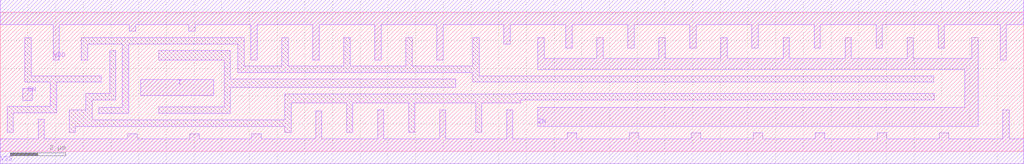
<source format=lef>
VERSION 5.7 ;
BUSBITCHARS "[]" ;
DIVIDERCHAR "/" ;

# Copyright 2022 GlobalFoundries PDK Authors
#
# Licensed under the Apache License, Version 2.0 (the "License");
# you may not use this file except in compliance with the License.
# You may obtain a copy of the License at
#
#      http://www.apache.org/licenses/LICENSE-2.0
#
# Unless required by applicable law or agreed to in writing, software
# distributed under the License is distributed on an "AS IS" BASIS,
# WITHOUT WARRANTIES OR CONDITIONS OF ANY KIND, either express or implied.
# See the License for the specific language governing permissions and
# limitations under the License.

MACRO gf180mcu_fd_sc_mcu9t5v0__addf_1
  CLASS core ;
  FOREIGN gf180mcu_fd_sc_mcu9t5v0__addf_1 0.0 0.0 ;
  ORIGIN 0 0 ;
  SYMMETRY X Y ;
  SITE GF018hv5v_green_sc9 ;
  SIZE 16.8 BY 5.04 ;
  PIN A
    DIRECTION INPUT ;
    ANTENNAGATEAREA 3.396 ;
    PORT
      LAYER Metal1 ;
        POLYGON 2.265 2.33 3.455 2.33 3.455 2.71 2.265 2.71  ;
    END
  END A
  PIN B
    DIRECTION INPUT ;
    ANTENNAGATEAREA 3.396 ;
    PORT
      LAYER Metal1 ;
        POLYGON 13.525 2.265 13.85 2.265 13.85 2.71 13.525 2.71  ;
    END
  END B
  PIN CI
    DIRECTION INPUT ;
    ANTENNAGATEAREA 2.547 ;
    PORT
      LAYER Metal1 ;
        POLYGON 3.89 2.115 7.975 2.115 11.91 2.115 11.91 1.77 12.11 1.77 12.17 1.77 12.17 2.115 12.55 2.115 12.55 2.345 12.11 2.345 7.975 2.345 3.89 2.345  ;
    END
  END CI
  PIN CO
    DIRECTION OUTPUT ;
    ANTENNADIFFAREA 1.386 ;
    PORT
      LAYER Metal1 ;
        POLYGON 15.83 2.89 16.145 2.89 16.145 0.845 16.475 0.845 16.475 3.685 15.83 3.685  ;
    END
  END CO
  PIN S
    DIRECTION OUTPUT ;
    ANTENNADIFFAREA 1.3244 ;
    PORT
      LAYER Metal1 ;
        POLYGON 0.15 0.845 0.575 0.845 0.575 3.83 0.15 3.83  ;
    END
  END S
  PIN VDD
    DIRECTION INOUT ;
    USE power ;
    SHAPE ABUTMENT ;
    PORT
      LAYER Metal1 ;
        POLYGON 0 4.59 1.365 4.59 1.365 3.875 1.595 3.875 1.595 4.59 4.615 4.59 6.625 4.59 6.625 3.61 6.855 3.61 6.855 4.59 7.93 4.59 8.665 4.59 8.665 3.14 8.895 3.14 8.895 4.59 10.705 4.59 10.705 3.505 10.935 3.505 10.935 4.59 11.955 4.59 15.125 4.59 15.125 3.875 15.355 3.875 15.355 4.59 15.795 4.59 16.8 4.59 16.8 5.49 15.795 5.49 11.955 5.49 7.93 5.49 4.615 5.49 0 5.49  ;
    END
  END VDD
  PIN VSS
    DIRECTION INOUT ;
    USE ground ;
    SHAPE ABUTMENT ;
    PORT
      LAYER Metal1 ;
        POLYGON 0 -0.45 16.8 -0.45 16.8 0.45 15.355 0.45 15.355 1.165 15.125 1.165 15.125 0.45 10.935 0.45 10.935 1.425 10.705 1.425 10.705 0.45 9.095 0.45 9.095 1.425 8.865 1.425 8.865 0.45 6.855 0.45 6.855 1.425 6.625 1.425 6.625 0.45 1.595 0.45 1.595 1.305 1.365 1.305 1.365 0.45 0 0.45  ;
    END
  END VSS
  OBS
      LAYER Metal1 ;
        POLYGON 2.035 2.94 4.615 2.94 4.615 3.79 4.385 3.79 4.385 3.17 1.805 3.17 1.805 2.06 0.87 2.06 0.87 1.655 4.385 1.655 4.385 1.315 4.615 1.315 4.615 1.885 2.035 1.885  ;
        POLYGON 5.605 3.035 7.93 3.035 7.93 3.265 5.835 3.265 5.835 3.845 5.605 3.845  ;
        POLYGON 5.505 1.315 5.735 1.315 5.735 1.655 7.745 1.655 7.745 1.315 7.975 1.315 7.975 1.885 5.505 1.885  ;
        POLYGON 9.685 3.035 11.955 3.035 11.955 3.845 11.725 3.845 11.725 3.265 9.915 3.265 9.915 3.845 9.685 3.845  ;
        POLYGON 9.585 1.315 9.815 1.315 9.815 1.655 11.45 1.655 11.45 1.31 12.11 1.31 12.11 1.54 11.68 1.54 11.68 1.885 9.585 1.885  ;
        POLYGON 5.01 2.575 13.075 2.575 13.075 2.94 14.08 2.94 14.08 2.005 12.945 2.005 12.945 1.315 13.175 1.315 13.175 1.775 15.795 1.775 15.795 2.115 14.31 2.115 14.31 3.17 13.075 3.17 13.075 3.685 12.845 3.685 12.845 2.805 5.01 2.805  ;
  END
END gf180mcu_fd_sc_mcu9t5v0__addf_1

# Copyright 2022 GlobalFoundries PDK Authors
#
# Licensed under the Apache License, Version 2.0 (the "License");
# you may not use this file except in compliance with the License.
# You may obtain a copy of the License at
#
#      http://www.apache.org/licenses/LICENSE-2.0
#
# Unless required by applicable law or agreed to in writing, software
# distributed under the License is distributed on an "AS IS" BASIS,
# WITHOUT WARRANTIES OR CONDITIONS OF ANY KIND, either express or implied.
# See the License for the specific language governing permissions and
# limitations under the License.

MACRO gf180mcu_fd_sc_mcu9t5v0__addf_2
  CLASS core ;
  FOREIGN gf180mcu_fd_sc_mcu9t5v0__addf_2 0.0 0.0 ;
  ORIGIN 0 0 ;
  SYMMETRY X Y ;
  SITE GF018hv5v_green_sc9 ;
  SIZE 19.04 BY 5.04 ;
  PIN A
    DIRECTION INPUT ;
    ANTENNAGATEAREA 4.7 ;
    PORT
      LAYER Metal1 ;
        POLYGON 3.425 2.33 4.605 2.33 4.605 2.71 3.425 2.71  ;
    END
  END A
  PIN B
    DIRECTION INPUT ;
    ANTENNAGATEAREA 4.7 ;
    PORT
      LAYER Metal1 ;
        POLYGON 14.71 2.15 16.11 2.15 16.11 2.71 14.71 2.71  ;
    END
  END B
  PIN CI
    DIRECTION INPUT ;
    ANTENNAGATEAREA 3.525 ;
    PORT
      LAYER Metal1 ;
        POLYGON 5.05 1.92 5.83 1.92 9.135 1.92 13.215 1.92 13.59 1.92 13.59 1.77 13.85 1.77 13.85 2.15 13.215 2.15 9.135 2.15 5.83 2.15 5.05 2.15  ;
    END
  END CI
  PIN CO
    DIRECTION OUTPUT ;
    ANTENNADIFFAREA 1.6224 ;
    PORT
      LAYER Metal1 ;
        POLYGON 17.165 0.845 17.77 0.845 17.77 2.71 17.395 2.71 17.395 3.685 17.165 3.685  ;
    END
  END CO
  PIN S
    DIRECTION OUTPUT ;
    ANTENNADIFFAREA 1.6224 ;
    PORT
      LAYER Metal1 ;
        POLYGON 1.27 0.845 1.855 0.845 1.855 3.83 1.27 3.83  ;
    END
  END S
  PIN VDD
    DIRECTION INOUT ;
    USE power ;
    SHAPE ABUTMENT ;
    PORT
      LAYER Metal1 ;
        POLYGON 0 4.59 0.605 4.59 0.605 3.845 0.835 3.845 0.835 4.59 2.645 4.59 2.645 3.845 2.875 3.845 2.875 4.59 5.83 4.59 7.785 4.59 7.785 3.905 8.015 3.905 8.015 4.59 9.035 4.59 10.025 4.59 10.025 3.435 10.255 3.435 10.255 4.59 11.765 4.59 11.765 3.435 11.995 3.435 11.995 4.59 13.115 4.59 15.965 4.59 15.965 3.905 16.195 3.905 16.195 4.59 16.935 4.59 18.185 4.59 18.185 3.845 18.415 3.845 18.415 4.59 19.04 4.59 19.04 5.49 16.935 5.49 13.115 5.49 9.035 5.49 5.83 5.49 0 5.49  ;
    END
  END VDD
  PIN VSS
    DIRECTION INOUT ;
    USE ground ;
    SHAPE ABUTMENT ;
    PORT
      LAYER Metal1 ;
        POLYGON 0 -0.45 19.04 -0.45 19.04 0.45 18.735 0.45 18.735 1.165 18.505 1.165 18.505 0.45 16.495 0.45 16.495 1.195 16.265 1.195 16.265 0.45 12.095 0.45 12.095 1.215 11.865 1.215 11.865 0.45 10.255 0.45 10.255 1.215 10.025 1.215 10.025 0.45 8.015 0.45 8.015 1.215 7.785 1.215 7.785 0.45 2.755 0.45 2.755 1.165 2.525 1.165 2.525 0.45 0.515 0.45 0.515 1.165 0.285 1.165 0.285 0.45 0 0.45  ;
    END
  END VSS
  OBS
      LAYER Metal1 ;
        POLYGON 2.085 1.775 2.965 1.775 2.965 1.37 5.83 1.37 5.83 1.6 3.195 1.6 3.195 2.94 5.545 2.94 5.545 2.875 5.775 2.875 5.775 3.685 5.545 3.685 5.545 3.17 2.965 3.17 2.965 2.115 2.085 2.115  ;
        POLYGON 6.71 2.93 9.035 2.93 9.035 3.74 8.805 3.74 8.805 3.16 6.71 3.16  ;
        POLYGON 6.665 1.315 6.895 1.315 6.895 1.445 8.905 1.445 8.905 1.315 9.135 1.315 9.135 1.675 6.665 1.675  ;
        POLYGON 10.745 2.93 13.115 2.93 13.115 3.74 12.885 3.74 12.885 3.16 10.975 3.16 10.975 3.74 10.745 3.74  ;
        POLYGON 10.745 1.315 10.975 1.315 10.975 1.445 12.985 1.445 12.985 1.315 13.215 1.315 13.215 1.675 10.745 1.675  ;
        POLYGON 6.07 2.47 14.335 2.47 14.335 2.985 16.705 2.985 16.705 1.655 14.05 1.655 14.05 1.37 14.39 1.37 14.39 1.425 16.935 1.425 16.935 3.215 14.105 3.215 14.105 2.7 6.07 2.7  ;
  END
END gf180mcu_fd_sc_mcu9t5v0__addf_2

# Copyright 2022 GlobalFoundries PDK Authors
#
# Licensed under the Apache License, Version 2.0 (the "License");
# you may not use this file except in compliance with the License.
# You may obtain a copy of the License at
#
#      http://www.apache.org/licenses/LICENSE-2.0
#
# Unless required by applicable law or agreed to in writing, software
# distributed under the License is distributed on an "AS IS" BASIS,
# WITHOUT WARRANTIES OR CONDITIONS OF ANY KIND, either express or implied.
# See the License for the specific language governing permissions and
# limitations under the License.

MACRO gf180mcu_fd_sc_mcu9t5v0__addf_4
  CLASS core ;
  FOREIGN gf180mcu_fd_sc_mcu9t5v0__addf_4 0.0 0.0 ;
  ORIGIN 0 0 ;
  SYMMETRY X Y ;
  SITE GF018hv5v_green_sc9 ;
  SIZE 23.52 BY 5.04 ;
  PIN A
    DIRECTION INPUT ;
    ANTENNAGATEAREA 4.7 ;
    PORT
      LAYER Metal1 ;
        POLYGON 5.705 1.86 6.785 1.86 6.785 2.71 5.705 2.71  ;
    END
  END A
  PIN B
    DIRECTION INPUT ;
    ANTENNAGATEAREA 4.7 ;
    PORT
      LAYER Metal1 ;
        POLYGON 16.965 2.33 18.53 2.33 18.53 2.71 16.965 2.71  ;
    END
  END B
  PIN CI
    DIRECTION INPUT ;
    ANTENNAGATEAREA 3.525 ;
    PORT
      LAYER Metal1 ;
        POLYGON 7.33 1.92 8.11 1.92 11.415 1.92 11.91 1.92 11.91 1.77 12.17 1.77 12.17 1.92 15.495 1.92 15.99 1.92 15.99 2.15 15.495 2.15 11.415 2.15 8.11 2.15 7.33 2.15  ;
    END
  END CI
  PIN CO
    DIRECTION OUTPUT ;
    ANTENNADIFFAREA 3.642 ;
    PORT
      LAYER Metal1 ;
        POLYGON 19.635 2.875 20.725 2.875 20.725 1.655 19.685 1.655 19.685 0.845 19.915 0.845 19.915 1.425 21.925 1.425 21.925 0.845 22.155 0.845 22.155 1.655 21.185 1.655 21.185 2.875 22.105 2.875 22.105 3.685 21.875 3.685 21.875 3.105 19.865 3.105 19.865 3.685 19.635 3.685  ;
    END
  END CO
  PIN S
    DIRECTION OUTPUT ;
    ANTENNADIFFAREA 3.81585 ;
    PORT
      LAYER Metal1 ;
        POLYGON 2.84 2.875 4.015 2.875 4.015 3.685 3.785 3.685 3.785 3.105 1.675 3.105 1.675 3.685 1.445 3.685 1.445 2.875 2.38 2.875 2.38 1.655 1.445 1.655 1.445 0.845 1.675 0.845 1.675 1.425 3.685 1.425 3.685 0.845 3.915 0.845 3.915 1.655 2.84 1.655  ;
    END
  END S
  PIN VDD
    DIRECTION INOUT ;
    USE power ;
    SHAPE ABUTMENT ;
    PORT
      LAYER Metal1 ;
        POLYGON 0 4.59 0.325 4.59 0.325 3.875 0.555 3.875 0.555 4.59 2.555 4.59 2.555 3.875 2.785 3.875 2.785 4.59 4.905 4.59 4.905 3.875 5.135 3.875 5.135 4.59 8.11 4.59 10.065 4.59 10.065 3.905 10.295 3.905 10.295 4.59 11.37 4.59 12.205 4.59 12.205 3.435 12.435 3.435 12.435 4.59 14.145 4.59 14.145 3.435 14.375 3.435 14.375 4.59 15.395 4.59 18.465 4.59 18.465 3.875 18.695 3.875 18.695 4.59 19.235 4.59 20.75 4.59 20.75 3.875 20.98 3.875 20.98 4.59 22.945 4.59 22.945 3.875 23.175 3.875 23.175 4.59 23.52 4.59 23.52 5.49 19.235 5.49 15.395 5.49 11.37 5.49 8.11 5.49 0 5.49  ;
    END
  END VDD
  PIN VSS
    DIRECTION INOUT ;
    USE ground ;
    SHAPE ABUTMENT ;
    PORT
      LAYER Metal1 ;
        POLYGON 0 -0.45 23.52 -0.45 23.52 0.45 23.275 0.45 23.275 1.165 23.045 1.165 23.045 0.45 21.035 0.45 21.035 1.165 20.805 1.165 20.805 0.45 18.795 0.45 18.795 1.165 18.565 1.165 18.565 0.45 14.375 0.45 14.375 1.215 14.145 1.215 14.145 0.45 12.535 0.45 12.535 1.215 12.305 1.215 12.305 0.45 10.295 0.45 10.295 1.215 10.065 1.215 10.065 0.45 5.035 0.45 5.035 1.165 4.805 1.165 4.805 0.45 2.795 0.45 2.795 1.165 2.565 1.165 2.565 0.45 0.555 0.45 0.555 1.165 0.325 1.165 0.325 0.45 0 0.45  ;
    END
  END VSS
  OBS
      LAYER Metal1 ;
        POLYGON 4.31 1.83 5.245 1.83 5.245 1.315 8.11 1.315 8.11 1.545 5.475 1.545 5.475 2.94 7.825 2.94 7.825 2.875 8.055 2.875 8.055 3.685 7.825 3.685 7.825 3.17 5.245 3.17 5.245 2.06 4.595 2.06 4.595 2.585 4.31 2.585  ;
        POLYGON 9.045 2.93 11.37 2.93 11.37 3.16 9.275 3.16 9.275 3.74 9.045 3.74  ;
        POLYGON 8.945 1.315 9.175 1.315 9.175 1.445 11.185 1.445 11.185 1.315 11.415 1.315 11.415 1.675 8.945 1.675  ;
        POLYGON 13.125 2.93 15.395 2.93 15.395 3.74 15.165 3.74 15.165 3.16 13.355 3.16 13.355 3.74 13.125 3.74  ;
        POLYGON 13.025 1.315 13.255 1.315 13.255 1.445 15.265 1.445 15.265 1.315 15.495 1.315 15.495 1.675 13.025 1.675  ;
        POLYGON 8.45 2.47 15.855 2.47 15.855 2.94 19.005 2.94 19.005 2.005 16.385 2.005 16.385 1.315 16.615 1.315 16.615 1.775 19.235 1.775 19.235 3.17 16.515 3.17 16.515 3.75 16.285 3.75 16.285 3.17 15.625 3.17 15.625 2.7 8.45 2.7  ;
  END
END gf180mcu_fd_sc_mcu9t5v0__addf_4

# Copyright 2022 GlobalFoundries PDK Authors
#
# Licensed under the Apache License, Version 2.0 (the "License");
# you may not use this file except in compliance with the License.
# You may obtain a copy of the License at
#
#      http://www.apache.org/licenses/LICENSE-2.0
#
# Unless required by applicable law or agreed to in writing, software
# distributed under the License is distributed on an "AS IS" BASIS,
# WITHOUT WARRANTIES OR CONDITIONS OF ANY KIND, either express or implied.
# See the License for the specific language governing permissions and
# limitations under the License.

MACRO gf180mcu_fd_sc_mcu9t5v0__addh_1
  CLASS core ;
  FOREIGN gf180mcu_fd_sc_mcu9t5v0__addh_1 0.0 0.0 ;
  ORIGIN 0 0 ;
  SYMMETRY X Y ;
  SITE GF018hv5v_green_sc9 ;
  SIZE 9.52 BY 5.04 ;
  PIN A
    DIRECTION INPUT ;
    ANTENNAGATEAREA 1.707 ;
    PORT
      LAYER Metal1 ;
        POLYGON 2.285 2.215 2.515 2.215 2.515 2.95 5.845 2.95 5.845 2.215 6.075 2.215 6.075 3.27 2.285 3.27  ;
    END
  END A
  PIN B
    DIRECTION INPUT ;
    ANTENNAGATEAREA 1.707 ;
    PORT
      LAYER Metal1 ;
        POLYGON 2.95 2.27 5.195 2.27 5.195 2.65 2.95 2.65  ;
    END
  END B
  PIN CO
    DIRECTION OUTPUT ;
    ANTENNADIFFAREA 1.386 ;
    PORT
      LAYER Metal1 ;
        POLYGON 0.15 0.845 0.575 0.845 0.575 4.36 0.15 4.36  ;
    END
  END CO
  PIN S
    DIRECTION OUTPUT ;
    ANTENNADIFFAREA 1.386 ;
    PORT
      LAYER Metal1 ;
        POLYGON 8.55 1.21 8.945 1.21 8.945 0.845 9.175 0.845 9.175 4.36 8.845 4.36 8.845 1.59 8.55 1.59  ;
    END
  END S
  PIN VDD
    DIRECTION INOUT ;
    USE power ;
    SHAPE ABUTMENT ;
    PORT
      LAYER Metal1 ;
        POLYGON 0 4.59 1.365 4.59 1.365 3.55 1.595 3.55 1.595 4.59 3.645 4.59 3.645 3.96 3.875 3.96 3.875 4.59 4.385 4.59 4.385 3.96 4.615 3.96 4.615 4.59 7.645 4.59 7.645 3.55 7.875 3.55 7.875 4.59 8.495 4.59 9.52 4.59 9.52 5.49 8.495 5.49 0 5.49  ;
    END
  END VDD
  PIN VSS
    DIRECTION INOUT ;
    USE ground ;
    SHAPE ABUTMENT ;
    PORT
      LAYER Metal1 ;
        POLYGON 0 -0.45 9.52 -0.45 9.52 0.45 7.875 0.45 7.875 1.355 7.645 1.355 7.645 0.45 1.595 0.45 1.595 1.35 1.365 1.35 1.365 0.45 0 0.45  ;
    END
  END VSS
  OBS
      LAYER Metal1 ;
        POLYGON 4.285 0.68 6.755 0.68 6.755 1.355 6.525 1.355 6.525 0.91 4.515 0.91 4.515 1.355 4.285 1.355  ;
        POLYGON 2.055 3.5 6.725 3.5 6.725 2.27 7.35 2.27 7.35 2.5 6.955 2.5 6.955 3.73 2.855 3.73 2.855 4.36 2.625 4.36 2.625 3.73 1.825 3.73 1.825 2.555 0.925 2.555 0.925 2.215 1.825 2.215 1.825 1.07 3.85 1.07 3.85 1.3 2.055 1.3  ;
        POLYGON 6.57 3.96 7.185 3.96 7.185 3.09 7.58 3.09 7.58 1.985 5.405 1.985 5.405 1.14 5.635 1.14 5.635 1.755 7.81 1.755 7.81 2.215 8.495 2.215 8.495 2.555 7.81 2.555 7.81 3.32 7.415 3.32 7.415 4.19 6.57 4.19  ;
  END
END gf180mcu_fd_sc_mcu9t5v0__addh_1

# Copyright 2022 GlobalFoundries PDK Authors
#
# Licensed under the Apache License, Version 2.0 (the "License");
# you may not use this file except in compliance with the License.
# You may obtain a copy of the License at
#
#      http://www.apache.org/licenses/LICENSE-2.0
#
# Unless required by applicable law or agreed to in writing, software
# distributed under the License is distributed on an "AS IS" BASIS,
# WITHOUT WARRANTIES OR CONDITIONS OF ANY KIND, either express or implied.
# See the License for the specific language governing permissions and
# limitations under the License.

MACRO gf180mcu_fd_sc_mcu9t5v0__addh_2
  CLASS core ;
  FOREIGN gf180mcu_fd_sc_mcu9t5v0__addh_2 0.0 0.0 ;
  ORIGIN 0 0 ;
  SYMMETRY X Y ;
  SITE GF018hv5v_green_sc9 ;
  SIZE 11.76 BY 5.04 ;
  PIN A
    DIRECTION INPUT ;
    ANTENNAGATEAREA 3.414 ;
    PORT
      LAYER Metal1 ;
        POLYGON 3.03 2.27 3.84 2.27 3.84 2.94 5.75 2.94 5.75 2.27 7.16 2.27 7.16 2.5 6.01 2.5 6.01 3.17 3.61 3.17 3.61 2.5 3.03 2.5  ;
    END
  END A
  PIN B
    DIRECTION INPUT ;
    ANTENNAGATEAREA 3.414 ;
    PORT
      LAYER Metal1 ;
        POLYGON 4.07 2.15 4.33 2.15 4.33 2.71 4.07 2.71  ;
    END
  END B
  PIN CO
    DIRECTION OUTPUT ;
    ANTENNADIFFAREA 1.821 ;
    PORT
      LAYER Metal1 ;
        POLYGON 1.27 0.77 1.615 0.77 1.615 4.355 1.27 4.355  ;
    END
  END CO
  PIN S
    DIRECTION OUTPUT ;
    ANTENNADIFFAREA 1.7295 ;
    PORT
      LAYER Metal1 ;
        POLYGON 9.985 0.77 10.49 0.77 10.49 1.59 10.215 1.59 10.215 4.355 9.985 4.355  ;
    END
  END S
  PIN VDD
    DIRECTION INOUT ;
    USE power ;
    SHAPE ABUTMENT ;
    PORT
      LAYER Metal1 ;
        POLYGON 0 4.59 0.315 4.59 0.315 3.875 0.545 3.875 0.545 4.59 2.455 4.59 2.455 3.875 2.685 3.875 2.685 4.59 4.545 4.59 4.545 3.875 4.775 3.875 4.775 4.59 5.365 4.59 5.365 3.875 5.595 3.875 5.595 4.59 8.865 4.59 8.865 3.875 9.095 3.875 9.095 4.59 9.635 4.59 11.055 4.59 11.055 3.875 11.285 3.875 11.285 4.59 11.76 4.59 11.76 5.49 9.635 5.49 0 5.49  ;
    END
  END VDD
  PIN VSS
    DIRECTION INOUT ;
    USE ground ;
    SHAPE ABUTMENT ;
    PORT
      LAYER Metal1 ;
        POLYGON 0 -0.45 11.76 -0.45 11.76 0.45 11.335 0.45 11.335 1.58 11.105 1.58 11.105 0.45 9.095 0.45 9.095 1.58 8.865 1.58 8.865 0.45 2.735 0.45 2.735 1.58 2.505 1.58 2.505 0.45 0.495 0.45 0.495 1.58 0.265 1.58 0.265 0.45 0 0.45  ;
    END
  END VSS
  OBS
      LAYER Metal1 ;
        POLYGON 5.265 0.68 7.735 0.68 7.735 1.11 7.505 1.11 7.505 0.91 5.495 0.91 5.495 1.58 5.265 1.58  ;
        POLYGON 2.015 1.855 2.245 1.855 2.245 2.385 2.8 2.385 2.8 3.4 7.945 3.4 7.945 2.04 4.545 2.04 4.545 0.77 4.775 0.77 4.775 1.81 8.175 1.81 8.175 3.63 3.755 3.63 3.755 4.325 3.525 4.325 3.525 3.63 2.57 3.63 2.57 2.665 2.015 2.665  ;
        POLYGON 7.505 3.875 8.405 3.875 8.405 1.57 6.385 1.57 6.385 1.14 6.615 1.14 6.615 1.34 8.635 1.34 8.635 2.27 9.4 2.27 9.4 1.835 9.635 1.835 9.635 2.645 8.635 2.645 8.635 4.215 7.505 4.215  ;
  END
END gf180mcu_fd_sc_mcu9t5v0__addh_2

# Copyright 2022 GlobalFoundries PDK Authors
#
# Licensed under the Apache License, Version 2.0 (the "License");
# you may not use this file except in compliance with the License.
# You may obtain a copy of the License at
#
#      http://www.apache.org/licenses/LICENSE-2.0
#
# Unless required by applicable law or agreed to in writing, software
# distributed under the License is distributed on an "AS IS" BASIS,
# WITHOUT WARRANTIES OR CONDITIONS OF ANY KIND, either express or implied.
# See the License for the specific language governing permissions and
# limitations under the License.

MACRO gf180mcu_fd_sc_mcu9t5v0__addh_4
  CLASS core ;
  FOREIGN gf180mcu_fd_sc_mcu9t5v0__addh_4 0.0 0.0 ;
  ORIGIN 0 0 ;
  SYMMETRY X Y ;
  SITE GF018hv5v_green_sc9 ;
  SIZE 21.28 BY 5.04 ;
  PIN A
    DIRECTION INPUT ;
    ANTENNAGATEAREA 6.3 ;
    PORT
      LAYER Metal1 ;
        POLYGON 1.1 2.215 1.33 2.215 1.33 2.63 3.93 2.63 3.93 2.285 6.45 2.285 6.45 2.63 7.85 2.63 7.85 2.27 9.86 2.27 9.86 2.5 8.08 2.5 8.08 2.86 1.1 2.86  ;
    END
  END A
  PIN B
    DIRECTION INPUT ;
    ANTENNAGATEAREA 6.3 ;
    PORT
      LAYER Metal1 ;
        POLYGON 1.77 1.825 6.91 1.825 6.91 2.17 7.62 2.17 7.62 2.4 6.68 2.4 6.68 2.055 3.05 2.055 3.05 2.4 1.77 2.4  ;
    END
  END B
  PIN CO
    DIRECTION OUTPUT ;
    ANTENNADIFFAREA 3.5505 ;
    PORT
      LAYER Metal1 ;
        POLYGON 12.47 1.365 15.15 1.365 15.15 1.595 12.805 1.595 12.805 2.985 15.1 2.985 15.1 3.215 12.47 3.215  ;
    END
  END CO
  PIN S
    DIRECTION OUTPUT ;
    ANTENNADIFFAREA 3.6603 ;
    PORT
      LAYER Metal1 ;
        POLYGON 16.95 2.96 18.59 2.96 19.075 2.96 19.075 1.79 16.95 1.79 16.95 0.695 17.335 0.695 17.335 1.43 19.345 1.43 19.345 0.695 19.575 0.695 19.575 1.79 19.435 1.79 19.435 4.36 19.205 4.36 19.205 3.32 18.59 3.32 17.235 3.32 17.235 4.36 16.95 4.36  ;
    END
  END S
  PIN VDD
    DIRECTION INOUT ;
    USE power ;
    SHAPE ABUTMENT ;
    PORT
      LAYER Metal1 ;
        POLYGON 0 4.59 0.295 4.59 0.295 3.55 0.525 3.55 0.525 4.59 2.335 4.59 2.335 3.55 2.565 3.55 2.565 4.59 4.425 4.59 4.425 3.55 4.655 3.55 4.655 4.59 7.915 4.59 7.915 4.01 8.145 4.01 8.145 4.59 11.275 4.59 11.275 4.01 11.505 4.01 11.505 4.59 13.695 4.59 13.695 4.01 13.925 4.01 13.925 4.59 15.885 4.59 15.885 3.55 16.115 3.55 16.115 4.59 18.125 4.59 18.125 3.55 18.355 3.55 18.355 4.59 18.59 4.59 20.335 4.59 20.335 3.55 20.565 3.55 20.565 4.59 21.28 4.59 21.28 5.49 18.59 5.49 0 5.49  ;
    END
  END VDD
  PIN VSS
    DIRECTION INOUT ;
    USE ground ;
    SHAPE ABUTMENT ;
    PORT
      LAYER Metal1 ;
        POLYGON 0 -0.45 21.28 -0.45 21.28 0.45 20.695 0.45 20.695 1.2 20.465 1.2 20.465 0.45 18.455 0.45 18.455 1.2 18.225 1.2 18.225 0.45 16.215 0.45 16.215 1.2 15.985 1.2 15.985 0.675 11.735 0.675 11.735 1.125 11.505 1.125 11.505 0.45 4.655 0.45 4.655 1.595 4.425 1.595 4.425 0.45 0.475 0.45 0.475 1.2 0.245 1.2 0.245 0.45 0 0.45  ;
    END
  END VSS
  OBS
      LAYER Metal1 ;
        POLYGON 5.67 0.845 10.49 0.845 10.49 1.075 5.67 1.075  ;
        POLYGON 0.87 3.09 10.09 3.09 10.09 2.27 12.23 2.27 12.23 2.5 10.32 2.5 10.32 3.32 3.635 3.32 3.635 4.36 3.405 4.36 3.405 3.32 1.545 3.32 1.545 4.36 1.315 4.36 1.315 3.32 0.64 3.32 0.64 1.365 2.385 1.365 2.385 0.695 2.615 0.695 2.615 1.595 0.87 1.595  ;
        POLYGON 5.725 3.55 15.38 3.55 15.38 1.135 12.195 1.135 12.195 1.585 6.79 1.585 6.79 1.355 11.965 1.355 11.965 0.905 15.61 0.905 15.61 2.215 18.59 2.215 18.59 2.555 15.61 2.555 15.61 3.78 10.385 3.78 10.385 4.36 10.155 4.36 10.155 3.78 5.955 3.78 5.955 4.36 5.725 4.36  ;
  END
END gf180mcu_fd_sc_mcu9t5v0__addh_4

# Copyright 2022 GlobalFoundries PDK Authors
#
# Licensed under the Apache License, Version 2.0 (the "License");
# you may not use this file except in compliance with the License.
# You may obtain a copy of the License at
#
#      http://www.apache.org/licenses/LICENSE-2.0
#
# Unless required by applicable law or agreed to in writing, software
# distributed under the License is distributed on an "AS IS" BASIS,
# WITHOUT WARRANTIES OR CONDITIONS OF ANY KIND, either express or implied.
# See the License for the specific language governing permissions and
# limitations under the License.

MACRO gf180mcu_fd_sc_mcu9t5v0__and2_1
  CLASS core ;
  FOREIGN gf180mcu_fd_sc_mcu9t5v0__and2_1 0.0 0.0 ;
  ORIGIN 0 0 ;
  SYMMETRY X Y ;
  SITE GF018hv5v_green_sc9 ;
  SIZE 4.48 BY 5.04 ;
  PIN A1
    DIRECTION INPUT ;
    ANTENNAGATEAREA 0.806 ;
    PORT
      LAYER Metal1 ;
        POLYGON 0.115 2.15 0.97 2.15 0.97 2.96 0.71 2.96 0.71 2.71 0.115 2.71  ;
    END
  END A1
  PIN A2
    DIRECTION INPUT ;
    ANTENNAGATEAREA 0.806 ;
    PORT
      LAYER Metal1 ;
        POLYGON 1.83 2.15 2.715 2.15 2.715 2.71 2.06 2.71 2.06 2.96 1.83 2.96  ;
    END
  END A2
  PIN Z
    DIRECTION OUTPUT ;
    ANTENNADIFFAREA 1.386 ;
    PORT
      LAYER Metal1 ;
        POLYGON 3.51 0.845 3.855 0.845 3.855 3.685 3.51 3.685  ;
    END
  END Z
  PIN VDD
    DIRECTION INOUT ;
    USE power ;
    SHAPE ABUTMENT ;
    PORT
      LAYER Metal1 ;
        POLYGON 0 4.59 0.245 4.59 0.245 4.345 0.475 4.345 0.475 4.59 2.285 4.59 2.285 4.345 2.515 4.345 2.515 4.59 3.175 4.59 4.48 4.59 4.48 5.49 3.175 5.49 0 5.49  ;
    END
  END VDD
  PIN VSS
    DIRECTION INOUT ;
    USE ground ;
    SHAPE ABUTMENT ;
    PORT
      LAYER Metal1 ;
        POLYGON 0 -0.45 4.48 -0.45 4.48 0.45 2.735 0.45 2.735 1.165 2.505 1.165 2.505 0.45 0 0.45  ;
    END
  END VSS
  OBS
      LAYER Metal1 ;
        POLYGON 1.21 3.885 2.945 3.885 2.945 1.625 0.19 1.625 0.19 1.37 0.53 1.37 0.53 1.395 3.175 1.395 3.175 4.115 1.55 4.115 1.55 4.17 1.21 4.17  ;
  END
END gf180mcu_fd_sc_mcu9t5v0__and2_1

# Copyright 2022 GlobalFoundries PDK Authors
#
# Licensed under the Apache License, Version 2.0 (the "License");
# you may not use this file except in compliance with the License.
# You may obtain a copy of the License at
#
#      http://www.apache.org/licenses/LICENSE-2.0
#
# Unless required by applicable law or agreed to in writing, software
# distributed under the License is distributed on an "AS IS" BASIS,
# WITHOUT WARRANTIES OR CONDITIONS OF ANY KIND, either express or implied.
# See the License for the specific language governing permissions and
# limitations under the License.

MACRO gf180mcu_fd_sc_mcu9t5v0__and2_2
  CLASS core ;
  FOREIGN gf180mcu_fd_sc_mcu9t5v0__and2_2 0.0 0.0 ;
  ORIGIN 0 0 ;
  SYMMETRY X Y ;
  SITE GF018hv5v_green_sc9 ;
  SIZE 5.04 BY 5.04 ;
  PIN A1
    DIRECTION INPUT ;
    ANTENNAGATEAREA 1.612 ;
    PORT
      LAYER Metal1 ;
        POLYGON 0.15 2.33 0.71 2.33 0.71 1.905 0.97 1.905 0.97 2.715 0.15 2.715  ;
    END
  END A1
  PIN A2
    DIRECTION INPUT ;
    ANTENNAGATEAREA 1.612 ;
    PORT
      LAYER Metal1 ;
        POLYGON 1.27 2.33 1.83 2.33 1.83 1.9 2.09 1.9 2.09 2.71 1.27 2.71  ;
    END
  END A2
  PIN Z
    DIRECTION OUTPUT ;
    ANTENNADIFFAREA 1.638 ;
    PORT
      LAYER Metal1 ;
        POLYGON 3.42 0.845 3.77 0.845 3.77 3.685 3.42 3.685  ;
    END
  END Z
  PIN VDD
    DIRECTION INOUT ;
    USE power ;
    SHAPE ABUTMENT ;
    PORT
      LAYER Metal1 ;
        POLYGON 0 4.59 0.26 4.59 0.26 3.685 0.49 3.685 0.49 4.59 2.52 4.59 2.52 3.875 2.75 3.875 2.75 4.59 2.97 4.59 4.56 4.59 4.56 3.875 4.79 3.875 4.79 4.59 5.04 4.59 5.04 5.49 2.97 5.49 0 5.49  ;
    END
  END VDD
  PIN VSS
    DIRECTION INOUT ;
    USE ground ;
    SHAPE ABUTMENT ;
    PORT
      LAYER Metal1 ;
        POLYGON 0 -0.45 5.04 -0.45 5.04 0.45 4.77 0.45 4.77 1.165 4.54 1.165 4.54 0.45 2.53 0.45 2.53 1.165 2.3 1.165 2.3 0.45 0 0.45  ;
    END
  END VSS
  OBS
      LAYER Metal1 ;
        POLYGON 1.28 2.94 2.74 2.94 2.74 1.655 0.26 1.655 0.26 0.845 0.49 0.845 0.49 1.425 2.97 1.425 2.97 3.17 1.51 3.17 1.51 3.75 1.28 3.75  ;
  END
END gf180mcu_fd_sc_mcu9t5v0__and2_2

# Copyright 2022 GlobalFoundries PDK Authors
#
# Licensed under the Apache License, Version 2.0 (the "License");
# you may not use this file except in compliance with the License.
# You may obtain a copy of the License at
#
#      http://www.apache.org/licenses/LICENSE-2.0
#
# Unless required by applicable law or agreed to in writing, software
# distributed under the License is distributed on an "AS IS" BASIS,
# WITHOUT WARRANTIES OR CONDITIONS OF ANY KIND, either express or implied.
# See the License for the specific language governing permissions and
# limitations under the License.

MACRO gf180mcu_fd_sc_mcu9t5v0__and2_4
  CLASS core ;
  FOREIGN gf180mcu_fd_sc_mcu9t5v0__and2_4 0.0 0.0 ;
  ORIGIN 0 0 ;
  SYMMETRY X Y ;
  SITE GF018hv5v_green_sc9 ;
  SIZE 9.52 BY 5.04 ;
  PIN A1
    DIRECTION INPUT ;
    ANTENNAGATEAREA 3.224 ;
    PORT
      LAYER Metal1 ;
        POLYGON 1.205 1.21 2.09 1.21 2.09 2.06 1.205 2.06  ;
    END
  END A1
  PIN A2
    DIRECTION INPUT ;
    ANTENNAGATEAREA 3.224 ;
    PORT
      LAYER Metal1 ;
        POLYGON 0.355 1.77 0.97 1.77 0.97 2.29 4.03 2.29 4.03 2.715 0.355 2.715  ;
    END
  END A2
  PIN Z
    DIRECTION OUTPUT ;
    ANTENNADIFFAREA 3.276 ;
    PORT
      LAYER Metal1 ;
        POLYGON 5.445 2.79 6.465 2.79 7.485 2.79 7.485 1.6 5.39 1.6 5.39 0.9 8.085 0.9 8.085 3.685 6.465 3.685 5.445 3.685  ;
    END
  END Z
  PIN VDD
    DIRECTION INOUT ;
    USE power ;
    SHAPE ABUTMENT ;
    PORT
      LAYER Metal1 ;
        POLYGON 0 4.59 0.245 4.59 0.245 3.875 0.475 3.875 0.475 4.59 2.285 4.59 2.285 3.875 2.515 3.875 2.515 4.59 4.325 4.59 4.325 3.875 4.555 3.875 4.555 4.59 6.465 4.59 6.545 4.59 6.545 4.23 6.775 4.23 6.775 4.59 8.585 4.59 8.585 4.225 8.815 4.225 8.815 4.59 9.52 4.59 9.52 5.49 6.465 5.49 0 5.49  ;
    END
  END VDD
  PIN VSS
    DIRECTION INOUT ;
    USE ground ;
    SHAPE ABUTMENT ;
    PORT
      LAYER Metal1 ;
        POLYGON 0 -0.45 9.52 -0.45 9.52 0.45 9.035 0.45 9.035 1.165 8.805 1.165 8.805 0.45 6.85 0.45 6.85 0.64 6.51 0.64 6.51 0.45 4.555 0.45 4.555 1.165 4.325 1.165 4.325 0.45 0.475 0.45 0.475 1.165 0.245 1.165 0.245 0.45 0 0.45  ;
    END
  END VSS
  OBS
      LAYER Metal1 ;
        POLYGON 1.265 2.95 4.765 2.95 4.765 1.655 2.32 1.655 2.32 0.845 2.55 0.845 2.55 1.425 4.995 1.425 4.995 1.975 6.465 1.975 6.465 2.315 4.995 2.315 4.995 3.18 3.535 3.18 3.535 3.875 3.305 3.875 3.305 3.18 1.495 3.18 1.495 3.875 1.265 3.875  ;
  END
END gf180mcu_fd_sc_mcu9t5v0__and2_4

# Copyright 2022 GlobalFoundries PDK Authors
#
# Licensed under the Apache License, Version 2.0 (the "License");
# you may not use this file except in compliance with the License.
# You may obtain a copy of the License at
#
#      http://www.apache.org/licenses/LICENSE-2.0
#
# Unless required by applicable law or agreed to in writing, software
# distributed under the License is distributed on an "AS IS" BASIS,
# WITHOUT WARRANTIES OR CONDITIONS OF ANY KIND, either express or implied.
# See the License for the specific language governing permissions and
# limitations under the License.

MACRO gf180mcu_fd_sc_mcu9t5v0__and3_1
  CLASS core ;
  FOREIGN gf180mcu_fd_sc_mcu9t5v0__and3_1 0.0 0.0 ;
  ORIGIN 0 0 ;
  SYMMETRY X Y ;
  SITE GF018hv5v_green_sc9 ;
  SIZE 5.6 BY 5.04 ;
  PIN A1
    DIRECTION INPUT ;
    ANTENNAGATEAREA 0.761 ;
    PORT
      LAYER Metal1 ;
        POLYGON 0.125 2.74 1.145 2.74 1.145 3.345 0.125 3.345  ;
    END
  END A1
  PIN A2
    DIRECTION INPUT ;
    ANTENNAGATEAREA 0.761 ;
    PORT
      LAYER Metal1 ;
        POLYGON 1.82 2.74 2.725 2.74 2.725 3.375 1.82 3.375  ;
    END
  END A2
  PIN A3
    DIRECTION INPUT ;
    ANTENNAGATEAREA 0.761 ;
    PORT
      LAYER Metal1 ;
        POLYGON 0.565 1.77 2.955 1.77 2.955 2.15 0.565 2.15  ;
    END
  END A3
  PIN Z
    DIRECTION OUTPUT ;
    ANTENNADIFFAREA 1.386 ;
    PORT
      LAYER Metal1 ;
        POLYGON 4.63 0.845 4.995 0.845 4.995 3.83 4.63 3.83  ;
    END
  END Z
  PIN VDD
    DIRECTION INOUT ;
    USE power ;
    SHAPE ABUTMENT ;
    PORT
      LAYER Metal1 ;
        POLYGON 0 4.59 1.265 4.59 1.265 4.345 1.495 4.345 1.495 4.59 3.645 4.59 3.645 4.345 3.875 4.345 3.875 4.59 4.315 4.59 5.6 4.59 5.6 5.49 4.315 5.49 0 5.49  ;
    END
  END VDD
  PIN VSS
    DIRECTION INOUT ;
    USE ground ;
    SHAPE ABUTMENT ;
    PORT
      LAYER Metal1 ;
        POLYGON 0 -0.45 5.6 -0.45 5.6 0.45 3.875 0.45 3.875 1.35 3.645 1.35 3.645 0.45 0 0.45  ;
    END
  END VSS
  OBS
      LAYER Metal1 ;
        POLYGON 0.245 3.885 3.185 3.885 3.185 0.98 0.475 0.98 0.475 1.355 0.245 1.355 0.245 0.75 3.415 0.75 3.415 1.775 4.315 1.775 4.315 2.115 3.415 2.115 3.415 4.315 2.285 4.315 2.285 4.115 0.475 4.115 0.475 4.315 0.245 4.315  ;
  END
END gf180mcu_fd_sc_mcu9t5v0__and3_1

# Copyright 2022 GlobalFoundries PDK Authors
#
# Licensed under the Apache License, Version 2.0 (the "License");
# you may not use this file except in compliance with the License.
# You may obtain a copy of the License at
#
#      http://www.apache.org/licenses/LICENSE-2.0
#
# Unless required by applicable law or agreed to in writing, software
# distributed under the License is distributed on an "AS IS" BASIS,
# WITHOUT WARRANTIES OR CONDITIONS OF ANY KIND, either express or implied.
# See the License for the specific language governing permissions and
# limitations under the License.

MACRO gf180mcu_fd_sc_mcu9t5v0__and3_2
  CLASS core ;
  FOREIGN gf180mcu_fd_sc_mcu9t5v0__and3_2 0.0 0.0 ;
  ORIGIN 0 0 ;
  SYMMETRY X Y ;
  SITE GF018hv5v_green_sc9 ;
  SIZE 6.16 BY 5.04 ;
  PIN A1
    DIRECTION INPUT ;
    ANTENNAGATEAREA 1.522 ;
    PORT
      LAYER Metal1 ;
        POLYGON 0.115 2.15 0.97 2.15 0.97 2.71 0.115 2.71  ;
    END
  END A1
  PIN A2
    DIRECTION INPUT ;
    ANTENNAGATEAREA 1.522 ;
    PORT
      LAYER Metal1 ;
        POLYGON 1.21 2.15 2.09 2.15 2.09 2.71 1.21 2.71  ;
    END
  END A2
  PIN A3
    DIRECTION INPUT ;
    ANTENNAGATEAREA 1.522 ;
    PORT
      LAYER Metal1 ;
        POLYGON 2.39 2.29 3.21 2.29 3.21 2.71 2.39 2.71  ;
    END
  END A3
  PIN Z
    DIRECTION OUTPUT ;
    ANTENNADIFFAREA 1.638 ;
    PORT
      LAYER Metal1 ;
        POLYGON 4.48 0.845 4.89 0.845 4.89 3.685 4.48 3.685  ;
    END
  END Z
  PIN VDD
    DIRECTION INOUT ;
    USE power ;
    SHAPE ABUTMENT ;
    PORT
      LAYER Metal1 ;
        POLYGON 0 4.59 1.32 4.59 1.32 3.875 1.55 3.875 1.55 4.59 3.36 4.59 3.36 3.875 3.59 3.875 3.59 4.59 4.21 4.59 5.58 4.59 5.58 3.875 5.81 3.875 5.81 4.59 6.16 4.59 6.16 5.49 4.21 5.49 0 5.49  ;
    END
  END VDD
  PIN VSS
    DIRECTION INOUT ;
    USE ground ;
    SHAPE ABUTMENT ;
    PORT
      LAYER Metal1 ;
        POLYGON 0 -0.45 6.16 -0.45 6.16 0.45 5.83 0.45 5.83 1.165 5.6 1.165 5.6 0.45 3.59 0.45 3.59 1.165 3.36 1.165 3.36 0.45 0 0.45  ;
    END
  END VSS
  OBS
      LAYER Metal1 ;
        POLYGON 0.245 3.3 3.98 3.3 3.98 1.92 0.3 1.92 0.3 0.845 0.53 0.845 0.53 1.69 4.21 1.69 4.21 3.53 2.57 3.53 2.57 4.11 2.34 4.11 2.34 3.53 0.245 3.53  ;
  END
END gf180mcu_fd_sc_mcu9t5v0__and3_2

# Copyright 2022 GlobalFoundries PDK Authors
#
# Licensed under the Apache License, Version 2.0 (the "License");
# you may not use this file except in compliance with the License.
# You may obtain a copy of the License at
#
#      http://www.apache.org/licenses/LICENSE-2.0
#
# Unless required by applicable law or agreed to in writing, software
# distributed under the License is distributed on an "AS IS" BASIS,
# WITHOUT WARRANTIES OR CONDITIONS OF ANY KIND, either express or implied.
# See the License for the specific language governing permissions and
# limitations under the License.

MACRO gf180mcu_fd_sc_mcu9t5v0__and3_4
  CLASS core ;
  FOREIGN gf180mcu_fd_sc_mcu9t5v0__and3_4 0.0 0.0 ;
  ORIGIN 0 0 ;
  SYMMETRY X Y ;
  SITE GF018hv5v_green_sc9 ;
  SIZE 11.2 BY 5.04 ;
  PIN A1
    DIRECTION INPUT ;
    ANTENNAGATEAREA 3.044 ;
    PORT
      LAYER Metal1 ;
        POLYGON 1.245 1.73 3.115 1.73 3.115 2.15 1.245 2.15  ;
    END
  END A1
  PIN A2
    DIRECTION INPUT ;
    ANTENNAGATEAREA 3.044 ;
    PORT
      LAYER Metal1 ;
        POLYGON 1.79 2.38 3.995 2.38 3.995 1.77 5 1.77 5 2.61 1.79 2.61  ;
    END
  END A2
  PIN A3
    DIRECTION INPUT ;
    ANTENNAGATEAREA 3.044 ;
    PORT
      LAYER Metal1 ;
        POLYGON 0.15 2.33 0.995 2.33 0.995 2.84 5.785 2.84 5.785 2.415 6.02 2.415 6.02 3.07 0.15 3.07  ;
    END
  END A3
  PIN Z
    DIRECTION OUTPUT ;
    ANTENNADIFFAREA 3.276 ;
    PORT
      LAYER Metal1 ;
        POLYGON 7.55 2.925 9.26 2.925 9.58 2.925 9.58 1.6 7.25 1.6 7.25 0.895 9.93 0.895 9.93 3.63 9.26 3.63 7.55 3.63  ;
    END
  END Z
  PIN VDD
    DIRECTION INOUT ;
    USE power ;
    SHAPE ABUTMENT ;
    PORT
      LAYER Metal1 ;
        POLYGON 0 4.59 0.245 4.59 0.245 3.505 0.475 3.505 0.475 4.59 2.285 4.59 2.285 3.975 2.515 3.975 2.515 4.59 4.325 4.59 4.325 3.975 4.555 3.975 4.555 4.59 6.585 4.59 6.585 3.875 6.815 3.875 6.815 4.59 8.625 4.59 8.625 3.875 8.855 3.875 8.855 4.59 9.26 4.59 10.665 4.59 10.665 3.875 10.895 3.875 10.895 4.59 11.2 4.59 11.2 5.49 9.26 5.49 0 5.49  ;
    END
  END VDD
  PIN VSS
    DIRECTION INOUT ;
    USE ground ;
    SHAPE ABUTMENT ;
    PORT
      LAYER Metal1 ;
        POLYGON 0 -0.45 11.2 -0.45 11.2 0.45 10.895 0.45 10.895 1.165 10.665 1.165 10.665 0.45 8.71 0.45 8.71 0.64 8.37 0.64 8.37 0.45 6.415 0.45 6.415 1.165 6.185 1.165 6.185 0.45 0.555 0.45 0.555 0.695 0.325 0.695 0.325 0.45 0 0.45  ;
    END
  END VSS
  OBS
      LAYER Metal1 ;
        POLYGON 1.265 3.3 6.625 3.3 6.625 1.625 5.5 1.625 5.5 1.52 3.305 1.52 3.305 0.71 3.535 0.71 3.535 1.29 5.755 1.29 5.755 1.395 6.855 1.395 6.855 1.97 9.26 1.97 9.26 2.31 6.855 2.31 6.855 3.53 5.575 3.53 5.575 4.11 5.345 4.11 5.345 3.53 3.535 3.53 3.535 4.11 3.305 4.11 3.305 3.53 1.495 3.53 1.495 4.11 1.265 4.11  ;
  END
END gf180mcu_fd_sc_mcu9t5v0__and3_4

# Copyright 2022 GlobalFoundries PDK Authors
#
# Licensed under the Apache License, Version 2.0 (the "License");
# you may not use this file except in compliance with the License.
# You may obtain a copy of the License at
#
#      http://www.apache.org/licenses/LICENSE-2.0
#
# Unless required by applicable law or agreed to in writing, software
# distributed under the License is distributed on an "AS IS" BASIS,
# WITHOUT WARRANTIES OR CONDITIONS OF ANY KIND, either express or implied.
# See the License for the specific language governing permissions and
# limitations under the License.

MACRO gf180mcu_fd_sc_mcu9t5v0__and4_1
  CLASS core ;
  FOREIGN gf180mcu_fd_sc_mcu9t5v0__and4_1 0.0 0.0 ;
  ORIGIN 0 0 ;
  SYMMETRY X Y ;
  SITE GF018hv5v_green_sc9 ;
  SIZE 6.16 BY 5.04 ;
  PIN A1
    DIRECTION INPUT ;
    ANTENNAGATEAREA 0.716 ;
    PORT
      LAYER Metal1 ;
        POLYGON 0.115 2.165 0.975 2.165 0.975 2.71 0.115 2.71  ;
    END
  END A1
  PIN A2
    DIRECTION INPUT ;
    ANTENNAGATEAREA 0.716 ;
    PORT
      LAYER Metal1 ;
        POLYGON 1.23 1.21 2.09 1.21 2.09 2.115 1.23 2.115  ;
    END
  END A2
  PIN A3
    DIRECTION INPUT ;
    ANTENNAGATEAREA 0.716 ;
    PORT
      LAYER Metal1 ;
        POLYGON 2.32 1.21 3.21 1.21 3.21 2.115 2.32 2.115  ;
    END
  END A3
  PIN A4
    DIRECTION INPUT ;
    ANTENNAGATEAREA 0.716 ;
    PORT
      LAYER Metal1 ;
        POLYGON 3.83 2.33 4.5 2.33 4.5 2.71 3.83 2.71  ;
    END
  END A4
  PIN Z
    DIRECTION OUTPUT ;
    ANTENNADIFFAREA 1.386 ;
    PORT
      LAYER Metal1 ;
        POLYGON 5.19 2.89 5.235 2.89 5.585 2.89 5.585 0.845 6.045 0.845 6.045 3.685 5.235 3.685 5.19 3.685  ;
    END
  END Z
  PIN VDD
    DIRECTION INOUT ;
    USE power ;
    SHAPE ABUTMENT ;
    PORT
      LAYER Metal1 ;
        POLYGON 0 4.59 0.305 4.59 0.305 3.155 0.535 3.155 0.535 4.59 2.345 4.59 2.345 3.155 2.575 3.155 2.575 4.59 4.565 4.59 4.565 4.345 4.795 4.345 4.795 4.59 5.235 4.59 6.16 4.59 6.16 5.49 5.235 5.49 0 5.49  ;
    END
  END VDD
  PIN VSS
    DIRECTION INOUT ;
    USE ground ;
    SHAPE ABUTMENT ;
    PORT
      LAYER Metal1 ;
        POLYGON 0 -0.45 6.16 -0.45 6.16 0.45 4.795 0.45 4.795 1.35 4.565 1.35 4.565 0.45 0 0.45  ;
    END
  END VSS
  OBS
      LAYER Metal1 ;
        POLYGON 1.325 2.695 3.595 2.695 3.595 2.985 4.73 2.985 4.73 2.005 3.44 2.005 3.44 0.98 0.535 0.98 0.535 1.355 0.305 1.355 0.305 0.75 3.67 0.75 3.67 1.775 5.235 1.775 5.235 2.115 4.96 2.115 4.96 3.215 3.365 3.215 3.365 2.925 1.555 2.925 1.555 3.215 1.325 3.215  ;
  END
END gf180mcu_fd_sc_mcu9t5v0__and4_1

# Copyright 2022 GlobalFoundries PDK Authors
#
# Licensed under the Apache License, Version 2.0 (the "License");
# you may not use this file except in compliance with the License.
# You may obtain a copy of the License at
#
#      http://www.apache.org/licenses/LICENSE-2.0
#
# Unless required by applicable law or agreed to in writing, software
# distributed under the License is distributed on an "AS IS" BASIS,
# WITHOUT WARRANTIES OR CONDITIONS OF ANY KIND, either express or implied.
# See the License for the specific language governing permissions and
# limitations under the License.

MACRO gf180mcu_fd_sc_mcu9t5v0__and4_2
  CLASS core ;
  FOREIGN gf180mcu_fd_sc_mcu9t5v0__and4_2 0.0 0.0 ;
  ORIGIN 0 0 ;
  SYMMETRY X Y ;
  SITE GF018hv5v_green_sc9 ;
  SIZE 7.28 BY 5.04 ;
  PIN A1
    DIRECTION INPUT ;
    ANTENNAGATEAREA 1.432 ;
    PORT
      LAYER Metal1 ;
        POLYGON 0.115 2.15 0.97 2.15 0.97 2.71 0.115 2.71  ;
    END
  END A1
  PIN A2
    DIRECTION INPUT ;
    ANTENNAGATEAREA 1.432 ;
    PORT
      LAYER Metal1 ;
        POLYGON 1.2 2.15 2.09 2.15 2.09 2.71 1.2 2.71  ;
    END
  END A2
  PIN A3
    DIRECTION INPUT ;
    ANTENNAGATEAREA 1.432 ;
    PORT
      LAYER Metal1 ;
        POLYGON 2.32 2.29 3.21 2.29 3.21 2.71 2.32 2.71  ;
    END
  END A3
  PIN A4
    DIRECTION INPUT ;
    ANTENNAGATEAREA 1.432 ;
    PORT
      LAYER Metal1 ;
        POLYGON 3.44 2.33 4.33 2.33 4.33 2.71 3.44 2.71  ;
    END
  END A4
  PIN Z
    DIRECTION OUTPUT ;
    ANTENNADIFFAREA 1.638 ;
    PORT
      LAYER Metal1 ;
        POLYGON 5.19 0.845 6.1 0.845 6.1 3.685 5.58 3.685 5.58 1.725 5.19 1.725  ;
    END
  END Z
  PIN VDD
    DIRECTION INOUT ;
    USE power ;
    SHAPE ABUTMENT ;
    PORT
      LAYER Metal1 ;
        POLYGON 0 4.59 0.3 4.59 0.3 3.875 0.53 3.875 0.53 4.59 2.34 4.59 2.34 4.345 2.57 4.345 2.57 4.59 4.38 4.59 4.38 3.875 4.61 3.875 4.61 4.59 5.23 4.59 6.6 4.59 6.6 3.875 6.83 3.875 6.83 4.59 7.28 4.59 7.28 5.49 5.23 5.49 0 5.49  ;
    END
  END VDD
  PIN VSS
    DIRECTION INOUT ;
    USE ground ;
    SHAPE ABUTMENT ;
    PORT
      LAYER Metal1 ;
        POLYGON 0 -0.45 7.28 -0.45 7.28 0.45 6.85 0.45 6.85 1.165 6.62 1.165 6.62 0.45 4.61 0.45 4.61 0.695 4.38 0.695 4.38 0.45 0 0.45  ;
    END
  END VSS
  OBS
      LAYER Metal1 ;
        POLYGON 1.32 3.415 4.56 3.415 4.56 1.6 0.245 1.6 0.245 1.37 4.79 1.37 4.79 2.38 5.23 2.38 5.23 2.72 4.79 2.72 4.79 3.645 3.59 3.645 3.59 4.235 3.36 4.235 3.36 3.765 1.32 3.765  ;
  END
END gf180mcu_fd_sc_mcu9t5v0__and4_2

# Copyright 2022 GlobalFoundries PDK Authors
#
# Licensed under the Apache License, Version 2.0 (the "License");
# you may not use this file except in compliance with the License.
# You may obtain a copy of the License at
#
#      http://www.apache.org/licenses/LICENSE-2.0
#
# Unless required by applicable law or agreed to in writing, software
# distributed under the License is distributed on an "AS IS" BASIS,
# WITHOUT WARRANTIES OR CONDITIONS OF ANY KIND, either express or implied.
# See the License for the specific language governing permissions and
# limitations under the License.

MACRO gf180mcu_fd_sc_mcu9t5v0__and4_4
  CLASS core ;
  FOREIGN gf180mcu_fd_sc_mcu9t5v0__and4_4 0.0 0.0 ;
  ORIGIN 0 0 ;
  SYMMETRY X Y ;
  SITE GF018hv5v_green_sc9 ;
  SIZE 13.44 BY 5.04 ;
  PIN A1
    DIRECTION INPUT ;
    ANTENNAGATEAREA 2.864 ;
    PORT
      LAYER Metal1 ;
        POLYGON 2.79 1.77 3.89 1.77 3.89 2.15 2.79 2.15  ;
    END
  END A1
  PIN A2
    DIRECTION INPUT ;
    ANTENNAGATEAREA 2.864 ;
    PORT
      LAYER Metal1 ;
        POLYGON 2.825 2.38 4.52 2.38 4.52 1.77 6.03 1.77 6.03 2.15 4.75 2.15 4.75 2.61 2.825 2.61  ;
    END
  END A2
  PIN A3
    DIRECTION INPUT ;
    ANTENNAGATEAREA 2.864 ;
    PORT
      LAYER Metal1 ;
        POLYGON 0.975 1.21 2.09 1.21 2.09 1.31 6.49 1.31 6.49 1.83 7.105 1.83 7.105 2.06 6.26 2.06 6.26 1.54 2.145 1.54 2.145 2.06 0.975 2.06  ;
    END
  END A3
  PIN A4
    DIRECTION INPUT ;
    ANTENNAGATEAREA 2.864 ;
    PORT
      LAYER Metal1 ;
        POLYGON 0.115 2.33 0.97 2.33 0.97 2.84 4.98 2.84 4.98 2.47 8.125 2.47 8.125 2.7 5.21 2.7 5.21 3.07 0.115 3.07  ;
    END
  END A4
  PIN Z
    DIRECTION OUTPUT ;
    ANTENNADIFFAREA 3.276 ;
    PORT
      LAYER Metal1 ;
        POLYGON 9.54 2.92 10.55 2.92 11.77 2.92 11.77 1.6 9.485 1.6 9.485 0.9 12.21 0.9 12.21 3.64 10.55 3.64 9.54 3.64  ;
    END
  END Z
  PIN VDD
    DIRECTION INOUT ;
    USE power ;
    SHAPE ABUTMENT ;
    PORT
      LAYER Metal1 ;
        POLYGON 0 4.59 0.26 4.59 0.26 3.325 0.49 3.325 0.49 4.59 2.3 4.59 2.3 3.795 2.53 3.795 2.53 4.59 4.34 4.59 4.34 3.795 4.57 3.795 4.57 4.59 6.38 4.59 6.38 3.795 6.61 3.795 6.61 4.59 8.42 4.59 8.42 3.795 8.65 3.795 8.65 4.59 10.55 4.59 10.64 4.59 10.64 3.875 10.87 3.875 10.87 4.59 12.68 4.59 12.68 3.875 12.91 3.875 12.91 4.59 13.44 4.59 13.44 5.49 10.55 5.49 0 5.49  ;
    END
  END VDD
  PIN VSS
    DIRECTION INOUT ;
    USE ground ;
    SHAPE ABUTMENT ;
    PORT
      LAYER Metal1 ;
        POLYGON 0 -0.45 13.44 -0.45 13.44 0.45 13.13 0.45 13.13 1.165 12.9 1.165 12.9 0.45 10.945 0.45 10.945 0.64 10.605 0.64 10.605 0.45 8.65 0.45 8.65 0.695 8.42 0.695 8.42 0.45 0.49 0.45 0.49 1.165 0.26 1.165 0.26 0.45 0 0.45  ;
    END
  END VSS
  OBS
      LAYER Metal1 ;
        POLYGON 1.28 3.3 5.4 3.3 5.4 3.2 8.86 3.2 8.86 1.26 6.715 1.26 6.715 1.08 4.285 1.08 4.285 0.85 6.94 0.85 6.94 1.03 9.09 1.03 9.09 1.975 10.55 1.975 10.55 2.315 9.09 2.315 9.09 3.43 7.63 3.43 7.63 4.01 7.4 4.01 7.4 3.43 5.59 3.43 5.59 4.11 5.36 4.11 5.36 3.53 3.55 3.53 3.55 4.11 3.32 4.11 3.32 3.53 1.51 3.53 1.51 4.11 1.28 4.11  ;
  END
END gf180mcu_fd_sc_mcu9t5v0__and4_4

# Copyright 2022 GlobalFoundries PDK Authors
#
# Licensed under the Apache License, Version 2.0 (the "License");
# you may not use this file except in compliance with the License.
# You may obtain a copy of the License at
#
#      http://www.apache.org/licenses/LICENSE-2.0
#
# Unless required by applicable law or agreed to in writing, software
# distributed under the License is distributed on an "AS IS" BASIS,
# WITHOUT WARRANTIES OR CONDITIONS OF ANY KIND, either express or implied.
# See the License for the specific language governing permissions and
# limitations under the License.

MACRO gf180mcu_fd_sc_mcu9t5v0__antenna
  CLASS core ANTENNACELL ;
  FOREIGN gf180mcu_fd_sc_mcu9t5v0__antenna 0.0 0.0 ;
  ORIGIN 0 0 ;
  SYMMETRY X Y ;
  SITE GF018hv5v_green_sc9 ;
  SIZE 1.12 BY 5.04 ;
  PIN I
    DIRECTION INPUT ;
    ANTENNADIFFAREA 0.4068 ;
    PORT
      LAYER Metal1 ;
        POLYGON 0.15 1.315 0.475 1.315 0.475 3.215 0.15 3.215  ;
    END
  END I
  PIN VDD
    DIRECTION INOUT ;
    USE power ;
    SHAPE ABUTMENT ;
    PORT
      LAYER Metal1 ;
        POLYGON 0 4.59 1.12 4.59 1.12 5.49 0 5.49  ;
    END
  END VDD
  PIN VSS
    DIRECTION INOUT ;
    USE ground ;
    SHAPE ABUTMENT ;
    PORT
      LAYER Metal1 ;
        POLYGON 0 -0.45 1.12 -0.45 1.12 0.45 0 0.45  ;
    END
  END VSS
END gf180mcu_fd_sc_mcu9t5v0__antenna

# Copyright 2022 GlobalFoundries PDK Authors
#
# Licensed under the Apache License, Version 2.0 (the "License");
# you may not use this file except in compliance with the License.
# You may obtain a copy of the License at
#
#      http://www.apache.org/licenses/LICENSE-2.0
#
# Unless required by applicable law or agreed to in writing, software
# distributed under the License is distributed on an "AS IS" BASIS,
# WITHOUT WARRANTIES OR CONDITIONS OF ANY KIND, either express or implied.
# See the License for the specific language governing permissions and
# limitations under the License.

MACRO gf180mcu_fd_sc_mcu9t5v0__aoi21_1
  CLASS core ;
  FOREIGN gf180mcu_fd_sc_mcu9t5v0__aoi21_1 0.0 0.0 ;
  ORIGIN 0 0 ;
  SYMMETRY X Y ;
  SITE GF018hv5v_green_sc9 ;
  SIZE 4.48 BY 5.04 ;
  PIN A1
    DIRECTION INPUT ;
    ANTENNAGATEAREA 1.707 ;
    PORT
      LAYER Metal1 ;
        POLYGON 1.83 2.415 2.655 2.415 2.655 3.27 1.83 3.27  ;
    END
  END A1
  PIN A2
    DIRECTION INPUT ;
    ANTENNAGATEAREA 1.707 ;
    PORT
      LAYER Metal1 ;
        POLYGON 0.115 2.285 0.97 2.285 0.97 2.71 0.115 2.71  ;
    END
  END A2
  PIN B
    DIRECTION INPUT ;
    ANTENNAGATEAREA 1.467 ;
    PORT
      LAYER Metal1 ;
        POLYGON 2.95 1.805 3.78 1.805 3.78 2.815 2.95 2.815  ;
    END
  END B
  PIN ZN
    DIRECTION OUTPUT ;
    ANTENNADIFFAREA 1.7556 ;
    PORT
      LAYER Metal1 ;
        POLYGON 1.265 1.77 2.285 1.77 2.285 0.845 2.515 0.845 2.515 2.15 1.495 2.15 1.495 3.685 1.265 3.685  ;
    END
  END ZN
  PIN VDD
    DIRECTION INOUT ;
    USE power ;
    SHAPE ABUTMENT ;
    PORT
      LAYER Metal1 ;
        POLYGON 0 4.59 2.515 4.59 3.485 4.59 3.485 3.875 3.715 3.875 3.715 4.59 4.48 4.59 4.48 5.49 2.515 5.49 0 5.49  ;
    END
  END VDD
  PIN VSS
    DIRECTION INOUT ;
    USE ground ;
    SHAPE ABUTMENT ;
    PORT
      LAYER Metal1 ;
        POLYGON 0 -0.45 4.48 -0.45 4.48 0.45 3.815 0.45 3.815 1.565 3.585 1.565 3.585 0.45 0.475 0.45 0.475 1.165 0.245 1.165 0.245 0.45 0 0.45  ;
    END
  END VSS
  OBS
      LAYER Metal1 ;
        POLYGON 0.245 3.55 0.475 3.55 0.475 4.13 2.285 4.13 2.285 3.55 2.515 3.55 2.515 4.36 0.245 4.36  ;
  END
END gf180mcu_fd_sc_mcu9t5v0__aoi21_1

# Copyright 2022 GlobalFoundries PDK Authors
#
# Licensed under the Apache License, Version 2.0 (the "License");
# you may not use this file except in compliance with the License.
# You may obtain a copy of the License at
#
#      http://www.apache.org/licenses/LICENSE-2.0
#
# Unless required by applicable law or agreed to in writing, software
# distributed under the License is distributed on an "AS IS" BASIS,
# WITHOUT WARRANTIES OR CONDITIONS OF ANY KIND, either express or implied.
# See the License for the specific language governing permissions and
# limitations under the License.

MACRO gf180mcu_fd_sc_mcu9t5v0__aoi21_2
  CLASS core ;
  FOREIGN gf180mcu_fd_sc_mcu9t5v0__aoi21_2 0.0 0.0 ;
  ORIGIN 0 0 ;
  SYMMETRY X Y ;
  SITE GF018hv5v_green_sc9 ;
  SIZE 7.28 BY 5.04 ;
  PIN A1
    DIRECTION INPUT ;
    ANTENNAGATEAREA 3.414 ;
    PORT
      LAYER Metal1 ;
        POLYGON 4 1.755 5.12 1.755 5.12 2.3 4 2.3  ;
    END
  END A1
  PIN A2
    DIRECTION INPUT ;
    ANTENNAGATEAREA 3.414 ;
    PORT
      LAYER Metal1 ;
        POLYGON 3.41 1.77 3.66 1.77 3.66 2.56 5.69 2.56 5.69 2.155 6.605 2.155 6.605 2.79 3.41 2.79  ;
    END
  END A2
  PIN B
    DIRECTION INPUT ;
    ANTENNAGATEAREA 2.934 ;
    PORT
      LAYER Metal1 ;
        POLYGON 0.115 1.665 0.98 1.665 0.98 2.15 0.115 2.15  ;
    END
  END B
  PIN ZN
    DIRECTION OUTPUT ;
    ANTENNADIFFAREA 3.2876 ;
    PORT
      LAYER Metal1 ;
        POLYGON 2.715 3.02 5.86 3.02 5.86 3.83 5.63 3.83 5.63 3.25 3.7 3.25 3.7 3.83 3.45 3.83 3.45 3.25 2.33 3.25 2.33 1.155 1.375 1.155 1.375 0.925 3.01 0.925 3.01 0.68 4.92 0.68 4.92 1.49 2.715 1.49  ;
    END
  END ZN
  PIN VDD
    DIRECTION INOUT ;
    USE power ;
    SHAPE ABUTMENT ;
    PORT
      LAYER Metal1 ;
        POLYGON 0 4.59 1.33 4.59 1.33 4.345 1.56 4.345 1.56 4.59 6.88 4.59 7.28 4.59 7.28 5.49 6.88 5.49 0 5.49  ;
    END
  END VDD
  PIN VSS
    DIRECTION INOUT ;
    USE ground ;
    SHAPE ABUTMENT ;
    PORT
      LAYER Metal1 ;
        POLYGON 0 -0.45 7.28 -0.45 7.28 0.45 6.88 0.45 6.88 1.165 6.65 1.165 6.65 0.45 2.78 0.45 2.78 0.695 2.55 0.695 2.55 0.45 0.54 0.45 0.54 1.165 0.31 1.165 0.31 0.45 0 0.45  ;
    END
  END VSS
  OBS
      LAYER Metal1 ;
        POLYGON 0.31 3.48 2.68 3.48 2.68 4.06 4.61 4.06 4.61 3.48 4.84 3.48 4.84 4.06 6.65 4.06 6.65 3.48 6.88 3.48 6.88 4.29 2.445 4.29 2.445 3.765 0.54 3.765 0.54 4.36 0.31 4.36  ;
  END
END gf180mcu_fd_sc_mcu9t5v0__aoi21_2

# Copyright 2022 GlobalFoundries PDK Authors
#
# Licensed under the Apache License, Version 2.0 (the "License");
# you may not use this file except in compliance with the License.
# You may obtain a copy of the License at
#
#      http://www.apache.org/licenses/LICENSE-2.0
#
# Unless required by applicable law or agreed to in writing, software
# distributed under the License is distributed on an "AS IS" BASIS,
# WITHOUT WARRANTIES OR CONDITIONS OF ANY KIND, either express or implied.
# See the License for the specific language governing permissions and
# limitations under the License.

MACRO gf180mcu_fd_sc_mcu9t5v0__aoi21_4
  CLASS core ;
  FOREIGN gf180mcu_fd_sc_mcu9t5v0__aoi21_4 0.0 0.0 ;
  ORIGIN 0 0 ;
  SYMMETRY X Y ;
  SITE GF018hv5v_green_sc9 ;
  SIZE 13.44 BY 5.04 ;
  PIN A1
    DIRECTION INPUT ;
    ANTENNAGATEAREA 6.828 ;
    PORT
      LAYER Metal1 ;
        POLYGON 0.71 1.325 5.895 1.325 5.895 2.11 5.665 2.11 5.665 1.57 0.97 1.57 0.97 2.615 1.905 2.615 1.905 2.42 2.135 2.42 2.135 2.845 0.71 2.845  ;
    END
  END A1
  PIN A2
    DIRECTION INPUT ;
    ANTENNAGATEAREA 6.828 ;
    PORT
      LAYER Metal1 ;
        POLYGON 1.2 1.96 4.365 1.96 4.365 2.475 8.31 2.475 8.31 2.71 3.43 2.71 3.43 2.19 1.43 2.19 1.43 2.385 1.2 2.385  ;
    END
  END A2
  PIN B
    DIRECTION INPUT ;
    ANTENNAGATEAREA 5.868 ;
    PORT
      LAYER Metal1 ;
        POLYGON 9.63 2.33 12.47 2.33 12.47 2.15 12.73 2.15 12.73 2.33 12.735 2.33 12.735 2.75 9.63 2.75  ;
    END
  END B
  PIN ZN
    DIRECTION OUTPUT ;
    ANTENNADIFFAREA 6.136 ;
    PORT
      LAYER Metal1 ;
        POLYGON 1.41 3.075 7.58 3.075 7.58 3.015 8.55 3.015 8.55 2 6.345 2 6.345 1.095 2.37 1.095 2.37 0.865 6.575 0.865 6.575 1.77 9.605 1.77 9.605 0.84 9.835 0.84 9.835 1.79 11.845 1.79 11.845 0.84 12.075 0.84 12.075 2.02 8.83 2.02 8.83 3.245 7.815 3.245 7.815 3.885 7.585 3.885 7.585 3.305 5.775 3.305 5.775 3.885 5.545 3.885 5.545 3.305 3.735 3.305 3.735 3.835 3.505 3.835 3.505 3.305 1.695 3.305 1.695 3.835 1.41 3.835  ;
    END
  END ZN
  PIN VDD
    DIRECTION INOUT ;
    USE power ;
    SHAPE ABUTMENT ;
    PORT
      LAYER Metal1 ;
        POLYGON 0 4.59 9.85 4.59 9.85 3.935 10.19 3.935 10.19 4.59 11.89 4.59 11.89 3.935 12.23 3.935 12.23 4.59 13.25 4.59 13.44 4.59 13.44 5.49 13.25 5.49 0 5.49  ;
    END
  END VDD
  PIN VSS
    DIRECTION INOUT ;
    USE ground ;
    SHAPE ABUTMENT ;
    PORT
      LAYER Metal1 ;
        POLYGON 0 -0.45 13.44 -0.45 13.44 0.45 13.195 0.45 13.195 1.56 12.965 1.56 12.965 0.45 10.955 0.45 10.955 1.56 10.725 1.56 10.725 0.45 8.535 0.45 8.535 1.085 8.305 1.085 8.305 0.45 4.67 0.45 4.67 0.635 4.33 0.635 4.33 0.45 0.695 0.45 0.695 0.69 0.465 0.69 0.465 0.45 0 0.45  ;
    END
  END VSS
  OBS
      LAYER Metal1 ;
        POLYGON 0.445 3.535 0.675 3.535 0.675 4.115 2.485 4.115 2.485 3.535 2.715 3.535 2.715 4.115 4.525 4.115 4.525 3.535 4.755 3.535 4.755 4.115 6.565 4.115 6.565 3.535 6.795 3.535 6.795 4.115 8.55 4.115 8.55 3.475 13.25 3.475 13.25 4.23 12.91 4.23 12.91 3.705 11.21 3.705 11.21 4.23 10.87 4.23 10.87 3.705 8.88 3.705 8.88 4.345 0.445 4.345  ;
  END
END gf180mcu_fd_sc_mcu9t5v0__aoi21_4

# Copyright 2022 GlobalFoundries PDK Authors
#
# Licensed under the Apache License, Version 2.0 (the "License");
# you may not use this file except in compliance with the License.
# You may obtain a copy of the License at
#
#      http://www.apache.org/licenses/LICENSE-2.0
#
# Unless required by applicable law or agreed to in writing, software
# distributed under the License is distributed on an "AS IS" BASIS,
# WITHOUT WARRANTIES OR CONDITIONS OF ANY KIND, either express or implied.
# See the License for the specific language governing permissions and
# limitations under the License.

MACRO gf180mcu_fd_sc_mcu9t5v0__aoi211_1
  CLASS core ;
  FOREIGN gf180mcu_fd_sc_mcu9t5v0__aoi211_1 0.0 0.0 ;
  ORIGIN 0 0 ;
  SYMMETRY X Y ;
  SITE GF018hv5v_green_sc9 ;
  SIZE 5.6 BY 5.04 ;
  PIN A1
    DIRECTION INPUT ;
    ANTENNAGATEAREA 1.626 ;
    PORT
      LAYER Metal1 ;
        POLYGON 1.77 1.21 2.695 1.21 2.695 2.115 1.77 2.115  ;
    END
  END A1
  PIN A2
    DIRECTION INPUT ;
    ANTENNAGATEAREA 1.626 ;
    PORT
      LAYER Metal1 ;
        POLYGON 0.115 1.705 0.97 1.705 0.97 2.595 0.115 2.595  ;
    END
  END A2
  PIN B
    DIRECTION INPUT ;
    ANTENNAGATEAREA 1.389 ;
    PORT
      LAYER Metal1 ;
        POLYGON 2.925 1.615 3.815 1.615 3.815 2.15 2.925 2.15  ;
    END
  END B
  PIN C
    DIRECTION INPUT ;
    ANTENNAGATEAREA 1.389 ;
    PORT
      LAYER Metal1 ;
        POLYGON 4.045 1.615 4.915 1.615 4.915 2.15 4.045 2.15  ;
    END
  END C
  PIN ZN
    DIRECTION OUTPUT ;
    ANTENNADIFFAREA 2.0102 ;
    PORT
      LAYER Metal1 ;
        POLYGON 1.27 0.75 3.28 0.75 3.28 1.06 4.63 1.06 4.63 0.92 4.86 0.92 4.86 1.29 3.05 1.29 3.05 0.98 1.53 0.98 1.53 3.83 1.27 3.83  ;
    END
  END ZN
  PIN VDD
    DIRECTION INOUT ;
    USE power ;
    SHAPE ABUTMENT ;
    PORT
      LAYER Metal1 ;
        POLYGON 0 4.59 2.52 4.59 4.53 4.59 4.53 3.875 4.76 3.875 4.76 4.59 5.6 4.59 5.6 5.49 2.52 5.49 0 5.49  ;
    END
  END VDD
  PIN VSS
    DIRECTION INOUT ;
    USE ground ;
    SHAPE ABUTMENT ;
    PORT
      LAYER Metal1 ;
        POLYGON 0 -0.45 5.6 -0.45 5.6 0.45 3.74 0.45 3.74 0.83 3.51 0.83 3.51 0.45 0.48 0.45 0.48 1.3 0.25 1.3 0.25 0.45 0 0.45  ;
    END
  END VSS
  OBS
      LAYER Metal1 ;
        POLYGON 0.25 3.55 0.48 3.55 0.48 4.13 2.29 4.13 2.29 3.55 2.52 3.55 2.52 4.36 0.25 4.36  ;
  END
END gf180mcu_fd_sc_mcu9t5v0__aoi211_1

# Copyright 2022 GlobalFoundries PDK Authors
#
# Licensed under the Apache License, Version 2.0 (the "License");
# you may not use this file except in compliance with the License.
# You may obtain a copy of the License at
#
#      http://www.apache.org/licenses/LICENSE-2.0
#
# Unless required by applicable law or agreed to in writing, software
# distributed under the License is distributed on an "AS IS" BASIS,
# WITHOUT WARRANTIES OR CONDITIONS OF ANY KIND, either express or implied.
# See the License for the specific language governing permissions and
# limitations under the License.

MACRO gf180mcu_fd_sc_mcu9t5v0__aoi211_2
  CLASS core ;
  FOREIGN gf180mcu_fd_sc_mcu9t5v0__aoi211_2 0.0 0.0 ;
  ORIGIN 0 0 ;
  SYMMETRY X Y ;
  SITE GF018hv5v_green_sc9 ;
  SIZE 9.52 BY 5.04 ;
  PIN A1
    DIRECTION INPUT ;
    ANTENNAGATEAREA 3.252 ;
    PORT
      LAYER Metal1 ;
        POLYGON 1.765 1.77 2.955 1.77 2.955 2.215 1.765 2.215  ;
    END
  END A1
  PIN A2
    DIRECTION INPUT ;
    ANTENNAGATEAREA 3.252 ;
    PORT
      LAYER Metal1 ;
        POLYGON 0.63 2.305 1.155 2.305 1.155 2.445 3.51 2.445 3.51 1.77 3.77 1.77 3.77 2.775 0.63 2.775  ;
    END
  END A2
  PIN B
    DIRECTION INPUT ;
    ANTENNAGATEAREA 2.778 ;
    PORT
      LAYER Metal1 ;
        POLYGON 4.56 1.725 5.45 1.725 5.45 2.47 8.43 2.47 8.43 2.7 4.56 2.7  ;
    END
  END B
  PIN C
    DIRECTION INPUT ;
    ANTENNAGATEAREA 2.778 ;
    PORT
      LAYER Metal1 ;
        POLYGON 5.75 1.77 7.295 1.77 7.295 2.15 5.75 2.15  ;
    END
  END C
  PIN ZN
    DIRECTION OUTPUT ;
    ANTENNADIFFAREA 3.341 ;
    PORT
      LAYER Metal1 ;
        POLYGON 1.21 3.4 4.07 3.4 4.07 1.525 2.205 1.525 2.205 0.715 2.435 0.715 2.435 1.265 4.73 1.265 4.73 0.93 5.465 0.93 5.465 0.695 5.695 0.695 5.695 0.93 7.705 0.93 7.705 0.79 7.935 0.79 7.935 1.16 4.96 1.16 4.96 1.495 4.33 1.495 4.33 3.63 1.21 3.63  ;
    END
  END ZN
  PIN VDD
    DIRECTION INOUT ;
    USE power ;
    SHAPE ABUTMENT ;
    PORT
      LAYER Metal1 ;
        POLYGON 0 4.59 6.505 4.59 6.505 4.345 6.735 4.345 6.735 4.59 8.815 4.59 9.52 4.59 9.52 5.49 8.815 5.49 0 5.49  ;
    END
  END VDD
  PIN VSS
    DIRECTION INOUT ;
    USE ground ;
    SHAPE ABUTMENT ;
    PORT
      LAYER Metal1 ;
        POLYGON 0 -0.45 9.52 -0.45 9.52 0.45 9.055 0.45 9.055 0.7 8.825 0.7 8.825 0.45 6.815 0.45 6.815 0.7 6.585 0.7 6.585 0.45 4.395 0.45 4.395 0.7 4.165 0.7 4.165 0.45 0.475 0.45 0.475 1.17 0.245 1.17 0.245 0.45 0 0.45  ;
    END
  END VSS
  OBS
      LAYER Metal1 ;
        POLYGON 0.245 3.28 0.475 3.28 0.475 3.86 8.585 3.86 8.585 3.28 8.815 3.28 8.815 4.09 0.245 4.09  ;
  END
END gf180mcu_fd_sc_mcu9t5v0__aoi211_2

# Copyright 2022 GlobalFoundries PDK Authors
#
# Licensed under the Apache License, Version 2.0 (the "License");
# you may not use this file except in compliance with the License.
# You may obtain a copy of the License at
#
#      http://www.apache.org/licenses/LICENSE-2.0
#
# Unless required by applicable law or agreed to in writing, software
# distributed under the License is distributed on an "AS IS" BASIS,
# WITHOUT WARRANTIES OR CONDITIONS OF ANY KIND, either express or implied.
# See the License for the specific language governing permissions and
# limitations under the License.

MACRO gf180mcu_fd_sc_mcu9t5v0__aoi211_4
  CLASS core ;
  FOREIGN gf180mcu_fd_sc_mcu9t5v0__aoi211_4 0.0 0.0 ;
  ORIGIN 0 0 ;
  SYMMETRY X Y ;
  SITE GF018hv5v_green_sc9 ;
  SIZE 20.16 BY 5.04 ;
  PIN A1
    DIRECTION INPUT ;
    ANTENNAGATEAREA 6.504 ;
    PORT
      LAYER Metal1 ;
        POLYGON 3.51 1.755 5.805 1.755 5.805 2.17 6.64 2.17 6.64 2.4 5.575 2.4 5.575 1.985 4.89 1.985 4.89 2.15 3.85 2.15 3.85 2.4 3.51 2.4  ;
    END
  END A1
  PIN A2
    DIRECTION INPUT ;
    ANTENNAGATEAREA 6.504 ;
    PORT
      LAYER Metal1 ;
        POLYGON 1.545 2.215 1.775 2.215 1.775 2.63 5.115 2.63 5.115 2.215 5.345 2.215 5.345 2.63 6.87 2.63 6.87 2.215 8.725 2.215 8.725 2.86 1.545 2.86  ;
    END
  END A2
  PIN B
    DIRECTION INPUT ;
    ANTENNAGATEAREA 5.556 ;
    PORT
      LAYER Metal1 ;
        POLYGON 9.86 2.27 10.2 2.27 10.2 2.73 13.505 2.73 13.505 2.215 13.735 2.215 13.735 2.73 18.96 2.73 18.96 2.27 19.45 2.27 19.45 2.96 9.86 2.96  ;
    END
  END B
  PIN C
    DIRECTION INPUT ;
    ANTENNAGATEAREA 5.556 ;
    PORT
      LAYER Metal1 ;
        POLYGON 12.52 1.755 14.42 1.755 14.42 2.27 16.5 2.27 16.5 2.5 14.19 2.5 14.19 2.15 13.96 2.15 13.96 1.985 12.86 1.985 12.86 2.5 12.52 2.5  ;
    END
  END C
  PIN ZN
    DIRECTION OUTPUT ;
    ANTENNADIFFAREA 6.682 ;
    PORT
      LAYER Metal1 ;
        POLYGON 1.085 1.31 2.955 1.31 2.955 0.68 3.185 0.68 3.185 1.18 18.67 1.18 18.67 1.525 3.04 1.525 3.04 1.54 1.315 1.54 1.315 3.09 8.285 3.09 8.285 3.9 8.055 3.9 8.055 3.32 6.245 3.32 6.245 3.9 5.75 3.9 5.75 3.32 4.205 3.32 4.205 3.9 3.975 3.9 3.975 3.32 2.165 3.32 2.165 3.9 1.935 3.9 1.935 3.32 1.085 3.32  ;
    END
  END ZN
  PIN VDD
    DIRECTION INOUT ;
    USE power ;
    SHAPE ABUTMENT ;
    PORT
      LAYER Metal1 ;
        POLYGON 0 4.59 11.475 4.59 11.475 3.65 11.705 3.65 11.705 4.59 16.795 4.59 16.795 3.65 17.025 3.65 17.025 4.59 19.685 4.59 20.16 4.59 20.16 5.49 19.685 5.49 0 5.49  ;
    END
  END VDD
  PIN VSS
    DIRECTION INOUT ;
    USE ground ;
    SHAPE ABUTMENT ;
    PORT
      LAYER Metal1 ;
        POLYGON 0 -0.45 20.16 -0.45 20.16 0.45 19.735 0.45 19.735 1.035 19.505 1.035 19.505 0.45 17.34 0.45 17.34 0.95 17 0.95 17 0.45 14.68 0.45 14.68 0.95 14.34 0.95 14.34 0.45 12.02 0.45 12.02 0.95 11.68 0.95 11.68 0.45 9.36 0.45 9.36 0.95 9.02 0.95 9.02 0.45 5.225 0.45 5.225 0.695 4.995 0.695 4.995 0.45 0.905 0.45 0.905 1.165 0.675 1.165 0.675 0.45 0 0.45  ;
    END
  END VSS
  OBS
      LAYER Metal1 ;
        POLYGON 0.915 3.55 1.145 3.55 1.145 4.13 2.955 4.13 2.955 3.55 3.185 3.55 3.185 4.13 4.995 4.13 4.995 3.55 5.225 3.55 5.225 4.13 7.035 4.13 7.035 3.55 7.265 3.55 7.265 4.13 9.075 4.13 9.075 3.19 19.685 3.19 19.685 4.36 19.455 4.36 19.455 3.42 14.365 3.42 14.365 4.36 14.135 4.36 14.135 3.42 9.305 3.42 9.305 4.36 0.915 4.36  ;
  END
END gf180mcu_fd_sc_mcu9t5v0__aoi211_4

# Copyright 2022 GlobalFoundries PDK Authors
#
# Licensed under the Apache License, Version 2.0 (the "License");
# you may not use this file except in compliance with the License.
# You may obtain a copy of the License at
#
#      http://www.apache.org/licenses/LICENSE-2.0
#
# Unless required by applicable law or agreed to in writing, software
# distributed under the License is distributed on an "AS IS" BASIS,
# WITHOUT WARRANTIES OR CONDITIONS OF ANY KIND, either express or implied.
# See the License for the specific language governing permissions and
# limitations under the License.

MACRO gf180mcu_fd_sc_mcu9t5v0__aoi22_1
  CLASS core ;
  FOREIGN gf180mcu_fd_sc_mcu9t5v0__aoi22_1 0.0 0.0 ;
  ORIGIN 0 0 ;
  SYMMETRY X Y ;
  SITE GF018hv5v_green_sc9 ;
  SIZE 5.04 BY 5.04 ;
  PIN A1
    DIRECTION INPUT ;
    ANTENNAGATEAREA 1.707 ;
    PORT
      LAYER Metal1 ;
        POLYGON 2.93 1.21 3.83 1.21 3.83 2.115 2.93 2.115  ;
    END
  END A1
  PIN A2
    DIRECTION INPUT ;
    ANTENNAGATEAREA 1.707 ;
    PORT
      LAYER Metal1 ;
        POLYGON 3.95 2.33 4.915 2.33 4.915 2.71 3.95 2.71  ;
    END
  END A2
  PIN B1
    DIRECTION INPUT ;
    ANTENNAGATEAREA 1.707 ;
    PORT
      LAYER Metal1 ;
        POLYGON 1.25 1.21 2.09 1.21 2.09 2.115 1.25 2.115  ;
    END
  END B1
  PIN B2
    DIRECTION INPUT ;
    ANTENNAGATEAREA 1.707 ;
    PORT
      LAYER Metal1 ;
        POLYGON 0.13 2.175 0.98 2.175 0.98 2.71 0.13 2.71  ;
    END
  END B2
  PIN ZN
    DIRECTION OUTPUT ;
    ANTENNADIFFAREA 1.638 ;
    PORT
      LAYER Metal1 ;
        POLYGON 2.35 0.845 2.58 0.845 2.58 2.855 3.6 2.855 3.6 3.83 3.365 3.83 3.365 3.355 2.35 3.355  ;
    END
  END ZN
  PIN VDD
    DIRECTION INOUT ;
    USE power ;
    SHAPE ABUTMENT ;
    PORT
      LAYER Metal1 ;
        POLYGON 0 4.59 1.33 4.59 1.33 3.875 1.56 3.875 1.56 4.59 4.62 4.59 5.04 4.59 5.04 5.49 4.62 5.49 0 5.49  ;
    END
  END VDD
  PIN VSS
    DIRECTION INOUT ;
    USE ground ;
    SHAPE ABUTMENT ;
    PORT
      LAYER Metal1 ;
        POLYGON 0 -0.45 5.04 -0.45 5.04 0.45 4.62 0.45 4.62 1.165 4.39 1.165 4.39 0.45 0.54 0.45 0.54 1.165 0.31 1.165 0.31 0.45 0 0.45  ;
    END
  END VSS
  OBS
      LAYER Metal1 ;
        POLYGON 0.31 3.41 2.05 3.41 2.05 4.06 4.39 4.06 4.39 3.48 4.62 3.48 4.62 4.29 1.82 4.29 1.82 3.645 0.54 3.645 0.54 4.36 0.31 4.36  ;
  END
END gf180mcu_fd_sc_mcu9t5v0__aoi22_1

# Copyright 2022 GlobalFoundries PDK Authors
#
# Licensed under the Apache License, Version 2.0 (the "License");
# you may not use this file except in compliance with the License.
# You may obtain a copy of the License at
#
#      http://www.apache.org/licenses/LICENSE-2.0
#
# Unless required by applicable law or agreed to in writing, software
# distributed under the License is distributed on an "AS IS" BASIS,
# WITHOUT WARRANTIES OR CONDITIONS OF ANY KIND, either express or implied.
# See the License for the specific language governing permissions and
# limitations under the License.

MACRO gf180mcu_fd_sc_mcu9t5v0__aoi22_2
  CLASS core ;
  FOREIGN gf180mcu_fd_sc_mcu9t5v0__aoi22_2 0.0 0.0 ;
  ORIGIN 0 0 ;
  SYMMETRY X Y ;
  SITE GF018hv5v_green_sc9 ;
  SIZE 8.96 BY 5.04 ;
  PIN A1
    DIRECTION INPUT ;
    ANTENNAGATEAREA 3.414 ;
    PORT
      LAYER Metal1 ;
        POLYGON 5.75 1.72 7.21 1.72 7.21 2.315 5.75 2.315  ;
    END
  END A1
  PIN A2
    DIRECTION INPUT ;
    ANTENNAGATEAREA 3.414 ;
    PORT
      LAYER Metal1 ;
        POLYGON 4.95 1.83 5.51 1.83 5.51 2.56 7.86 2.56 7.86 2.18 8.27 2.18 8.27 2.79 4.95 2.79  ;
    END
  END A2
  PIN B1
    DIRECTION INPUT ;
    ANTENNAGATEAREA 3.414 ;
    PORT
      LAYER Metal1 ;
        POLYGON 1.22 1.21 2.09 1.21 2.09 2.06 1.65 2.06 1.65 1.63 1.22 1.63  ;
    END
  END B1
  PIN B2
    DIRECTION INPUT ;
    ANTENNAGATEAREA 3.414 ;
    PORT
      LAYER Metal1 ;
        POLYGON 0.69 1.77 0.97 1.77 0.97 2.29 4.03 2.29 4.03 2.52 0.69 2.52  ;
    END
  END B2
  PIN ZN
    DIRECTION OUTPUT ;
    ANTENNADIFFAREA 3.3222 ;
    PORT
      LAYER Metal1 ;
        POLYGON 4.72 3.02 7.615 3.02 7.615 3.83 7.385 3.83 7.385 3.25 5.575 3.25 5.575 3.83 4.345 3.83 4.345 1.49 4.34 1.49 4.34 1.105 2.55 1.105 2.55 1.49 2.32 1.49 2.32 0.68 2.55 0.68 2.55 0.875 6.365 0.875 6.365 0.68 6.595 0.68 6.595 1.49 6.365 1.49 6.365 1.105 4.72 1.105  ;
    END
  END ZN
  PIN VDD
    DIRECTION INOUT ;
    USE power ;
    SHAPE ABUTMENT ;
    PORT
      LAYER Metal1 ;
        POLYGON 0 4.59 1.265 4.59 1.265 3.875 1.495 3.875 1.495 4.59 3.305 4.59 3.305 3.875 3.535 3.875 3.535 4.59 8.635 4.59 8.96 4.59 8.96 5.49 8.635 5.49 0 5.49  ;
    END
  END VDD
  PIN VSS
    DIRECTION INOUT ;
    USE ground ;
    SHAPE ABUTMENT ;
    PORT
      LAYER Metal1 ;
        POLYGON 0 -0.45 8.96 -0.45 8.96 0.45 8.635 0.45 8.635 1.165 8.405 1.165 8.405 0.45 4.61 0.45 4.61 0.64 4.27 0.64 4.27 0.45 0.475 0.45 0.475 1.165 0.245 1.165 0.245 0.45 0 0.45  ;
    END
  END VSS
  OBS
      LAYER Metal1 ;
        POLYGON 0.245 3.415 4.025 3.415 4.025 4.06 6.365 4.06 6.365 3.48 6.595 3.48 6.595 4.06 8.405 4.06 8.405 3.48 8.635 3.48 8.635 4.29 3.795 4.29 3.795 3.645 2.515 3.645 2.515 4.225 2.285 4.225 2.285 3.645 0.475 3.645 0.475 4.225 0.245 4.225  ;
  END
END gf180mcu_fd_sc_mcu9t5v0__aoi22_2

# Copyright 2022 GlobalFoundries PDK Authors
#
# Licensed under the Apache License, Version 2.0 (the "License");
# you may not use this file except in compliance with the License.
# You may obtain a copy of the License at
#
#      http://www.apache.org/licenses/LICENSE-2.0
#
# Unless required by applicable law or agreed to in writing, software
# distributed under the License is distributed on an "AS IS" BASIS,
# WITHOUT WARRANTIES OR CONDITIONS OF ANY KIND, either express or implied.
# See the License for the specific language governing permissions and
# limitations under the License.

MACRO gf180mcu_fd_sc_mcu9t5v0__aoi22_4
  CLASS core ;
  FOREIGN gf180mcu_fd_sc_mcu9t5v0__aoi22_4 0.0 0.0 ;
  ORIGIN 0 0 ;
  SYMMETRY X Y ;
  SITE GF018hv5v_green_sc9 ;
  SIZE 17.36 BY 5.04 ;
  PIN A1
    DIRECTION INPUT ;
    ANTENNAGATEAREA 6.828 ;
    PORT
      LAYER Metal1 ;
        POLYGON 11.21 2.27 11.66 2.27 11.66 2.63 14.185 2.63 14.185 2.215 14.415 2.215 14.415 2.86 11.44 2.86 11.44 2.71 11.21 2.71  ;
    END
  END A1
  PIN A2
    DIRECTION INPUT ;
    ANTENNAGATEAREA 6.828 ;
    PORT
      LAYER Metal1 ;
        POLYGON 9.325 1.77 13.185 1.77 13.185 0.68 16.355 0.68 16.355 2.555 16.125 2.555 16.125 0.91 13.415 0.91 13.415 2.4 12.47 2.4 12.47 2 9.555 2 9.555 2.555 9.325 2.555  ;
    END
  END A2
  PIN B1
    DIRECTION INPUT ;
    ANTENNAGATEAREA 6.828 ;
    PORT
      LAYER Metal1 ;
        POLYGON 2.81 2.27 3.21 2.27 3.21 2.785 4.205 2.785 4.205 2.27 6.07 2.27 6.07 2.5 4.435 2.5 4.435 3.015 2.81 3.015  ;
    END
  END B1
  PIN B2
    DIRECTION INPUT ;
    ANTENNAGATEAREA 6.828 ;
    PORT
      LAYER Metal1 ;
        POLYGON 0.15 1.77 7.715 1.77 7.715 2.215 7.955 2.215 7.955 2.555 7.485 2.555 7.485 2 3.975 2 3.975 2.555 3.745 2.555 3.745 2 0.915 2 0.915 2.555 0.15 2.555  ;
    END
  END B2
  PIN ZN
    DIRECTION OUTPUT ;
    ANTENNADIFFAREA 6.552 ;
    PORT
      LAYER Metal1 ;
        POLYGON 9.095 3.08 11.245 3.08 11.245 3.09 14.765 3.09 14.765 1.14 14.995 1.14 14.995 3.09 16.015 3.09 16.015 3.9 15.27 3.9 15.27 3.32 13.975 3.32 13.975 3.9 13.745 3.9 13.745 3.32 11.935 3.32 11.935 3.9 11.705 3.9 11.705 3.32 11.195 3.32 11.195 3.315 10.965 3.315 10.965 3.31 9.895 3.31 9.895 3.9 8.865 3.9 8.865 1.985 7.945 1.985 7.945 1.54 2.285 1.54 2.285 0.73 2.515 0.73 2.515 1.31 6.365 1.31 6.365 0.73 6.595 0.73 6.595 1.31 8.175 1.31 8.175 1.755 8.865 1.755 8.865 0.73 10.915 0.73 10.915 1.54 9.095 1.54  ;
    END
  END ZN
  PIN VDD
    DIRECTION INOUT ;
    USE power ;
    SHAPE ABUTMENT ;
    PORT
      LAYER Metal1 ;
        POLYGON 0 4.59 1.265 4.59 1.265 3.245 1.495 3.245 1.495 4.59 3.305 4.59 3.305 3.705 3.535 3.705 3.535 4.59 5.345 4.59 5.345 3.705 5.575 3.705 5.575 4.59 7.385 4.59 7.385 3.705 7.615 3.705 7.615 4.59 17.035 4.59 17.36 4.59 17.36 5.49 17.035 5.49 0 5.49  ;
    END
  END VDD
  PIN VSS
    DIRECTION INOUT ;
    USE ground ;
    SHAPE ABUTMENT ;
    PORT
      LAYER Metal1 ;
        POLYGON 0 -0.45 17.36 -0.45 17.36 0.45 17.035 0.45 17.035 1.54 16.805 1.54 16.805 0.45 12.955 0.45 12.955 1.54 12.725 1.54 12.725 0.45 8.635 0.45 8.635 1.525 8.405 1.525 8.405 0.45 4.555 0.45 4.555 1.07 4.325 1.07 4.325 0.45 0.475 0.45 0.475 1.54 0.245 1.54 0.245 0.45 0 0.45  ;
    END
  END VSS
  OBS
      LAYER Metal1 ;
        POLYGON 0.245 2.785 2.38 2.785 2.38 3.245 8.635 3.245 8.635 4.13 10.685 4.13 10.685 3.54 10.915 3.54 10.915 4.13 12.725 4.13 12.725 3.55 12.955 3.55 12.955 4.13 14.765 4.13 14.765 3.55 14.995 3.55 14.995 4.13 16.805 4.13 16.805 3.245 17.035 3.245 17.035 4.36 8.405 4.36 8.405 3.475 6.595 3.475 6.595 4.055 6.365 4.055 6.365 3.475 4.555 3.475 4.555 4.055 4.325 4.055 4.325 3.475 2.515 3.475 2.515 4.055 2.15 4.055 2.15 3.015 0.475 3.015 0.475 4.055 0.245 4.055  ;
  END
END gf180mcu_fd_sc_mcu9t5v0__aoi22_4

# Copyright 2022 GlobalFoundries PDK Authors
#
# Licensed under the Apache License, Version 2.0 (the "License");
# you may not use this file except in compliance with the License.
# You may obtain a copy of the License at
#
#      http://www.apache.org/licenses/LICENSE-2.0
#
# Unless required by applicable law or agreed to in writing, software
# distributed under the License is distributed on an "AS IS" BASIS,
# WITHOUT WARRANTIES OR CONDITIONS OF ANY KIND, either express or implied.
# See the License for the specific language governing permissions and
# limitations under the License.

MACRO gf180mcu_fd_sc_mcu9t5v0__aoi221_1
  CLASS core ;
  FOREIGN gf180mcu_fd_sc_mcu9t5v0__aoi221_1 0.0 0.0 ;
  ORIGIN 0 0 ;
  SYMMETRY X Y ;
  SITE GF018hv5v_green_sc9 ;
  SIZE 6.16 BY 5.04 ;
  PIN A1
    DIRECTION INPUT ;
    ANTENNAGATEAREA 1.626 ;
    PORT
      LAYER Metal1 ;
        POLYGON 5.145 2.415 5.375 2.415 5.375 2.865 6.04 2.865 6.04 3.27 5.145 3.27  ;
    END
  END A1
  PIN A2
    DIRECTION INPUT ;
    ANTENNAGATEAREA 1.626 ;
    PORT
      LAYER Metal1 ;
        POLYGON 3.45 2.165 4.33 2.165 4.33 2.71 3.45 2.71  ;
    END
  END A2
  PIN B1
    DIRECTION INPUT ;
    ANTENNAGATEAREA 1.626 ;
    PORT
      LAYER Metal1 ;
        POLYGON 1.255 1.21 2.09 1.21 2.09 2.065 1.255 2.065  ;
    END
  END B1
  PIN B2
    DIRECTION INPUT ;
    ANTENNAGATEAREA 1.626 ;
    PORT
      LAYER Metal1 ;
        POLYGON 0.135 2.255 1.015 2.255 1.015 2.71 0.135 2.71  ;
    END
  END B2
  PIN C
    DIRECTION INPUT ;
    ANTENNAGATEAREA 1.389 ;
    PORT
      LAYER Metal1 ;
        POLYGON 2.36 1.67 3.21 1.67 3.21 2.23 2.36 2.23  ;
    END
  END C
  PIN ZN
    DIRECTION OUTPUT ;
    ANTENNADIFFAREA 2.184 ;
    PORT
      LAYER Metal1 ;
        POLYGON 2.425 1.075 2.655 1.075 2.655 1.21 5.685 1.21 5.685 0.68 5.915 0.68 5.915 1.59 4.795 1.59 4.795 3.685 4.565 3.685 4.565 1.44 2.425 1.44  ;
    END
  END ZN
  PIN VDD
    DIRECTION INOUT ;
    USE power ;
    SHAPE ABUTMENT ;
    PORT
      LAYER Metal1 ;
        POLYGON 0 4.59 1.365 4.59 1.365 3.875 1.595 3.875 1.595 4.59 2.615 4.59 5.815 4.59 6.16 4.59 6.16 5.49 5.815 5.49 2.615 5.49 0 5.49  ;
    END
  END VDD
  PIN VSS
    DIRECTION INOUT ;
    USE ground ;
    SHAPE ABUTMENT ;
    PORT
      LAYER Metal1 ;
        POLYGON 0 -0.45 6.16 -0.45 6.16 0.45 3.955 0.45 3.955 0.98 3.725 0.98 3.725 0.45 0.515 0.45 0.515 1.3 0.285 1.3 0.285 0.45 0 0.45  ;
    END
  END VSS
  OBS
      LAYER Metal1 ;
        POLYGON 0.345 2.94 2.385 2.94 2.385 2.875 2.615 2.875 2.615 3.685 2.385 3.685 2.385 3.17 0.575 3.17 0.575 3.75 0.345 3.75  ;
        POLYGON 3.545 3.55 3.775 3.55 3.775 4.13 5.585 4.13 5.585 3.55 5.815 3.55 5.815 4.36 3.545 4.36  ;
  END
END gf180mcu_fd_sc_mcu9t5v0__aoi221_1

# Copyright 2022 GlobalFoundries PDK Authors
#
# Licensed under the Apache License, Version 2.0 (the "License");
# you may not use this file except in compliance with the License.
# You may obtain a copy of the License at
#
#      http://www.apache.org/licenses/LICENSE-2.0
#
# Unless required by applicable law or agreed to in writing, software
# distributed under the License is distributed on an "AS IS" BASIS,
# WITHOUT WARRANTIES OR CONDITIONS OF ANY KIND, either express or implied.
# See the License for the specific language governing permissions and
# limitations under the License.

MACRO gf180mcu_fd_sc_mcu9t5v0__aoi221_2
  CLASS core ;
  FOREIGN gf180mcu_fd_sc_mcu9t5v0__aoi221_2 0.0 0.0 ;
  ORIGIN 0 0 ;
  SYMMETRY X Y ;
  SITE GF018hv5v_green_sc9 ;
  SIZE 11.76 BY 5.04 ;
  PIN A1
    DIRECTION INPUT ;
    ANTENNAGATEAREA 3.252 ;
    PORT
      LAYER Metal1 ;
        POLYGON 7.225 2.47 10.165 2.47 10.165 1.21 10.49 1.21 10.49 2.7 7.225 2.7  ;
    END
  END A1
  PIN A2
    DIRECTION INPUT ;
    ANTENNAGATEAREA 3.252 ;
    PORT
      LAYER Metal1 ;
        POLYGON 7.3 1.21 8.47 1.21 8.47 2.115 8.24 2.115 8.24 1.59 7.3 1.59  ;
    END
  END A2
  PIN B1
    DIRECTION INPUT ;
    ANTENNAGATEAREA 3.252 ;
    PORT
      LAYER Metal1 ;
        POLYGON 2.945 1.665 3.845 1.665 3.845 2.18 2.945 2.18  ;
    END
  END B1
  PIN B2
    DIRECTION INPUT ;
    ANTENNAGATEAREA 3.252 ;
    PORT
      LAYER Metal1 ;
        POLYGON 1.89 2.44 4.49 2.44 4.49 2.205 5.48 2.205 5.48 2.67 1.89 2.67  ;
    END
  END B2
  PIN C
    DIRECTION INPUT ;
    ANTENNAGATEAREA 2.778 ;
    PORT
      LAYER Metal1 ;
        POLYGON 0.715 1.915 2.485 1.915 2.485 1.205 4.89 1.205 4.89 1.52 6.37 1.52 6.37 1.75 4.63 1.75 4.63 1.435 2.715 1.435 2.715 2.145 1.01 2.145 1.01 2.785 0.715 2.785  ;
    END
  END C
  PIN ZN
    DIRECTION OUTPUT ;
    ANTENNADIFFAREA 4.11125 ;
    PORT
      LAYER Metal1 ;
        POLYGON 0.245 1.315 0.475 1.315 0.475 1.455 2.025 1.455 2.025 0.745 5.35 0.745 5.35 1.06 6.765 1.06 6.765 0.92 6.995 0.92 6.995 3.02 10.88 3.02 10.88 0.845 11.11 0.845 11.11 3.83 9.76 3.83 9.76 3.25 7.95 3.25 7.95 3.83 7.72 3.83 7.72 3.25 6.765 3.25 6.765 1.29 5.12 1.29 5.12 0.975 2.255 0.975 2.255 1.685 0.245 1.685  ;
    END
  END ZN
  PIN VDD
    DIRECTION INOUT ;
    USE power ;
    SHAPE ABUTMENT ;
    PORT
      LAYER Metal1 ;
        POLYGON 0 4.59 2.33 4.59 2.33 4.4 2.67 4.4 2.67 4.59 4.39 4.59 4.39 4.4 4.73 4.4 4.73 4.59 11.065 4.59 11.76 4.59 11.76 5.49 11.065 5.49 0 5.49  ;
    END
  END VDD
  PIN VSS
    DIRECTION INOUT ;
    USE ground ;
    SHAPE ABUTMENT ;
    PORT
      LAYER Metal1 ;
        POLYGON 0 -0.45 11.76 -0.45 11.76 0.45 9.15 0.45 9.15 1.3 8.92 1.3 8.92 0.45 5.81 0.45 5.81 0.83 5.58 0.83 5.58 0.45 1.595 0.45 1.595 1.225 1.365 1.225 1.365 0.45 0 0.45  ;
    END
  END VSS
  OBS
      LAYER Metal1 ;
        POLYGON 1.365 2.9 1.595 2.9 1.595 3.48 3.405 3.48 3.405 2.9 3.635 2.9 3.635 3.48 5.465 3.48 5.465 2.9 5.695 2.9 5.695 3.71 1.365 3.71  ;
        POLYGON 0.345 3.36 0.575 3.36 0.575 3.94 6.665 3.94 6.665 3.48 6.895 3.48 6.895 4.06 8.74 4.06 8.74 3.48 8.97 3.48 8.97 4.06 11.065 4.06 11.065 4.29 6.665 4.29 6.665 4.17 0.345 4.17  ;
  END
END gf180mcu_fd_sc_mcu9t5v0__aoi221_2

# Copyright 2022 GlobalFoundries PDK Authors
#
# Licensed under the Apache License, Version 2.0 (the "License");
# you may not use this file except in compliance with the License.
# You may obtain a copy of the License at
#
#      http://www.apache.org/licenses/LICENSE-2.0
#
# Unless required by applicable law or agreed to in writing, software
# distributed under the License is distributed on an "AS IS" BASIS,
# WITHOUT WARRANTIES OR CONDITIONS OF ANY KIND, either express or implied.
# See the License for the specific language governing permissions and
# limitations under the License.

MACRO gf180mcu_fd_sc_mcu9t5v0__aoi221_4
  CLASS core ;
  FOREIGN gf180mcu_fd_sc_mcu9t5v0__aoi221_4 0.0 0.0 ;
  ORIGIN 0 0 ;
  SYMMETRY X Y ;
  SITE GF018hv5v_green_sc9 ;
  SIZE 22.4 BY 5.04 ;
  PIN A1
    DIRECTION INPUT ;
    ANTENNAGATEAREA 6.504 ;
    PORT
      LAYER Metal1 ;
        POLYGON 14.21 1.91 16.95 1.91 16.95 1.21 18.23 1.21 18.23 1.72 19.77 1.72 19.77 2.37 21.45 2.37 21.45 2.6 19.54 2.6 19.54 1.95 18 1.95 18 1.44 17.27 1.44 17.27 2.4 16.93 2.4 16.93 2.14 14.55 2.14 14.55 2.5 14.21 2.5  ;
    END
  END A1
  PIN A2
    DIRECTION INPUT ;
    ANTENNAGATEAREA 6.504 ;
    PORT
      LAYER Metal1 ;
        POLYGON 16.15 2.37 16.7 2.37 16.7 2.63 17.51 2.63 17.51 1.77 17.77 1.77 17.77 2.27 19.31 2.27 19.31 2.5 17.74 2.5 17.74 2.86 16.47 2.86 16.47 2.6 16.15 2.6  ;
    END
  END A2
  PIN B1
    DIRECTION INPUT ;
    ANTENNAGATEAREA 6.504 ;
    PORT
      LAYER Metal1 ;
        POLYGON 0.7 1.855 3.51 1.855 3.51 1.21 3.77 1.21 3.77 1.755 6.425 1.755 6.425 2.37 8.16 2.37 8.16 2.6 6.195 2.6 6.195 1.985 3.925 1.985 3.925 2.4 3.695 2.4 3.695 2.085 1.04 2.085 1.04 2.6 0.7 2.6  ;
    END
  END B1
  PIN B2
    DIRECTION INPUT ;
    ANTENNAGATEAREA 6.504 ;
    PORT
      LAYER Metal1 ;
        POLYGON 1.27 2.315 1.985 2.315 1.985 2.63 5.735 2.63 5.735 2.215 5.965 2.215 5.965 2.86 1.27 2.86  ;
    END
  END B2
  PIN C
    DIRECTION INPUT ;
    ANTENNAGATEAREA 5.556 ;
    PORT
      LAYER Metal1 ;
        POLYGON 9.11 2.27 9.65 2.27 9.65 2.71 9.11 2.71  ;
    END
  END C
  PIN ZN
    DIRECTION OUTPUT ;
    ANTENNADIFFAREA 8.0645 ;
    PORT
      LAYER Metal1 ;
        POLYGON 0.245 0.68 0.475 0.68 0.475 1.395 3.05 1.395 3.05 0.735 4.66 0.735 4.66 1.25 8.555 1.25 8.555 0.68 8.785 0.68 8.785 1.25 11.165 1.25 11.165 0.68 11.395 0.68 11.395 1.25 13.405 1.25 13.405 0.68 13.635 0.68 13.635 1.25 16.49 1.25 16.49 0.735 18.69 0.735 18.69 1.26 21.745 1.26 21.745 0.68 21.975 0.68 21.975 1.49 18.46 1.49 18.46 0.965 16.72 0.965 16.72 1.48 13.85 1.48 13.85 3.09 20.955 3.09 20.955 3.9 20.725 3.9 20.725 3.32 18.915 3.32 18.915 3.9 18.685 3.9 18.685 3.32 16.875 3.32 16.875 3.9 16.645 3.9 16.645 3.32 14.835 3.32 14.835 3.9 14.605 3.9 14.605 3.32 13.59 3.32 13.59 1.48 4.43 1.48 4.43 0.965 3.28 0.965 3.28 1.625 0.245 1.625  ;
    END
  END ZN
  PIN VDD
    DIRECTION INOUT ;
    USE power ;
    SHAPE ABUTMENT ;
    PORT
      LAYER Metal1 ;
        POLYGON 0 4.59 0.295 4.59 0.295 3.09 0.525 3.09 0.525 4.59 2.335 4.59 2.335 3.55 2.565 3.55 2.565 4.59 4.375 4.59 4.375 3.55 4.605 3.55 4.605 4.59 6.415 4.59 6.415 3.55 6.645 3.55 6.645 4.59 8.455 4.59 8.455 3.55 8.685 3.55 8.685 4.59 21.975 4.59 22.4 4.59 22.4 5.49 21.975 5.49 0 5.49  ;
    END
  END VDD
  PIN VSS
    DIRECTION INOUT ;
    USE ground ;
    SHAPE ABUTMENT ;
    PORT
      LAYER Metal1 ;
        POLYGON 0 -0.45 22.4 -0.45 22.4 0.45 19.935 0.45 19.935 1.02 19.705 1.02 19.705 0.45 15.855 0.45 15.855 1.02 15.625 1.02 15.625 0.45 12.515 0.45 12.515 1.02 12.285 1.02 12.285 0.45 10.275 0.45 10.275 1.02 10.045 1.02 10.045 0.45 6.645 0.45 6.645 1.02 6.415 1.02 6.415 0.45 2.565 0.45 2.565 1.165 2.335 1.165 2.335 0.45 0 0.45  ;
    END
  END VSS
  OBS
      LAYER Metal1 ;
        POLYGON 1.315 3.09 10.34 3.09 10.34 3.075 12.465 3.075 12.465 3.9 12.235 3.9 12.235 3.305 10.425 3.305 10.425 3.9 10.195 3.9 10.195 3.32 7.665 3.32 7.665 3.9 7.435 3.9 7.435 3.32 5.625 3.32 5.625 3.9 5.395 3.9 5.395 3.32 3.585 3.32 3.585 3.9 3.355 3.9 3.355 3.32 1.545 3.32 1.545 3.9 1.315 3.9  ;
        POLYGON 9.175 3.55 9.405 3.55 9.405 4.13 11.215 4.13 11.215 3.535 11.445 3.535 11.445 4.13 13.305 4.13 13.305 3.545 13.535 3.545 13.535 4.13 15.625 4.13 15.625 3.55 15.855 3.55 15.855 4.13 17.665 4.13 17.665 3.55 17.895 3.55 17.895 4.13 19.705 4.13 19.705 3.55 19.935 3.55 19.935 4.13 21.745 4.13 21.745 3.09 21.975 3.09 21.975 4.36 9.175 4.36  ;
  END
END gf180mcu_fd_sc_mcu9t5v0__aoi221_4

# Copyright 2022 GlobalFoundries PDK Authors
#
# Licensed under the Apache License, Version 2.0 (the "License");
# you may not use this file except in compliance with the License.
# You may obtain a copy of the License at
#
#      http://www.apache.org/licenses/LICENSE-2.0
#
# Unless required by applicable law or agreed to in writing, software
# distributed under the License is distributed on an "AS IS" BASIS,
# WITHOUT WARRANTIES OR CONDITIONS OF ANY KIND, either express or implied.
# See the License for the specific language governing permissions and
# limitations under the License.

MACRO gf180mcu_fd_sc_mcu9t5v0__aoi222_1
  CLASS core ;
  FOREIGN gf180mcu_fd_sc_mcu9t5v0__aoi222_1 0.0 0.0 ;
  ORIGIN 0 0 ;
  SYMMETRY X Y ;
  SITE GF018hv5v_green_sc9 ;
  SIZE 7.84 BY 5.04 ;
  PIN A1
    DIRECTION INPUT ;
    ANTENNAGATEAREA 1.707 ;
    PORT
      LAYER Metal1 ;
        POLYGON 6.8 2.415 7.725 2.415 7.725 3.27 6.8 3.27  ;
    END
  END A1
  PIN A2
    DIRECTION INPUT ;
    ANTENNAGATEAREA 1.707 ;
    PORT
      LAYER Metal1 ;
        POLYGON 5.145 1.77 6.01 1.77 6.01 2.15 5.145 2.15  ;
    END
  END A2
  PIN B1
    DIRECTION INPUT ;
    ANTENNAGATEAREA 1.707 ;
    PORT
      LAYER Metal1 ;
        POLYGON 2.67 1.77 3.83 1.77 3.83 2.15 2.67 2.15  ;
    END
  END B1
  PIN B2
    DIRECTION INPUT ;
    ANTENNAGATEAREA 1.707 ;
    PORT
      LAYER Metal1 ;
        POLYGON 4.05 2.255 4.91 2.255 4.91 2.71 4.05 2.71  ;
    END
  END B2
  PIN C1
    DIRECTION INPUT ;
    ANTENNAGATEAREA 1.707 ;
    PORT
      LAYER Metal1 ;
        POLYGON 1.22 1.21 2.145 1.21 2.145 2.06 1.22 2.06  ;
    END
  END C1
  PIN C2
    DIRECTION INPUT ;
    ANTENNAGATEAREA 1.707 ;
    PORT
      LAYER Metal1 ;
        POLYGON 0.115 2.235 1.07 2.235 1.07 2.71 0.115 2.71  ;
    END
  END C2
  PIN ZN
    DIRECTION OUTPUT ;
    ANTENNADIFFAREA 3.1692 ;
    PORT
      LAYER Metal1 ;
        POLYGON 6.22 2.875 6.24 2.875 6.24 1.49 3.16 1.49 3.16 0.68 3.39 0.68 3.39 1.21 7.24 1.21 7.24 0.68 7.47 0.68 7.47 1.59 6.47 1.59 6.47 3.215 6.22 3.215  ;
    END
  END ZN
  PIN VDD
    DIRECTION INOUT ;
    USE power ;
    SHAPE ABUTMENT ;
    PORT
      LAYER Metal1 ;
        POLYGON 0 4.59 0.4 4.59 0.4 3.875 0.63 3.875 0.63 4.59 2.44 4.59 2.44 3.875 2.67 3.875 2.67 4.59 7.47 4.59 7.84 4.59 7.84 5.49 7.47 5.49 0 5.49  ;
    END
  END VDD
  PIN VSS
    DIRECTION INOUT ;
    USE ground ;
    SHAPE ABUTMENT ;
    PORT
      LAYER Metal1 ;
        POLYGON 0 -0.45 7.84 -0.45 7.84 0.45 5.43 0.45 5.43 0.695 5.2 0.695 5.2 0.45 0.71 0.45 0.71 1.165 0.48 1.165 0.48 0.45 0 0.45  ;
    END
  END VSS
  OBS
      LAYER Metal1 ;
        POLYGON 1.365 2.94 4.465 2.94 4.465 3.81 4.125 3.81 4.125 3.17 1.71 3.17 1.71 3.7 1.365 3.7  ;
        POLYGON 3.16 3.55 3.39 3.55 3.39 4.13 5.2 4.13 5.2 3.55 7.47 3.55 7.47 4.36 3.16 4.36  ;
  END
END gf180mcu_fd_sc_mcu9t5v0__aoi222_1

# Copyright 2022 GlobalFoundries PDK Authors
#
# Licensed under the Apache License, Version 2.0 (the "License");
# you may not use this file except in compliance with the License.
# You may obtain a copy of the License at
#
#      http://www.apache.org/licenses/LICENSE-2.0
#
# Unless required by applicable law or agreed to in writing, software
# distributed under the License is distributed on an "AS IS" BASIS,
# WITHOUT WARRANTIES OR CONDITIONS OF ANY KIND, either express or implied.
# See the License for the specific language governing permissions and
# limitations under the License.

MACRO gf180mcu_fd_sc_mcu9t5v0__aoi222_2
  CLASS core ;
  FOREIGN gf180mcu_fd_sc_mcu9t5v0__aoi222_2 0.0 0.0 ;
  ORIGIN 0 0 ;
  SYMMETRY X Y ;
  SITE GF018hv5v_green_sc9 ;
  SIZE 14 BY 5.04 ;
  PIN A1
    DIRECTION INPUT ;
    ANTENNAGATEAREA 3.414 ;
    PORT
      LAYER Metal1 ;
        POLYGON 9.7 2.345 11.775 2.345 11.775 1.21 12.96 1.21 12.96 2.575 9.7 2.575  ;
    END
  END A1
  PIN A2
    DIRECTION INPUT ;
    ANTENNAGATEAREA 3.414 ;
    PORT
      LAYER Metal1 ;
        POLYGON 9.945 1.21 11.05 1.21 11.05 2.115 9.945 2.115  ;
    END
  END A2
  PIN B1
    DIRECTION INPUT ;
    ANTENNAGATEAREA 3.414 ;
    PORT
      LAYER Metal1 ;
        POLYGON 5.605 2.38 7.605 2.38 7.605 1.77 8.81 1.77 8.81 2.61 5.605 2.61  ;
    END
  END B1
  PIN B2
    DIRECTION INPUT ;
    ANTENNAGATEAREA 3.414 ;
    PORT
      LAYER Metal1 ;
        POLYGON 5.255 1.77 6.77 1.77 6.77 2.15 5.255 2.15  ;
    END
  END B2
  PIN C1
    DIRECTION INPUT ;
    ANTENNAGATEAREA 3.414 ;
    PORT
      LAYER Metal1 ;
        POLYGON 0.115 2.415 4.065 2.415 4.065 2.645 0.97 2.645 0.97 3.27 0.115 3.27  ;
    END
  END C1
  PIN C2
    DIRECTION INPUT ;
    ANTENNAGATEAREA 3.414 ;
    PORT
      LAYER Metal1 ;
        POLYGON 0.825 1.77 2.09 1.77 2.09 2.15 0.825 2.15  ;
    END
  END C2
  PIN ZN
    DIRECTION OUTPUT ;
    ANTENNADIFFAREA 5.2758 ;
    PORT
      LAYER Metal1 ;
        POLYGON 0.28 0.68 0.51 0.68 0.51 0.925 4.98 0.925 4.98 0.68 5.21 0.68 5.21 0.925 9.16 0.925 9.16 0.845 9.47 0.845 9.47 2.875 13.255 2.875 13.255 0.845 13.485 0.845 13.485 3.105 12.465 3.105 12.465 3.685 12.235 3.685 12.235 3.105 10.425 3.105 10.425 3.685 10.195 3.685 10.195 3.105 9.04 3.105 9.04 1.49 0.28 1.49 0.28 1.01 0.28 0.925  ;
    END
  END ZN
  PIN VDD
    DIRECTION INOUT ;
    USE power ;
    SHAPE ABUTMENT ;
    PORT
      LAYER Metal1 ;
        POLYGON 0 4.59 0.28 4.59 0.28 3.875 0.51 3.875 0.51 4.59 2.32 4.59 2.32 3.875 2.55 3.875 2.55 4.59 4.36 4.59 4.36 3.875 4.59 3.875 4.59 4.59 13.485 4.59 14 4.59 14 5.49 13.485 5.49 0 5.49  ;
    END
  END VDD
  PIN VSS
    DIRECTION INOUT ;
    USE ground ;
    SHAPE ABUTMENT ;
    PORT
      LAYER Metal1 ;
        POLYGON 0 -0.45 14 -0.45 14 0.45 11.445 0.45 11.445 0.695 11.215 0.695 11.215 0.45 7.35 0.45 7.35 0.695 7.12 0.695 7.12 0.45 2.55 0.45 2.55 0.695 2.32 0.695 2.32 0.45 0 0.45  ;
    END
  END VSS
  OBS
      LAYER Metal1 ;
        POLYGON 1.3 2.875 8.37 2.875 8.37 3.685 8.14 3.685 8.14 3.105 6.33 3.105 6.33 3.685 6.1 3.685 6.1 3.105 3.57 3.105 3.57 3.685 3.34 3.685 3.34 3.105 1.53 3.105 1.53 3.685 1.3 3.685  ;
        POLYGON 5.08 3.335 5.31 3.335 5.31 3.915 7.12 3.915 7.12 3.335 7.35 3.335 7.35 3.915 9.16 3.915 9.16 3.335 9.39 3.335 9.39 3.915 11.215 3.915 11.215 3.335 11.445 3.335 11.445 3.915 13.255 3.915 13.255 3.335 13.485 3.335 13.485 4.145 5.08 4.145  ;
  END
END gf180mcu_fd_sc_mcu9t5v0__aoi222_2

# Copyright 2022 GlobalFoundries PDK Authors
#
# Licensed under the Apache License, Version 2.0 (the "License");
# you may not use this file except in compliance with the License.
# You may obtain a copy of the License at
#
#      http://www.apache.org/licenses/LICENSE-2.0
#
# Unless required by applicable law or agreed to in writing, software
# distributed under the License is distributed on an "AS IS" BASIS,
# WITHOUT WARRANTIES OR CONDITIONS OF ANY KIND, either express or implied.
# See the License for the specific language governing permissions and
# limitations under the License.

MACRO gf180mcu_fd_sc_mcu9t5v0__aoi222_4
  CLASS core ;
  FOREIGN gf180mcu_fd_sc_mcu9t5v0__aoi222_4 0.0 0.0 ;
  ORIGIN 0 0 ;
  SYMMETRY X Y ;
  SITE GF018hv5v_green_sc9 ;
  SIZE 26.32 BY 5.04 ;
  PIN A1
    DIRECTION INPUT ;
    ANTENNAGATEAREA 6.828 ;
    PORT
      LAYER Metal1 ;
        POLYGON 17.865 1.755 25.095 1.755 25.095 2.555 24.865 2.555 24.865 1.985 21.015 1.985 21.015 2.4 20.785 2.4 20.785 1.985 19.45 1.985 19.45 2.15 18.095 2.15 18.095 2.555 17.865 2.555  ;
    END
  END A1
  PIN A2
    DIRECTION INPUT ;
    ANTENNAGATEAREA 6.828 ;
    PORT
      LAYER Metal1 ;
        POLYGON 19.75 2.27 20.32 2.27 20.32 2.63 22.595 2.63 22.595 2.215 23.055 2.215 23.055 2.77 22.78 2.77 22.78 2.86 20.135 2.86 20.135 2.77 19.75 2.77  ;
    END
  END A2
  PIN B1
    DIRECTION INPUT ;
    ANTENNAGATEAREA 6.828 ;
    PORT
      LAYER Metal1 ;
        POLYGON 9.67 1.37 12.775 1.37 12.775 1.425 16.835 1.425 16.835 2.555 16.605 2.555 16.605 1.655 12.855 1.655 12.855 2.4 12.625 2.4 12.625 1.6 9.93 1.6 9.93 2.555 9.67 2.555  ;
    END
  END B1
  PIN B2
    DIRECTION INPUT ;
    ANTENNAGATEAREA 6.828 ;
    PORT
      LAYER Metal1 ;
        POLYGON 11.69 1.83 12.33 1.83 12.33 2.63 13.955 2.63 13.955 2.54 14.665 2.54 14.665 2.215 14.895 2.215 14.895 2.77 14.14 2.77 14.14 2.86 12.1 2.86 12.1 2.5 11.69 2.5  ;
    END
  END B2
  PIN C1
    DIRECTION INPUT ;
    ANTENNAGATEAREA 6.828 ;
    PORT
      LAYER Metal1 ;
        POLYGON 0.825 1.755 8.055 1.755 8.055 2.555 7.825 2.555 7.825 2.15 6.31 2.15 6.31 1.985 3.975 1.985 3.975 2.555 3.745 2.555 3.745 1.985 1.055 1.985 1.055 2.555 0.825 2.555  ;
    END
  END C1
  PIN C2
    DIRECTION INPUT ;
    ANTENNAGATEAREA 6.828 ;
    PORT
      LAYER Metal1 ;
        POLYGON 1.83 2.215 3.515 2.215 3.515 2.785 5.49 2.785 5.49 2.625 5.785 2.625 5.785 2.215 6.015 2.215 6.015 2.855 5.71 2.855 5.71 3.015 3.285 3.015 3.285 2.445 2.09 2.445 2.09 2.71 1.83 2.71  ;
    END
  END C2
  PIN ZN
    DIRECTION OUTPUT ;
    ANTENNADIFFAREA 9.2844 ;
    PORT
      LAYER Metal1 ;
        POLYGON 0.19 0.91 13.49 0.91 13.49 0.925 24.73 0.925 24.73 0.71 25.73 0.71 25.73 1.195 17.515 1.195 17.515 2.785 17.895 2.785 17.895 3 19.925 3 19.925 3.09 23.035 3.09 23.035 3 24.655 3 24.655 3.9 24.425 3.9 24.425 3.23 23.22 3.23 23.22 3.32 22.615 3.32 22.615 3.9 22.385 3.9 22.385 3.32 20.575 3.32 20.575 3.9 20.345 3.9 20.345 3.32 19.74 3.32 19.74 3.23 18.535 3.23 18.535 3.9 18.305 3.9 18.305 3.23 17.665 3.23 17.665 3.015 17.285 3.015 17.285 1.155 13.405 1.155 13.405 1.14 8.69 1.14 8.69 1.195 0.19 1.195  ;
    END
  END ZN
  PIN VDD
    DIRECTION INOUT ;
    USE power ;
    SHAPE ABUTMENT ;
    PORT
      LAYER Metal1 ;
        POLYGON 0 4.59 0.245 4.59 0.245 3.245 0.475 3.245 0.475 4.59 2.285 4.59 2.285 3.705 2.515 3.705 2.515 4.59 4.325 4.59 4.325 3.705 4.555 3.705 4.555 4.59 6.365 4.59 6.365 3.56 6.595 3.56 6.595 4.59 8.405 4.59 8.405 3.545 8.635 3.545 8.635 4.59 25.675 4.59 26.32 4.59 26.32 5.49 25.675 5.49 0 5.49  ;
    END
  END VDD
  PIN VSS
    DIRECTION INOUT ;
    USE ground ;
    SHAPE ABUTMENT ;
    PORT
      LAYER Metal1 ;
        POLYGON 0 -0.45 26.32 -0.45 26.32 0.45 23.635 0.45 23.635 0.695 23.405 0.695 23.405 0.45 19.555 0.45 19.555 0.695 19.325 0.695 19.325 0.45 15.475 0.45 15.475 0.695 15.245 0.695 15.245 0.45 11.45 0.45 11.45 0.68 11.11 0.68 11.11 0.45 6.65 0.45 6.65 0.68 6.31 0.68 6.31 0.45 2.57 0.45 2.57 0.68 2.23 0.68 2.23 0.45 0 0.45  ;
    END
  END VSS
  OBS
      LAYER Metal1 ;
        POLYGON 1.265 3.245 5.93 3.245 5.93 3.085 9.455 3.085 9.455 3.09 14.325 3.09 14.325 3 16.495 3 16.495 3.9 16.265 3.9 16.265 3.23 14.51 3.23 14.51 3.9 14.225 3.9 14.225 3.32 12.415 3.32 12.415 3.9 12.185 3.9 12.185 3.32 10.375 3.32 10.375 3.9 10.145 3.9 10.145 3.32 9.405 3.32 9.405 3.315 7.615 3.315 7.615 4.055 7.385 4.055 7.385 3.315 6.15 3.315 6.15 3.475 5.575 3.475 5.575 4.055 5.345 4.055 5.345 3.475 3.535 3.475 3.535 4.055 3.305 4.055 3.305 3.475 1.495 3.475 1.495 4.055 1.265 4.055  ;
        POLYGON 9.125 3.545 9.355 3.545 9.355 4.13 11.165 4.13 11.165 3.55 11.395 3.55 11.395 4.13 13.205 4.13 13.205 3.55 13.435 3.55 13.435 4.13 15.245 4.13 15.245 3.46 15.475 3.46 15.475 4.13 17.285 4.13 17.285 3.405 17.515 3.405 17.515 4.13 19.325 4.13 19.325 3.46 19.555 3.46 19.555 4.13 21.365 4.13 21.365 3.55 21.595 3.55 21.595 4.13 23.405 4.13 23.405 3.46 23.635 3.46 23.635 4.13 25.445 4.13 25.445 3.245 25.675 3.245 25.675 4.36 9.125 4.36  ;
  END
END gf180mcu_fd_sc_mcu9t5v0__aoi222_4

# Copyright 2022 GlobalFoundries PDK Authors
#
# Licensed under the Apache License, Version 2.0 (the "License");
# you may not use this file except in compliance with the License.
# You may obtain a copy of the License at
#
#      http://www.apache.org/licenses/LICENSE-2.0
#
# Unless required by applicable law or agreed to in writing, software
# distributed under the License is distributed on an "AS IS" BASIS,
# WITHOUT WARRANTIES OR CONDITIONS OF ANY KIND, either express or implied.
# See the License for the specific language governing permissions and
# limitations under the License.

MACRO gf180mcu_fd_sc_mcu9t5v0__buf_1
  CLASS core ;
  FOREIGN gf180mcu_fd_sc_mcu9t5v0__buf_1 0.0 0.0 ;
  ORIGIN 0 0 ;
  SYMMETRY X Y ;
  SITE GF018hv5v_green_sc9 ;
  SIZE 3.36 BY 5.04 ;
  PIN I
    DIRECTION INPUT ;
    ANTENNAGATEAREA 0.8535 ;
    PORT
      LAYER Metal1 ;
        POLYGON 0.71 1.77 1.015 1.77 1.015 2.71 0.71 2.71  ;
    END
  END I
  PIN Z
    DIRECTION OUTPUT ;
    ANTENNADIFFAREA 1.386 ;
    PORT
      LAYER Metal1 ;
        POLYGON 2.39 2.89 2.665 2.89 2.665 1.59 2.39 1.59 2.39 0.74 2.895 0.74 2.895 3.775 2.39 3.775  ;
    END
  END Z
  PIN VDD
    DIRECTION INOUT ;
    USE power ;
    SHAPE ABUTMENT ;
    PORT
      LAYER Metal1 ;
        POLYGON 0 4.59 1.365 4.59 1.365 3.4 1.595 3.4 1.595 4.59 2.215 4.59 3.36 4.59 3.36 5.49 2.215 5.49 0 5.49  ;
    END
  END VDD
  PIN VSS
    DIRECTION INOUT ;
    USE ground ;
    SHAPE ABUTMENT ;
    PORT
      LAYER Metal1 ;
        POLYGON 0 -0.45 3.36 -0.45 3.36 0.45 1.595 0.45 1.595 1.08 1.365 1.08 1.365 0.45 0 0.45  ;
    END
  END VSS
  OBS
      LAYER Metal1 ;
        POLYGON 0.345 2.94 1.93 2.94 1.93 1.54 0.245 1.54 0.245 0.74 0.475 0.74 0.475 1.31 2.16 1.31 2.16 1.775 2.215 1.775 2.215 2.585 2.16 2.585 2.16 3.17 0.575 3.17 0.575 3.775 0.345 3.775  ;
  END
END gf180mcu_fd_sc_mcu9t5v0__buf_1

# Copyright 2022 GlobalFoundries PDK Authors
#
# Licensed under the Apache License, Version 2.0 (the "License");
# you may not use this file except in compliance with the License.
# You may obtain a copy of the License at
#
#      http://www.apache.org/licenses/LICENSE-2.0
#
# Unless required by applicable law or agreed to in writing, software
# distributed under the License is distributed on an "AS IS" BASIS,
# WITHOUT WARRANTIES OR CONDITIONS OF ANY KIND, either express or implied.
# See the License for the specific language governing permissions and
# limitations under the License.

MACRO gf180mcu_fd_sc_mcu9t5v0__buf_12
  CLASS core ;
  FOREIGN gf180mcu_fd_sc_mcu9t5v0__buf_12 0.0 0.0 ;
  ORIGIN 0 0 ;
  SYMMETRY X Y ;
  SITE GF018hv5v_green_sc9 ;
  SIZE 21.28 BY 5.04 ;
  PIN I
    DIRECTION INPUT ;
    ANTENNAGATEAREA 10.242 ;
    PORT
      LAYER Metal1 ;
        POLYGON 0.13 2.27 5.64 2.27 5.64 2.65 0.13 2.65  ;
    END
  END I
  PIN Z
    DIRECTION OUTPUT ;
    ANTENNADIFFAREA 10.926 ;
    PORT
      LAYER Metal1 ;
        POLYGON 8.135 2.84 12.91 2.84 13.5 2.84 13.5 2.04 8.135 2.04 8.135 0.68 8.365 0.68 8.365 1.755 10.375 1.755 10.375 0.68 10.605 0.68 10.605 1.755 12.385 1.755 12.385 0.68 12.845 0.68 12.845 1.755 14.855 1.755 14.855 0.68 15.085 0.68 15.085 1.755 17.095 1.755 17.095 0.68 17.325 0.68 17.325 1.755 19.335 1.755 19.335 0.68 19.565 0.68 19.565 1.985 14 1.985 14 2.84 19.465 2.84 19.465 4.36 19.235 4.36 19.235 3.32 17.225 3.32 17.225 4.36 16.995 4.36 16.995 3.32 14.985 3.32 14.985 4.36 14.755 4.36 14.755 3.32 12.91 3.32 12.745 3.32 12.745 4.36 12.515 4.36 12.515 3.32 10.505 3.32 10.505 4.36 10.275 4.36 10.275 3.32 8.365 3.32 8.365 4.36 8.135 4.36  ;
    END
  END Z
  PIN VDD
    DIRECTION INOUT ;
    USE power ;
    SHAPE ABUTMENT ;
    PORT
      LAYER Metal1 ;
        POLYGON 0 4.59 0.295 4.59 0.295 3.55 0.525 3.55 0.525 4.59 2.435 4.59 2.435 3.55 2.665 3.55 2.665 4.59 4.675 4.59 4.675 3.55 4.905 3.55 4.905 4.59 6.915 4.59 6.915 3.55 7.145 3.55 7.145 4.59 9.155 4.59 9.155 3.875 9.385 3.875 9.385 4.59 11.395 4.59 11.395 3.55 11.625 3.55 11.625 4.59 12.91 4.59 13.635 4.59 13.635 3.55 13.865 3.55 13.865 4.59 15.875 4.59 15.875 3.55 16.105 3.55 16.105 4.59 18.115 4.59 18.115 3.55 18.345 3.55 18.345 4.59 19.63 4.59 20.355 4.59 20.355 3.55 20.585 3.55 20.585 4.59 21.28 4.59 21.28 5.49 19.63 5.49 12.91 5.49 0 5.49  ;
    END
  END VDD
  PIN VSS
    DIRECTION INOUT ;
    USE ground ;
    SHAPE ABUTMENT ;
    PORT
      LAYER Metal1 ;
        POLYGON 0 -0.45 21.28 -0.45 21.28 0.45 20.685 0.45 20.685 1.49 20.455 1.49 20.455 0.45 18.445 0.45 18.445 1.49 18.215 1.49 18.215 0.45 16.205 0.45 16.205 1.49 15.975 1.49 15.975 0.45 13.965 0.45 13.965 1.49 13.735 1.49 13.735 0.45 11.725 0.45 11.725 1.49 11.495 1.49 11.495 0.45 9.485 0.45 9.485 1.49 9.255 1.49 9.255 0.45 7.245 0.45 7.245 1.49 7.015 1.49 7.015 0.45 5.005 0.45 5.005 1.49 4.775 1.49 4.775 0.45 2.765 0.45 2.765 1.49 2.535 1.49 2.535 0.45 0.525 0.45 0.525 1.49 0.295 1.49 0.295 0.45 0 0.45  ;
    END
  END VSS
  OBS
      LAYER Metal1 ;
        POLYGON 1.415 2.88 5.895 2.88 5.895 2.04 1.415 2.04 1.415 0.68 1.645 0.68 1.645 1.72 3.655 1.72 3.655 0.68 3.885 0.68 3.885 1.72 5.895 1.72 5.895 0.68 6.225 0.68 6.225 2.27 12.91 2.27 12.91 2.5 6.225 2.5 6.225 4.36 5.82 4.36 5.82 3.32 3.785 3.32 3.785 4.36 3.555 4.36 3.555 3.32 1.645 3.32 1.645 4.36 1.415 4.36  ;
        POLYGON 14.23 2.215 19.63 2.215 19.63 2.555 14.23 2.555  ;
  END
END gf180mcu_fd_sc_mcu9t5v0__buf_12

# Copyright 2022 GlobalFoundries PDK Authors
#
# Licensed under the Apache License, Version 2.0 (the "License");
# you may not use this file except in compliance with the License.
# You may obtain a copy of the License at
#
#      http://www.apache.org/licenses/LICENSE-2.0
#
# Unless required by applicable law or agreed to in writing, software
# distributed under the License is distributed on an "AS IS" BASIS,
# WITHOUT WARRANTIES OR CONDITIONS OF ANY KIND, either express or implied.
# See the License for the specific language governing permissions and
# limitations under the License.

MACRO gf180mcu_fd_sc_mcu9t5v0__buf_16
  CLASS core ;
  FOREIGN gf180mcu_fd_sc_mcu9t5v0__buf_16 0.0 0.0 ;
  ORIGIN 0 0 ;
  SYMMETRY X Y ;
  SITE GF018hv5v_green_sc9 ;
  SIZE 28 BY 5.04 ;
  PIN I
    DIRECTION INPUT ;
    ANTENNAGATEAREA 13.656 ;
    PORT
      LAYER Metal1 ;
        POLYGON 0.44 2.27 7.83 2.27 7.83 2.65 0.44 2.65  ;
    END
  END I
  PIN Z
    DIRECTION OUTPUT ;
    ANTENNADIFFAREA 14.568 ;
    PORT
      LAYER Metal1 ;
        POLYGON 10.325 2.96 16.98 2.96 17.805 2.96 17.805 2.04 10.325 2.04 10.325 0.68 10.555 0.68 10.555 1.72 12.565 1.72 12.565 0.68 12.795 0.68 12.795 1.72 14.805 1.72 14.805 0.68 15.035 0.68 15.035 1.72 17.045 1.72 17.045 0.68 17.305 0.68 17.305 1.72 19.285 1.72 19.285 0.68 19.515 0.68 19.515 1.72 21.525 1.72 21.525 0.68 21.755 0.68 21.755 1.72 23.765 1.72 23.765 0.68 23.995 0.68 23.995 1.72 26.005 1.72 26.005 0.68 26.235 0.68 26.235 1.985 18.555 1.985 18.555 2.96 26.065 2.96 26.135 2.96 26.135 4.36 26.065 4.36 25.905 4.36 25.905 3.32 23.895 3.32 23.895 4.36 23.665 4.36 23.665 3.32 21.655 3.32 21.655 4.36 21.425 4.36 21.425 3.32 19.415 3.32 19.415 4.36 19.185 4.36 19.185 3.32 17.175 3.32 17.175 4.36 16.98 4.36 16.945 4.36 16.945 3.32 14.935 3.32 14.935 4.36 14.705 4.36 14.705 3.32 12.695 3.32 12.695 4.36 12.465 4.36 12.465 3.32 10.555 3.32 10.555 4.36 10.325 4.36  ;
    END
  END Z
  PIN VDD
    DIRECTION INOUT ;
    USE power ;
    SHAPE ABUTMENT ;
    PORT
      LAYER Metal1 ;
        POLYGON 0 4.59 0.245 4.59 0.245 3.55 0.475 3.55 0.475 4.59 2.385 4.59 2.385 3.55 2.615 3.55 2.615 4.59 4.625 4.59 4.625 3.55 4.855 3.55 4.855 4.59 6.865 4.59 6.865 3.55 7.095 3.55 7.095 4.59 9.105 4.59 9.105 3.55 9.335 3.55 9.335 4.59 11.345 4.59 11.345 3.55 11.575 3.55 11.575 4.59 13.585 4.59 13.585 3.55 13.815 3.55 13.815 4.59 15.825 4.59 15.825 3.55 16.055 3.55 16.055 4.59 16.98 4.59 18.065 4.59 18.065 3.55 18.295 3.55 18.295 4.59 20.305 4.59 20.305 3.55 20.535 3.55 20.535 4.59 22.545 4.59 22.545 3.55 22.775 3.55 22.775 4.59 24.785 4.59 24.785 3.55 25.015 3.55 25.015 4.59 26.065 4.59 27.025 4.59 27.025 3.55 27.255 3.55 27.255 4.59 28 4.59 28 5.49 26.065 5.49 16.98 5.49 0 5.49  ;
    END
  END VDD
  PIN VSS
    DIRECTION INOUT ;
    USE ground ;
    SHAPE ABUTMENT ;
    PORT
      LAYER Metal1 ;
        POLYGON 0 -0.45 28 -0.45 28 0.45 27.355 0.45 27.355 1.49 27.125 1.49 27.125 0.45 25.115 0.45 25.115 1.49 24.885 1.49 24.885 0.45 22.875 0.45 22.875 1.49 22.645 1.49 22.645 0.45 20.635 0.45 20.635 1.49 20.405 1.49 20.405 0.45 18.395 0.45 18.395 1.49 18.165 1.49 18.165 0.45 16.155 0.45 16.155 1.49 15.925 1.49 15.925 0.45 13.915 0.45 13.915 1.49 13.685 1.49 13.685 0.45 11.675 0.45 11.675 1.49 11.445 1.49 11.445 0.45 9.435 0.45 9.435 1.49 9.205 1.49 9.205 0.45 7.195 0.45 7.195 1.49 6.965 1.49 6.965 0.45 4.955 0.45 4.955 1.49 4.725 1.49 4.725 0.45 2.715 0.45 2.715 1.49 2.485 1.49 2.485 0.45 0.475 0.45 0.475 1.49 0.245 1.49 0.245 0.45 0 0.45  ;
    END
  END VSS
  OBS
      LAYER Metal1 ;
        POLYGON 1.365 2.88 8.06 2.88 8.06 2.04 1.365 2.04 1.365 0.68 1.595 0.68 1.595 1.72 3.605 1.72 3.605 0.68 3.835 0.68 3.835 1.72 5.845 1.72 5.845 0.68 6.075 0.68 6.075 1.72 8.085 1.72 8.085 0.68 8.425 0.68 8.425 2.27 16.98 2.27 16.98 2.63 8.425 2.63 8.425 4.36 8.06 4.36 8.06 3.32 5.975 3.32 5.975 4.36 5.745 4.36 5.745 3.32 3.735 3.32 3.735 4.36 3.505 4.36 3.505 3.32 1.595 3.32 1.595 4.36 1.365 4.36  ;
        POLYGON 18.785 2.215 26.065 2.215 26.065 2.555 18.785 2.555  ;
  END
END gf180mcu_fd_sc_mcu9t5v0__buf_16

# Copyright 2022 GlobalFoundries PDK Authors
#
# Licensed under the Apache License, Version 2.0 (the "License");
# you may not use this file except in compliance with the License.
# You may obtain a copy of the License at
#
#      http://www.apache.org/licenses/LICENSE-2.0
#
# Unless required by applicable law or agreed to in writing, software
# distributed under the License is distributed on an "AS IS" BASIS,
# WITHOUT WARRANTIES OR CONDITIONS OF ANY KIND, either express or implied.
# See the License for the specific language governing permissions and
# limitations under the License.

MACRO gf180mcu_fd_sc_mcu9t5v0__buf_2
  CLASS core ;
  FOREIGN gf180mcu_fd_sc_mcu9t5v0__buf_2 0.0 0.0 ;
  ORIGIN 0 0 ;
  SYMMETRY X Y ;
  SITE GF018hv5v_green_sc9 ;
  SIZE 4.48 BY 5.04 ;
  PIN I
    DIRECTION INPUT ;
    ANTENNAGATEAREA 1.707 ;
    PORT
      LAYER Metal1 ;
        POLYGON 0.15 2.33 0.63 2.33 0.63 2 0.97 2 0.97 2.71 0.15 2.71  ;
    END
  END I
  PIN Z
    DIRECTION OUTPUT ;
    ANTENNADIFFAREA 1.821 ;
    PORT
      LAYER Metal1 ;
        POLYGON 2.485 2.73 2.75 2.73 2.98 2.73 2.98 1.59 2.33 1.59 2.33 0.71 2.715 0.71 2.715 1.21 3.28 1.21 3.28 3.015 2.75 3.015 2.715 3.015 2.715 4.36 2.485 4.36  ;
    END
  END Z
  PIN VDD
    DIRECTION INOUT ;
    USE power ;
    SHAPE ABUTMENT ;
    PORT
      LAYER Metal1 ;
        POLYGON 0 4.59 1.265 4.59 1.265 3.55 1.495 3.55 1.495 4.59 2.75 4.59 3.505 4.59 3.505 3.55 3.735 3.55 3.735 4.59 4.48 4.59 4.48 5.49 2.75 5.49 0 5.49  ;
    END
  END VDD
  PIN VSS
    DIRECTION INOUT ;
    USE ground ;
    SHAPE ABUTMENT ;
    PORT
      LAYER Metal1 ;
        POLYGON 0 -0.45 4.48 -0.45 4.48 0.45 3.835 0.45 3.835 1.52 3.605 1.52 3.605 0.45 1.595 0.45 1.595 1.165 1.365 1.165 1.365 0.45 0 0.45  ;
    END
  END VSS
  OBS
      LAYER Metal1 ;
        POLYGON 0.245 3.09 1.2 3.09 1.2 1.625 0.245 1.625 0.245 0.71 0.475 0.71 0.475 1.395 1.43 1.395 1.43 2.27 2.75 2.27 2.75 2.5 1.43 2.5 1.43 3.32 0.475 3.32 0.475 4.36 0.245 4.36  ;
  END
END gf180mcu_fd_sc_mcu9t5v0__buf_2

# Copyright 2022 GlobalFoundries PDK Authors
#
# Licensed under the Apache License, Version 2.0 (the "License");
# you may not use this file except in compliance with the License.
# You may obtain a copy of the License at
#
#      http://www.apache.org/licenses/LICENSE-2.0
#
# Unless required by applicable law or agreed to in writing, software
# distributed under the License is distributed on an "AS IS" BASIS,
# WITHOUT WARRANTIES OR CONDITIONS OF ANY KIND, either express or implied.
# See the License for the specific language governing permissions and
# limitations under the License.

MACRO gf180mcu_fd_sc_mcu9t5v0__buf_20
  CLASS core ;
  FOREIGN gf180mcu_fd_sc_mcu9t5v0__buf_20 0.0 0.0 ;
  ORIGIN 0 0 ;
  SYMMETRY X Y ;
  SITE GF018hv5v_green_sc9 ;
  SIZE 34.72 BY 5.04 ;
  PIN I
    DIRECTION INPUT ;
    ANTENNAGATEAREA 17.07 ;
    PORT
      LAYER Metal1 ;
        POLYGON 0.685 2.215 9.845 2.215 9.845 2.65 0.685 2.65  ;
    END
  END I
  PIN Z
    DIRECTION OUTPUT ;
    ANTENNADIFFAREA 18.21 ;
    PORT
      LAYER Metal1 ;
        POLYGON 12.565 2.885 21.1 2.885 22.285 2.885 22.285 2.03 12.565 2.03 12.565 0.68 12.825 0.68 12.825 1.72 14.805 1.72 14.805 0.68 15.035 0.68 15.035 1.72 17.045 1.72 17.045 0.68 17.275 0.68 17.275 1.72 19.285 1.72 19.285 0.68 19.515 0.68 19.515 1.72 21.525 1.72 21.525 0.68 21.755 0.68 21.755 1.72 23.765 1.72 23.765 0.68 23.995 0.68 23.995 1.72 26.005 1.72 26.005 0.68 26.235 0.68 26.235 1.72 28.245 1.72 28.245 0.68 28.475 0.68 28.475 1.72 30.485 1.72 30.485 0.68 30.715 0.68 30.715 1.72 32.725 1.72 32.725 0.68 32.955 0.68 32.955 1.98 23.035 1.98 23.035 2.88 32.425 2.88 32.855 2.88 32.855 4.36 32.625 4.36 32.625 3.32 32.425 3.32 30.615 3.32 30.615 4.36 30.385 4.36 30.385 3.32 28.375 3.32 28.375 4.36 28.145 4.36 28.145 3.32 26.135 3.32 26.135 4.36 25.905 4.36 25.905 3.32 23.895 3.32 23.895 4.36 23.665 4.36 23.665 3.32 21.655 3.32 21.655 4.36 21.425 4.36 21.425 3.32 21.1 3.32 19.415 3.32 19.415 4.36 19.185 4.36 19.185 3.32 17.175 3.32 17.175 4.36 16.945 4.36 16.945 3.32 14.935 3.32 14.935 4.36 14.705 4.36 14.705 3.32 12.795 3.32 12.795 4.36 12.565 4.36  ;
    END
  END Z
  PIN VDD
    DIRECTION INOUT ;
    USE power ;
    SHAPE ABUTMENT ;
    PORT
      LAYER Metal1 ;
        POLYGON 0 4.59 0.245 4.59 0.245 3.55 0.475 3.55 0.475 4.59 2.385 4.59 2.385 3.55 2.615 3.55 2.615 4.59 4.625 4.59 4.625 3.55 4.855 3.55 4.855 4.59 6.865 4.59 6.865 3.55 7.095 3.55 7.095 4.59 9.105 4.59 9.105 3.55 9.335 3.55 9.335 4.59 11.345 4.59 11.345 3.875 11.575 3.875 11.575 4.59 13.585 4.59 13.585 3.55 13.815 3.55 13.815 4.59 15.825 4.59 15.825 3.55 16.055 3.55 16.055 4.59 18.065 4.59 18.065 3.55 18.295 3.55 18.295 4.59 20.305 4.59 20.305 3.55 20.535 3.55 20.535 4.59 21.1 4.59 22.545 4.59 22.545 3.55 22.775 3.55 22.775 4.59 24.785 4.59 24.785 3.55 25.015 3.55 25.015 4.59 27.025 4.59 27.025 3.55 27.255 3.55 27.255 4.59 29.265 4.59 29.265 3.55 29.495 3.55 29.495 4.59 31.505 4.59 31.505 3.55 31.735 3.55 31.735 4.59 32.425 4.59 33.745 4.59 33.745 3.55 33.975 3.55 33.975 4.59 34.72 4.59 34.72 5.49 32.425 5.49 21.1 5.49 0 5.49  ;
    END
  END VDD
  PIN VSS
    DIRECTION INOUT ;
    USE ground ;
    SHAPE ABUTMENT ;
    PORT
      LAYER Metal1 ;
        POLYGON 0 -0.45 34.72 -0.45 34.72 0.45 34.075 0.45 34.075 1.49 33.845 1.49 33.845 0.45 31.835 0.45 31.835 1.49 31.605 1.49 31.605 0.45 29.595 0.45 29.595 1.49 29.365 1.49 29.365 0.45 27.355 0.45 27.355 1.49 27.125 1.49 27.125 0.45 25.115 0.45 25.115 1.49 24.885 1.49 24.885 0.45 22.875 0.45 22.875 1.49 22.645 1.49 22.645 0.45 20.635 0.45 20.635 1.49 20.405 1.49 20.405 0.45 18.395 0.45 18.395 1.49 18.165 1.49 18.165 0.45 16.155 0.45 16.155 1.49 15.925 1.49 15.925 0.45 13.915 0.45 13.915 1.49 13.685 1.49 13.685 0.45 11.675 0.45 11.675 1.49 11.445 1.49 11.445 0.45 9.435 0.45 9.435 1.49 9.205 1.49 9.205 0.45 7.195 0.45 7.195 1.49 6.965 1.49 6.965 0.45 4.955 0.45 4.955 1.49 4.725 1.49 4.725 0.45 2.715 0.45 2.715 1.49 2.485 1.49 2.485 0.45 0.475 0.45 0.475 1.49 0.245 1.49 0.245 0.45 0 0.45  ;
    END
  END VSS
  OBS
      LAYER Metal1 ;
        POLYGON 1.365 2.9 10.225 2.9 10.225 1.975 1.365 1.975 1.365 0.68 1.595 0.68 1.595 1.72 3.605 1.72 3.605 0.68 3.835 0.68 3.835 1.72 5.845 1.72 5.845 0.68 6.075 0.68 6.075 1.72 8.085 1.72 8.085 0.68 8.315 0.68 8.315 1.72 10.325 1.72 10.325 0.68 10.555 0.68 10.555 2.27 21.1 2.27 21.1 2.65 10.555 2.65 10.555 4.36 10.225 4.36 10.225 3.32 8.215 3.32 8.215 4.36 7.985 4.36 7.985 3.32 5.975 3.32 5.975 4.36 5.745 4.36 5.745 3.32 3.735 3.32 3.735 4.36 3.505 4.36 3.505 3.32 1.595 3.32 1.595 4.36 1.365 4.36  ;
        POLYGON 23.265 2.215 32.425 2.215 32.425 2.65 23.265 2.65  ;
  END
END gf180mcu_fd_sc_mcu9t5v0__buf_20

# Copyright 2022 GlobalFoundries PDK Authors
#
# Licensed under the Apache License, Version 2.0 (the "License");
# you may not use this file except in compliance with the License.
# You may obtain a copy of the License at
#
#      http://www.apache.org/licenses/LICENSE-2.0
#
# Unless required by applicable law or agreed to in writing, software
# distributed under the License is distributed on an "AS IS" BASIS,
# WITHOUT WARRANTIES OR CONDITIONS OF ANY KIND, either express or implied.
# See the License for the specific language governing permissions and
# limitations under the License.

MACRO gf180mcu_fd_sc_mcu9t5v0__buf_3
  CLASS core ;
  FOREIGN gf180mcu_fd_sc_mcu9t5v0__buf_3 0.0 0.0 ;
  ORIGIN 0 0 ;
  SYMMETRY X Y ;
  SITE GF018hv5v_green_sc9 ;
  SIZE 5.6 BY 5.04 ;
  PIN I
    DIRECTION INPUT ;
    ANTENNAGATEAREA 1.707 ;
    PORT
      LAYER Metal1 ;
        POLYGON 0.15 1.77 0.915 1.77 0.915 2.585 0.41 2.585 0.41 2.71 0.15 2.71  ;
    END
  END I
  PIN Z
    DIRECTION OUTPUT ;
    ANTENNADIFFAREA 3.207 ;
    PORT
      LAYER Metal1 ;
        POLYGON 2.675 2.875 3.22 2.875 3.51 2.875 3.51 2 2.675 2 2.675 0.73 2.905 0.73 2.905 1.77 4.915 1.77 4.915 0.73 5.145 0.73 5.145 2 4.005 2 4.005 2.875 5.045 2.875 5.045 3.685 4.815 3.685 4.815 3.105 3.22 3.105 2.905 3.105 2.905 4.36 2.675 4.36  ;
    END
  END Z
  PIN VDD
    DIRECTION INOUT ;
    USE power ;
    SHAPE ABUTMENT ;
    PORT
      LAYER Metal1 ;
        POLYGON 0 4.59 1.265 4.59 1.265 3.55 1.495 3.55 1.495 4.59 3.22 4.59 3.695 4.59 3.695 3.55 3.925 3.55 3.925 4.59 5.6 4.59 5.6 5.49 3.22 5.49 0 5.49  ;
    END
  END VDD
  PIN VSS
    DIRECTION INOUT ;
    USE ground ;
    SHAPE ABUTMENT ;
    PORT
      LAYER Metal1 ;
        POLYGON 0 -0.45 5.6 -0.45 5.6 0.45 4.025 0.45 4.025 1.54 3.795 1.54 3.795 0.45 1.785 0.45 1.785 1.165 1.555 1.165 1.555 0.45 0 0.45  ;
    END
  END VSS
  OBS
      LAYER Metal1 ;
        POLYGON 0.245 3.09 1.145 3.09 1.145 1.54 0.245 1.54 0.245 0.73 0.475 0.73 0.475 1.31 1.375 1.31 1.375 2.27 3.22 2.27 3.22 2.5 1.375 2.5 1.375 3.32 0.475 3.32 0.475 4.36 0.245 4.36  ;
  END
END gf180mcu_fd_sc_mcu9t5v0__buf_3

# Copyright 2022 GlobalFoundries PDK Authors
#
# Licensed under the Apache License, Version 2.0 (the "License");
# you may not use this file except in compliance with the License.
# You may obtain a copy of the License at
#
#      http://www.apache.org/licenses/LICENSE-2.0
#
# Unless required by applicable law or agreed to in writing, software
# distributed under the License is distributed on an "AS IS" BASIS,
# WITHOUT WARRANTIES OR CONDITIONS OF ANY KIND, either express or implied.
# See the License for the specific language governing permissions and
# limitations under the License.

MACRO gf180mcu_fd_sc_mcu9t5v0__buf_4
  CLASS core ;
  FOREIGN gf180mcu_fd_sc_mcu9t5v0__buf_4 0.0 0.0 ;
  ORIGIN 0 0 ;
  SYMMETRY X Y ;
  SITE GF018hv5v_green_sc9 ;
  SIZE 7.84 BY 5.04 ;
  PIN I
    DIRECTION INPUT ;
    ANTENNAGATEAREA 3.414 ;
    PORT
      LAYER Metal1 ;
        POLYGON 0.63 2.27 1.91 2.27 1.91 2.65 0.63 2.65  ;
    END
  END I
  PIN Z
    DIRECTION OUTPUT ;
    ANTENNADIFFAREA 3.642 ;
    PORT
      LAYER Metal1 ;
        POLYGON 3.605 3.09 4.62 3.09 5.575 3.09 5.575 1.95 3.605 1.95 3.605 0.68 3.865 0.68 3.865 1.72 5.845 1.72 5.845 0.68 6.075 0.68 6.075 4.36 5.745 4.36 5.745 3.32 4.62 3.32 3.835 3.32 3.835 4.36 3.605 4.36  ;
    END
  END Z
  PIN VDD
    DIRECTION INOUT ;
    USE power ;
    SHAPE ABUTMENT ;
    PORT
      LAYER Metal1 ;
        POLYGON 0 4.59 0.245 4.59 0.245 3.55 0.475 3.55 0.475 4.59 2.385 4.59 2.385 3.55 2.615 3.55 2.615 4.59 4.62 4.59 4.625 4.59 4.625 3.55 4.855 3.55 4.855 4.59 6.865 4.59 6.865 3.55 7.095 3.55 7.095 4.59 7.84 4.59 7.84 5.49 4.62 5.49 0 5.49  ;
    END
  END VDD
  PIN VSS
    DIRECTION INOUT ;
    USE ground ;
    SHAPE ABUTMENT ;
    PORT
      LAYER Metal1 ;
        POLYGON 0 -0.45 7.84 -0.45 7.84 0.45 7.195 0.45 7.195 1.49 6.965 1.49 6.965 0.45 4.955 0.45 4.955 1.49 4.725 1.49 4.725 0.45 2.715 0.45 2.715 1.49 2.485 1.49 2.485 0.45 0.475 0.45 0.475 1.49 0.245 1.49 0.245 0.45 0 0.45  ;
    END
  END VSS
  OBS
      LAYER Metal1 ;
        POLYGON 1.365 3.09 2.14 3.09 2.14 1.92 1.365 1.92 1.365 0.68 1.595 0.68 1.595 1.69 2.37 1.69 2.37 2.27 4.62 2.27 4.62 2.5 2.37 2.5 2.37 3.32 1.595 3.32 1.595 4.36 1.365 4.36  ;
  END
END gf180mcu_fd_sc_mcu9t5v0__buf_4

# Copyright 2022 GlobalFoundries PDK Authors
#
# Licensed under the Apache License, Version 2.0 (the "License");
# you may not use this file except in compliance with the License.
# You may obtain a copy of the License at
#
#      http://www.apache.org/licenses/LICENSE-2.0
#
# Unless required by applicable law or agreed to in writing, software
# distributed under the License is distributed on an "AS IS" BASIS,
# WITHOUT WARRANTIES OR CONDITIONS OF ANY KIND, either express or implied.
# See the License for the specific language governing permissions and
# limitations under the License.

MACRO gf180mcu_fd_sc_mcu9t5v0__buf_8
  CLASS core ;
  FOREIGN gf180mcu_fd_sc_mcu9t5v0__buf_8 0.0 0.0 ;
  ORIGIN 0 0 ;
  SYMMETRY X Y ;
  SITE GF018hv5v_green_sc9 ;
  SIZE 14.56 BY 5.04 ;
  PIN I
    DIRECTION INPUT ;
    ANTENNAGATEAREA 6.828 ;
    PORT
      LAYER Metal1 ;
        POLYGON 0.685 2.215 4.205 2.215 4.205 2.65 0.685 2.65  ;
    END
  END I
  PIN Z
    DIRECTION OUTPUT ;
    ANTENNADIFFAREA 7.284 ;
    PORT
      LAYER Metal1 ;
        POLYGON 5.845 2.88 8.74 2.88 8.97 2.88 8.97 2.04 5.845 2.04 5.845 0.68 6.075 0.68 6.075 1.72 8.055 1.72 8.055 0.68 8.315 0.68 8.315 1.72 10.325 1.72 10.325 0.68 10.555 0.68 10.555 1.72 12.565 1.72 12.565 0.68 12.795 0.68 12.795 1.985 9.47 1.985 9.47 2.88 12.695 2.88 12.695 4.36 12.465 4.36 12.465 3.32 10.455 3.32 10.455 4.36 10.225 4.36 10.225 3.32 8.74 3.32 8.215 3.32 8.215 4.36 7.985 4.36 7.985 3.32 6.075 3.32 6.075 4.36 5.845 4.36  ;
    END
  END Z
  PIN VDD
    DIRECTION INOUT ;
    USE power ;
    SHAPE ABUTMENT ;
    PORT
      LAYER Metal1 ;
        POLYGON 0 4.59 0.245 4.59 0.245 3.55 0.475 3.55 0.475 4.59 2.385 4.59 2.385 3.55 2.615 3.55 2.615 4.59 4.625 4.59 4.625 3.55 4.855 3.55 4.855 4.59 6.865 4.59 6.865 3.55 7.095 3.55 7.095 4.59 8.74 4.59 9.105 4.59 9.105 3.55 9.335 3.55 9.335 4.59 11.345 4.59 11.345 3.55 11.575 3.55 11.575 4.59 13.22 4.59 13.585 4.59 13.585 3.55 13.815 3.55 13.815 4.59 14.56 4.59 14.56 5.49 13.22 5.49 8.74 5.49 0 5.49  ;
    END
  END VDD
  PIN VSS
    DIRECTION INOUT ;
    USE ground ;
    SHAPE ABUTMENT ;
    PORT
      LAYER Metal1 ;
        POLYGON 0 -0.45 14.56 -0.45 14.56 0.45 13.915 0.45 13.915 1.49 13.685 1.49 13.685 0.45 11.675 0.45 11.675 1.49 11.445 1.49 11.445 0.45 9.435 0.45 9.435 1.165 9.205 1.165 9.205 0.45 7.195 0.45 7.195 1.49 6.965 1.49 6.965 0.45 4.955 0.45 4.955 1.49 4.725 1.49 4.725 0.45 2.715 0.45 2.715 1.49 2.485 1.49 2.485 0.45 0.475 0.45 0.475 1.49 0.245 1.49 0.245 0.45 0 0.45  ;
    END
  END VSS
  OBS
      LAYER Metal1 ;
        POLYGON 1.365 2.975 4.435 2.975 4.435 1.985 1.365 1.985 1.365 0.68 1.595 0.68 1.595 1.755 3.605 1.755 3.605 0.68 3.835 0.68 3.835 1.755 4.665 1.755 4.665 2.27 8.74 2.27 8.74 2.65 4.665 2.65 4.665 3.205 3.735 3.205 3.735 4.36 3.505 4.36 3.505 3.205 1.595 3.205 1.595 4.36 1.365 4.36  ;
        POLYGON 9.7 2.215 13.22 2.215 13.22 2.65 9.7 2.65  ;
  END
END gf180mcu_fd_sc_mcu9t5v0__buf_8

# Copyright 2022 GlobalFoundries PDK Authors
#
# Licensed under the Apache License, Version 2.0 (the "License");
# you may not use this file except in compliance with the License.
# You may obtain a copy of the License at
#
#      http://www.apache.org/licenses/LICENSE-2.0
#
# Unless required by applicable law or agreed to in writing, software
# distributed under the License is distributed on an "AS IS" BASIS,
# WITHOUT WARRANTIES OR CONDITIONS OF ANY KIND, either express or implied.
# See the License for the specific language governing permissions and
# limitations under the License.

MACRO gf180mcu_fd_sc_mcu9t5v0__bufz_1
  CLASS core ;
  FOREIGN gf180mcu_fd_sc_mcu9t5v0__bufz_1 0.0 0.0 ;
  ORIGIN 0 0 ;
  SYMMETRY X Y ;
  SITE GF018hv5v_green_sc9 ;
  SIZE 7.28 BY 5.04 ;
  PIN EN
    DIRECTION INPUT ;
    ANTENNAGATEAREA 1.698 ;
    PORT
      LAYER Metal1 ;
        POLYGON 0.87 2.33 2.09 2.33 2.09 2.71 0.87 2.71  ;
    END
  END EN
  PIN I
    DIRECTION INPUT ;
    ANTENNAGATEAREA 0.849 ;
    PORT
      LAYER Metal1 ;
        POLYGON 4.63 1.745 4.99 1.745 4.99 2.15 4.63 2.15  ;
    END
  END I
  PIN Z
    DIRECTION OUTPUT ;
    ANTENNADIFFAREA 1.386 ;
    PORT
      LAYER Metal1 ;
        POLYGON 6.64 0.84 7.13 0.84 7.13 1.65 6.87 1.65 6.87 3.685 6.64 3.685  ;
    END
  END Z
  PIN VDD
    DIRECTION INOUT ;
    USE power ;
    SHAPE ABUTMENT ;
    PORT
      LAYER Metal1 ;
        POLYGON 0 4.59 1.365 4.59 1.365 3.635 1.595 3.635 1.595 4.59 5.44 4.59 5.44 3.875 5.67 3.875 5.67 4.59 6.345 4.59 6.385 4.59 7.28 4.59 7.28 5.49 6.385 5.49 6.345 5.49 0 5.49  ;
    END
  END VDD
  PIN VSS
    DIRECTION INOUT ;
    USE ground ;
    SHAPE ABUTMENT ;
    PORT
      LAYER Metal1 ;
        POLYGON 0 -0.45 7.28 -0.45 7.28 0.45 5.89 0.45 5.89 0.69 5.66 0.69 5.66 0.45 1.595 0.45 1.595 1.425 1.365 1.425 1.365 0.45 0 0.45  ;
    END
  END VSS
  OBS
      LAYER Metal1 ;
        POLYGON 0.245 1.315 0.475 1.315 0.475 1.83 2.86 1.83 2.86 2.815 2.895 2.815 2.895 3.155 2.63 3.155 2.63 2.06 0.575 2.06 0.575 4.285 0.245 4.285  ;
        POLYGON 2.385 3.475 2.615 3.475 2.615 4.055 4.17 4.055 4.17 1.6 3.55 1.6 3.55 1.37 4.4 1.37 4.4 2.47 6.345 2.47 6.345 2.7 4.65 2.7 4.65 4.285 2.385 4.285  ;
        POLYGON 2.485 0.72 5.43 0.72 5.43 0.92 6.385 0.92 6.385 2.055 5.305 2.055 5.305 1.115 3.32 1.115 3.32 1.83 3.635 1.83 3.635 3.815 3.405 3.815 3.405 2.06 3.09 2.06 3.09 0.95 2.715 0.95 2.715 1.425 2.485 1.425  ;
  END
END gf180mcu_fd_sc_mcu9t5v0__bufz_1

# Copyright 2022 GlobalFoundries PDK Authors
#
# Licensed under the Apache License, Version 2.0 (the "License");
# you may not use this file except in compliance with the License.
# You may obtain a copy of the License at
#
#      http://www.apache.org/licenses/LICENSE-2.0
#
# Unless required by applicable law or agreed to in writing, software
# distributed under the License is distributed on an "AS IS" BASIS,
# WITHOUT WARRANTIES OR CONDITIONS OF ANY KIND, either express or implied.
# See the License for the specific language governing permissions and
# limitations under the License.

MACRO gf180mcu_fd_sc_mcu9t5v0__bufz_12
  CLASS core ;
  FOREIGN gf180mcu_fd_sc_mcu9t5v0__bufz_12 0.0 0.0 ;
  ORIGIN 0 0 ;
  SYMMETRY X Y ;
  SITE GF018hv5v_green_sc9 ;
  SIZE 25.2 BY 5.04 ;
  PIN EN
    DIRECTION INPUT ;
    ANTENNAGATEAREA 3.384 ;
    PORT
      LAYER Metal1 ;
        POLYGON 0.71 2.33 1.575 2.33 1.575 2.71 0.71 2.71  ;
    END
  END EN
  PIN I
    DIRECTION INPUT ;
    ANTENNAGATEAREA 10.152 ;
    PORT
      LAYER Metal1 ;
        POLYGON 6.04 1.77 11.05 1.77 11.05 2.15 6.04 2.15  ;
    END
  END I
  PIN Z
    DIRECTION OUTPUT ;
    ANTENNADIFFAREA 9.7344 ;
    PORT
      LAYER Metal1 ;
        POLYGON 12.255 3.365 21.21 3.365 22.08 3.365 22.08 1.6 12.355 1.6 12.355 0.865 23.785 0.865 23.785 1.65 22.685 1.65 22.685 4.175 21.21 4.175 12.255 4.175  ;
    END
  END Z
  PIN VDD
    DIRECTION INOUT ;
    USE power ;
    SHAPE ABUTMENT ;
    PORT
      LAYER Metal1 ;
        POLYGON 0 4.59 1.505 4.59 1.505 3.845 1.735 3.845 1.735 4.59 5.115 4.59 5.115 3.88 5.345 3.88 5.345 4.59 7.155 4.59 7.155 3.88 7.385 3.88 7.385 4.59 9.195 4.59 9.195 3.88 9.425 3.88 9.425 4.59 11.235 4.59 11.235 3.88 11.465 3.88 11.465 4.59 13.22 4.59 13.22 4.405 13.56 4.405 13.56 4.59 15.26 4.59 15.26 4.405 15.6 4.405 15.6 4.59 17.3 4.59 17.3 4.405 17.64 4.405 17.64 4.59 19.34 4.59 19.34 4.405 19.68 4.405 19.68 4.59 21.21 4.59 21.38 4.59 21.38 4.405 21.72 4.405 21.72 4.59 23.475 4.59 23.475 3.88 23.705 3.88 23.705 4.59 25.2 4.59 25.2 5.49 21.21 5.49 0 5.49  ;
    END
  END VDD
  PIN VSS
    DIRECTION INOUT ;
    USE ground ;
    SHAPE ABUTMENT ;
    PORT
      LAYER Metal1 ;
        POLYGON 0 -0.45 25.2 -0.45 25.2 0.45 24.905 0.45 24.905 1.16 24.675 1.16 24.675 0.45 22.72 0.45 22.72 0.635 22.38 0.635 22.38 0.45 20.48 0.45 20.48 0.635 20.14 0.635 20.14 0.45 18.24 0.45 18.24 0.635 17.9 0.635 17.9 0.45 16 0.45 16 0.635 15.66 0.635 15.66 0.45 13.76 0.45 13.76 0.635 13.42 0.635 13.42 0.45 11.52 0.45 11.52 0.635 11.18 0.635 11.18 0.45 9.28 0.45 9.28 0.635 8.94 0.635 8.94 0.45 7.04 0.45 7.04 0.635 6.7 0.635 6.7 0.45 4.61 0.45 4.61 0.625 4.27 0.625 4.27 0.45 1.595 0.45 1.595 0.695 1.365 0.695 1.365 0.45 0 0.45  ;
    END
  END VSS
  OBS
      LAYER Metal1 ;
        POLYGON 0.485 2.94 1.805 2.94 1.805 1.6 0.19 1.6 0.19 1.37 2.035 1.37 2.035 2.94 3.365 2.94 3.365 2.415 3.595 2.415 3.595 3.17 0.715 3.17 0.715 3.75 0.485 3.75  ;
        POLYGON 2.485 0.68 2.715 0.68 2.715 0.855 5.865 0.855 5.865 0.865 7.875 0.865 7.875 0.68 8.105 0.68 8.105 1.26 10.115 1.26 10.115 0.68 10.345 0.68 10.345 1.26 11.905 1.26 11.905 1.83 21.035 1.83 21.035 2.15 11.675 2.15 11.675 1.49 5.635 1.49 5.635 1.085 3.375 1.085 3.375 1.955 4.175 1.955 4.175 3.215 3.945 3.215 3.945 2.185 3.145 2.185 3.145 1.49 2.485 1.49  ;
        POLYGON 2.925 3.445 4.405 3.445 4.405 1.655 3.605 1.655 3.605 1.315 4.635 1.315 4.635 2.91 11.465 2.91 11.465 2.45 21.21 2.45 21.21 2.79 11.695 2.79 11.695 3.14 10.445 3.14 10.445 3.94 10.215 3.94 10.215 3.36 4.635 3.36 4.635 3.675 3.155 3.675 3.155 4.255 2.925 4.255  ;
  END
END gf180mcu_fd_sc_mcu9t5v0__bufz_12

# Copyright 2022 GlobalFoundries PDK Authors
#
# Licensed under the Apache License, Version 2.0 (the "License");
# you may not use this file except in compliance with the License.
# You may obtain a copy of the License at
#
#      http://www.apache.org/licenses/LICENSE-2.0
#
# Unless required by applicable law or agreed to in writing, software
# distributed under the License is distributed on an "AS IS" BASIS,
# WITHOUT WARRANTIES OR CONDITIONS OF ANY KIND, either express or implied.
# See the License for the specific language governing permissions and
# limitations under the License.

MACRO gf180mcu_fd_sc_mcu9t5v0__bufz_16
  CLASS core ;
  FOREIGN gf180mcu_fd_sc_mcu9t5v0__bufz_16 0.0 0.0 ;
  ORIGIN 0 0 ;
  SYMMETRY X Y ;
  SITE GF018hv5v_green_sc9 ;
  SIZE 31.92 BY 5.04 ;
  PIN EN
    DIRECTION INPUT ;
    ANTENNAGATEAREA 3.384 ;
    PORT
      LAYER Metal1 ;
        POLYGON 0.545 2.33 1.575 2.33 1.575 2.71 0.545 2.71  ;
    END
  END EN
  PIN I
    DIRECTION INPUT ;
    ANTENNAGATEAREA 13.536 ;
    PORT
      LAYER Metal1 ;
        POLYGON 5.3 2.15 12.125 2.15 12.125 2.71 5.3 2.71  ;
    END
  END I
  PIN Z
    DIRECTION OUTPUT ;
    ANTENNADIFFAREA 12.9792 ;
    PORT
      LAYER Metal1 ;
        POLYGON 14.52 3.365 27.62 3.365 27.775 3.365 28.53 3.365 28.53 1.635 14.595 1.635 14.595 0.865 30.505 0.865 30.505 1.65 29.09 1.65 29.09 4.175 27.775 4.175 27.62 4.175 14.52 4.175  ;
    END
  END Z
  PIN VDD
    DIRECTION INOUT ;
    USE power ;
    SHAPE ABUTMENT ;
    PORT
      LAYER Metal1 ;
        POLYGON 0 4.59 1.505 4.59 1.505 3.845 1.735 3.845 1.735 4.59 4.86 4.59 4.86 4.37 5.2 4.37 5.2 4.59 6.9 4.59 6.9 4.37 7.24 4.37 7.24 4.59 8.94 4.59 8.94 4.37 9.28 4.37 9.28 4.59 11.28 4.59 11.28 4.37 11.62 4.37 11.62 4.59 13.5 4.59 13.5 4.405 13.84 4.405 13.84 4.59 15.54 4.59 15.54 4.405 15.88 4.405 15.88 4.59 17.58 4.59 17.58 4.405 17.92 4.405 17.92 4.59 19.62 4.59 19.62 4.405 19.96 4.405 19.96 4.59 21.66 4.59 21.66 4.405 22 4.405 22 4.59 23.7 4.59 23.7 4.405 24.04 4.405 24.04 4.59 25.74 4.59 25.74 4.405 26.08 4.405 26.08 4.59 27.62 4.59 27.775 4.59 27.78 4.59 27.78 4.405 28.12 4.405 28.12 4.59 29.875 4.59 29.875 3.88 30.105 3.88 30.105 4.59 31.92 4.59 31.92 5.49 27.775 5.49 27.62 5.49 0 5.49  ;
    END
  END VDD
  PIN VSS
    DIRECTION INOUT ;
    USE ground ;
    SHAPE ABUTMENT ;
    PORT
      LAYER Metal1 ;
        POLYGON 0 -0.45 31.92 -0.45 31.92 0.45 31.625 0.45 31.625 1.16 31.395 1.16 31.395 0.45 29.44 0.45 29.44 0.635 29.1 0.635 29.1 0.45 27.2 0.45 27.2 0.635 26.86 0.635 26.86 0.45 24.96 0.45 24.96 0.635 24.62 0.635 24.62 0.45 22.72 0.45 22.72 0.635 22.38 0.635 22.38 0.45 20.48 0.45 20.48 0.635 20.14 0.635 20.14 0.45 18.24 0.45 18.24 0.635 17.9 0.635 17.9 0.45 16 0.45 16 0.635 15.66 0.635 15.66 0.45 13.78 0.45 13.78 0.635 13.405 0.635 13.405 0.45 11.52 0.45 11.52 0.635 11.18 0.635 11.18 0.45 9.28 0.45 9.28 0.635 8.94 0.635 8.94 0.45 7.04 0.45 7.04 0.635 6.7 0.635 6.7 0.45 4.61 0.45 4.61 0.625 4.27 0.625 4.27 0.45 1.595 0.45 1.595 0.695 1.365 0.695 1.365 0.45 0 0.45  ;
    END
  END VSS
  OBS
      LAYER Metal1 ;
        POLYGON 0.485 2.94 1.805 2.94 1.805 1.6 0.19 1.6 0.19 1.37 2.035 1.37 2.035 2.94 3.365 2.94 3.365 2.415 3.595 2.415 3.595 3.17 0.715 3.17 0.715 3.75 0.485 3.75  ;
        POLYGON 2.925 3.445 4.405 3.445 4.405 1.655 3.605 1.655 3.605 1.315 4.635 1.315 4.635 3.33 12.355 3.33 12.355 2.47 27.62 2.47 27.62 2.755 12.7 2.755 12.7 4.14 2.925 4.14  ;
        POLYGON 2.485 0.68 2.715 0.68 2.715 0.855 5.865 0.855 5.865 0.865 14.145 0.865 14.145 1.865 27.775 1.865 27.775 2.16 13.855 2.16 13.855 1.65 5.635 1.65 5.635 1.085 3.375 1.085 3.375 1.955 4.175 1.955 4.175 3.215 3.945 3.215 3.945 2.185 3.145 2.185 3.145 1.49 2.485 1.49  ;
  END
END gf180mcu_fd_sc_mcu9t5v0__bufz_16

# Copyright 2022 GlobalFoundries PDK Authors
#
# Licensed under the Apache License, Version 2.0 (the "License");
# you may not use this file except in compliance with the License.
# You may obtain a copy of the License at
#
#      http://www.apache.org/licenses/LICENSE-2.0
#
# Unless required by applicable law or agreed to in writing, software
# distributed under the License is distributed on an "AS IS" BASIS,
# WITHOUT WARRANTIES OR CONDITIONS OF ANY KIND, either express or implied.
# See the License for the specific language governing permissions and
# limitations under the License.

MACRO gf180mcu_fd_sc_mcu9t5v0__bufz_2
  CLASS core ;
  FOREIGN gf180mcu_fd_sc_mcu9t5v0__bufz_2 0.0 0.0 ;
  ORIGIN 0 0 ;
  SYMMETRY X Y ;
  SITE GF018hv5v_green_sc9 ;
  SIZE 8.4 BY 5.04 ;
  PIN EN
    DIRECTION INPUT ;
    ANTENNAGATEAREA 3.384 ;
    PORT
      LAYER Metal1 ;
        POLYGON 0.88 2.33 2.09 2.33 2.09 2.715 0.88 2.715  ;
    END
  END EN
  PIN I
    DIRECTION INPUT ;
    ANTENNAGATEAREA 1.692 ;
    PORT
      LAYER Metal1 ;
        POLYGON 5.125 2.285 5.465 2.285 5.465 2.71 5.125 2.71  ;
    END
  END I
  PIN Z
    DIRECTION OUTPUT ;
    ANTENNADIFFAREA 1.6224 ;
    PORT
      LAYER Metal1 ;
        POLYGON 6.705 0.84 7.13 0.84 7.13 3.72 6.705 3.72  ;
    END
  END Z
  PIN VDD
    DIRECTION INOUT ;
    USE power ;
    SHAPE ABUTMENT ;
    PORT
      LAYER Metal1 ;
        POLYGON 0 4.59 1.375 4.59 1.375 3.845 1.605 3.845 1.605 4.59 5.685 4.59 5.685 3.88 5.915 3.88 5.915 4.59 6.355 4.59 6.41 4.59 7.725 4.59 7.725 3.88 7.955 3.88 7.955 4.59 8.4 4.59 8.4 5.49 6.41 5.49 6.355 5.49 0 5.49  ;
    END
  END VDD
  PIN VSS
    DIRECTION INOUT ;
    USE ground ;
    SHAPE ABUTMENT ;
    PORT
      LAYER Metal1 ;
        POLYGON 0 -0.45 8.4 -0.45 8.4 0.45 8.155 0.45 8.155 1.16 7.925 1.16 7.925 0.45 5.915 0.45 5.915 1.16 5.685 1.16 5.685 0.45 1.605 0.45 1.605 1.165 1.375 1.165 1.375 0.45 0 0.45  ;
    END
  END VSS
  OBS
      LAYER Metal1 ;
        POLYGON 0.255 0.845 0.485 0.845 0.485 1.83 2.55 1.83 2.55 2.415 3.715 2.415 3.715 2.645 2.32 2.645 2.32 2.06 0.585 2.06 0.585 3.685 0.255 3.685  ;
        POLYGON 2.925 2.875 3.155 2.875 3.155 3.455 4.665 3.455 4.665 1.655 3.615 1.655 3.615 1.315 4.895 1.315 4.895 3.275 6.125 3.275 6.125 2.45 6.355 2.45 6.355 3.505 4.89 3.505 4.89 3.685 2.925 3.685  ;
        POLYGON 2.495 0.68 5.355 0.68 5.355 1.825 6.41 1.825 6.41 2.055 5.125 2.055 5.125 1.085 3.385 1.085 3.385 1.955 4.175 1.955 4.175 3.215 3.945 3.215 3.945 2.185 3.155 2.185 3.155 1.49 2.495 1.49  ;
  END
END gf180mcu_fd_sc_mcu9t5v0__bufz_2

# Copyright 2022 GlobalFoundries PDK Authors
#
# Licensed under the Apache License, Version 2.0 (the "License");
# you may not use this file except in compliance with the License.
# You may obtain a copy of the License at
#
#      http://www.apache.org/licenses/LICENSE-2.0
#
# Unless required by applicable law or agreed to in writing, software
# distributed under the License is distributed on an "AS IS" BASIS,
# WITHOUT WARRANTIES OR CONDITIONS OF ANY KIND, either express or implied.
# See the License for the specific language governing permissions and
# limitations under the License.

MACRO gf180mcu_fd_sc_mcu9t5v0__bufz_3
  CLASS core ;
  FOREIGN gf180mcu_fd_sc_mcu9t5v0__bufz_3 0.0 0.0 ;
  ORIGIN 0 0 ;
  SYMMETRY X Y ;
  SITE GF018hv5v_green_sc9 ;
  SIZE 10.64 BY 5.04 ;
  PIN EN
    DIRECTION INPUT ;
    ANTENNAGATEAREA 3.384 ;
    PORT
      LAYER Metal1 ;
        POLYGON 0.87 2.33 2.09 2.33 2.09 2.71 0.87 2.71  ;
    END
  END EN
  PIN I
    DIRECTION INPUT ;
    ANTENNAGATEAREA 2.547 ;
    PORT
      LAYER Metal1 ;
        POLYGON 5.75 1.75 6.115 1.75 6.115 2.15 5.75 2.15  ;
    END
  END I
  PIN Z
    DIRECTION OUTPUT ;
    ANTENNADIFFAREA 2.9952 ;
    PORT
      LAYER Metal1 ;
        POLYGON 7.895 2.91 9.045 2.91 9.045 1.65 7.865 1.65 7.865 0.84 8.095 0.84 8.095 1.39 10.105 1.39 10.105 0.84 10.335 0.84 10.335 1.65 9.39 1.65 9.39 2.91 10.165 2.91 10.165 3.72 9.935 3.72 9.935 3.14 8.125 3.14 8.125 3.72 7.895 3.72  ;
    END
  END Z
  PIN VDD
    DIRECTION INOUT ;
    USE power ;
    SHAPE ABUTMENT ;
    PORT
      LAYER Metal1 ;
        POLYGON 0 4.59 1.365 4.59 1.365 3.845 1.595 3.845 1.595 4.59 4.655 4.59 4.655 4.035 4.885 4.035 4.885 4.59 6.695 4.59 6.695 3.565 6.925 3.565 6.925 4.59 7.665 4.59 8.915 4.59 8.915 3.88 9.145 3.88 9.145 4.59 10.64 4.59 10.64 5.49 7.665 5.49 0 5.49  ;
    END
  END VDD
  PIN VSS
    DIRECTION INOUT ;
    USE ground ;
    SHAPE ABUTMENT ;
    PORT
      LAYER Metal1 ;
        POLYGON 0 -0.45 10.64 -0.45 10.64 0.45 9.215 0.45 9.215 1.16 8.985 1.16 8.985 0.45 6.85 0.45 6.85 0.68 6.51 0.68 6.51 0.45 4.61 0.45 4.61 0.68 4.27 0.68 4.27 0.45 1.595 0.45 1.595 1.165 1.365 1.165 1.365 0.45 0 0.45  ;
    END
  END VSS
  OBS
      LAYER Metal1 ;
        POLYGON 0.245 0.845 0.475 0.845 0.475 1.83 2.55 1.83 2.55 2.47 3.65 2.47 3.65 2.7 2.32 2.7 2.32 2.06 0.575 2.06 0.575 3.685 0.245 3.685  ;
        POLYGON 2.485 0.68 2.715 0.68 2.715 0.91 6.575 0.91 6.575 1.825 7.665 1.825 7.665 2.055 6.345 2.055 6.345 1.14 3.32 1.14 3.32 1.83 4.165 1.83 4.165 3.215 3.935 3.215 3.935 2.06 3.09 2.06 3.09 1.49 2.485 1.49  ;
        POLYGON 2.915 2.93 3.145 2.93 3.145 3.51 5.675 3.51 5.675 2.695 5.29 2.695 5.29 1.6 3.55 1.6 3.55 1.37 5.52 1.37 5.52 2.465 7.665 2.465 7.665 2.695 5.905 2.695 5.905 3.74 2.915 3.74  ;
  END
END gf180mcu_fd_sc_mcu9t5v0__bufz_3

# Copyright 2022 GlobalFoundries PDK Authors
#
# Licensed under the Apache License, Version 2.0 (the "License");
# you may not use this file except in compliance with the License.
# You may obtain a copy of the License at
#
#      http://www.apache.org/licenses/LICENSE-2.0
#
# Unless required by applicable law or agreed to in writing, software
# distributed under the License is distributed on an "AS IS" BASIS,
# WITHOUT WARRANTIES OR CONDITIONS OF ANY KIND, either express or implied.
# See the License for the specific language governing permissions and
# limitations under the License.

MACRO gf180mcu_fd_sc_mcu9t5v0__bufz_4
  CLASS core ;
  FOREIGN gf180mcu_fd_sc_mcu9t5v0__bufz_4 0.0 0.0 ;
  ORIGIN 0 0 ;
  SYMMETRY X Y ;
  SITE GF018hv5v_green_sc9 ;
  SIZE 11.76 BY 5.04 ;
  PIN EN
    DIRECTION INPUT ;
    ANTENNAGATEAREA 3.384 ;
    PORT
      LAYER Metal1 ;
        POLYGON 0.87 2.33 2.09 2.33 2.09 2.71 0.87 2.71  ;
    END
  END EN
  PIN I
    DIRECTION INPUT ;
    ANTENNAGATEAREA 3.384 ;
    PORT
      LAYER Metal1 ;
        POLYGON 5.735 1.77 6.115 1.77 6.115 2.15 5.735 2.15  ;
    END
  END I
  PIN Z
    DIRECTION OUTPUT ;
    ANTENNADIFFAREA 3.2448 ;
    PORT
      LAYER Metal1 ;
        POLYGON 7.785 2.97 8.56 2.97 8.96 2.97 8.96 1.62 7.685 1.62 7.685 0.68 7.915 0.68 7.915 1.39 9.925 1.39 9.925 0.68 10.155 0.68 10.155 1.62 9.42 1.62 9.42 2.97 10.055 2.97 10.055 3.78 9.825 3.78 9.825 3.2 8.56 3.2 8.015 3.2 8.015 3.78 7.785 3.78  ;
    END
  END Z
  PIN VDD
    DIRECTION INOUT ;
    USE power ;
    SHAPE ABUTMENT ;
    PORT
      LAYER Metal1 ;
        POLYGON 0 4.59 1.365 4.59 1.365 3.845 1.595 3.845 1.595 4.59 4.725 4.59 4.725 4.35 4.955 4.35 4.955 4.59 6.765 4.59 6.765 3.88 6.995 3.88 6.995 4.59 8.56 4.59 8.805 4.59 8.805 3.88 9.035 3.88 9.035 4.59 10.845 4.59 10.845 3.88 11.075 3.88 11.075 4.59 11.76 4.59 11.76 5.49 8.56 5.49 0 5.49  ;
    END
  END VDD
  PIN VSS
    DIRECTION INOUT ;
    USE ground ;
    SHAPE ABUTMENT ;
    PORT
      LAYER Metal1 ;
        POLYGON 0 -0.45 11.76 -0.45 11.76 0.45 11.275 0.45 11.275 1.16 11.045 1.16 11.045 0.45 9.035 0.45 9.035 1.16 8.805 1.16 8.805 0.45 6.85 0.45 6.85 0.635 6.51 0.635 6.51 0.45 4.61 0.45 4.61 0.635 4.27 0.635 4.27 0.45 1.595 0.45 1.595 1.165 1.365 1.165 1.365 0.45 0 0.45  ;
    END
  END VSS
  OBS
      LAYER Metal1 ;
        POLYGON 0.245 0.845 0.475 0.845 0.475 1.83 2.55 1.83 2.55 2.47 3.65 2.47 3.65 2.7 2.32 2.7 2.32 2.06 0.575 2.06 0.575 3.685 0.245 3.685  ;
        POLYGON 2.485 0.68 2.715 0.68 2.715 0.91 6.575 0.91 6.575 1.85 8.56 1.85 8.56 2.08 6.345 2.08 6.345 1.14 3.32 1.14 3.32 1.83 4.165 1.83 4.165 3.215 3.935 3.215 3.935 2.06 3.09 2.06 3.09 1.49 2.485 1.49  ;
        POLYGON 2.915 2.93 3.145 2.93 3.145 3.51 4.395 3.51 4.395 1.6 3.55 1.6 3.55 1.37 4.625 1.37 4.625 2.505 8.56 2.505 8.56 2.735 5.975 2.735 5.975 3.72 5.745 3.72 5.745 2.735 4.625 2.735 4.625 3.74 2.915 3.74  ;
  END
END gf180mcu_fd_sc_mcu9t5v0__bufz_4

# Copyright 2022 GlobalFoundries PDK Authors
#
# Licensed under the Apache License, Version 2.0 (the "License");
# you may not use this file except in compliance with the License.
# You may obtain a copy of the License at
#
#      http://www.apache.org/licenses/LICENSE-2.0
#
# Unless required by applicable law or agreed to in writing, software
# distributed under the License is distributed on an "AS IS" BASIS,
# WITHOUT WARRANTIES OR CONDITIONS OF ANY KIND, either express or implied.
# See the License for the specific language governing permissions and
# limitations under the License.

MACRO gf180mcu_fd_sc_mcu9t5v0__bufz_8
  CLASS core ;
  FOREIGN gf180mcu_fd_sc_mcu9t5v0__bufz_8 0.0 0.0 ;
  ORIGIN 0 0 ;
  SYMMETRY X Y ;
  SITE GF018hv5v_green_sc9 ;
  SIZE 18.48 BY 5.04 ;
  PIN EN
    DIRECTION INPUT ;
    ANTENNAGATEAREA 3.384 ;
    PORT
      LAYER Metal1 ;
        POLYGON 0.71 2.15 1.53 2.15 1.53 2.71 0.71 2.71  ;
    END
  END EN
  PIN I
    DIRECTION INPUT ;
    ANTENNAGATEAREA 6.768 ;
    PORT
      LAYER Metal1 ;
        POLYGON 7.175 1.77 8.81 1.77 8.81 2.15 7.175 2.15  ;
    END
  END I
  PIN Z
    DIRECTION OUTPUT ;
    ANTENNADIFFAREA 6.4896 ;
    PORT
      LAYER Metal1 ;
        POLYGON 10.015 3.08 14.895 3.08 15.76 3.08 15.76 1.595 10.115 1.595 10.115 0.865 16.835 0.865 16.835 0.84 17.065 0.84 17.065 1.65 16.365 1.65 16.365 3.835 14.895 3.835 10.015 3.835  ;
    END
  END Z
  PIN VDD
    DIRECTION INOUT ;
    USE power ;
    SHAPE ABUTMENT ;
    PORT
      LAYER Metal1 ;
        POLYGON 0 4.59 1.265 4.59 1.265 3.845 1.495 3.845 1.495 4.59 4.915 4.59 4.915 3.88 5.145 3.88 5.145 4.59 6.955 4.59 6.955 3.88 7.185 3.88 7.185 4.59 8.995 4.59 8.995 3.88 9.225 3.88 9.225 4.59 11.035 4.59 11.035 4.35 11.265 4.35 11.265 4.59 13.075 4.59 13.075 4.35 13.305 4.35 13.305 4.59 14.895 4.59 15.115 4.59 15.115 4.35 15.345 4.35 15.345 4.59 17.155 4.59 17.155 3.88 17.385 3.88 17.385 4.59 18.48 4.59 18.48 5.49 14.895 5.49 0 5.49  ;
    END
  END VDD
  PIN VSS
    DIRECTION INOUT ;
    USE ground ;
    SHAPE ABUTMENT ;
    PORT
      LAYER Metal1 ;
        POLYGON 0 -0.45 18.48 -0.45 18.48 0.45 18.185 0.45 18.185 1.16 17.955 1.16 17.955 0.45 16 0.45 16 0.635 15.66 0.635 15.66 0.45 13.76 0.45 13.76 0.635 13.42 0.635 13.42 0.45 11.52 0.45 11.52 0.635 11.18 0.635 11.18 0.45 9.225 0.45 9.225 0.69 8.995 0.69 8.995 0.45 6.985 0.45 6.985 0.69 6.755 0.69 6.755 0.45 4.61 0.45 4.61 0.625 4.27 0.625 4.27 0.45 1.595 0.45 1.595 0.695 1.365 0.695 1.365 0.45 0 0.45  ;
    END
  END VSS
  OBS
      LAYER Metal1 ;
        POLYGON 0.245 1.315 2.035 1.315 2.035 2.47 3.65 2.47 3.65 2.7 1.805 2.7 1.805 1.545 0.475 1.545 0.475 3.685 0.245 3.685  ;
        POLYGON 2.485 0.68 2.715 0.68 2.715 0.855 5.865 0.855 5.865 1.26 7.875 1.26 7.875 0.68 8.105 0.68 8.105 1.26 9.665 1.26 9.665 1.825 14.325 1.825 14.325 2.15 9.435 2.15 9.435 1.49 5.635 1.49 5.635 1.085 3.375 1.085 3.375 2.01 4.175 2.01 4.175 3.685 3.945 3.685 3.945 2.24 3.145 2.24 3.145 1.49 2.485 1.49  ;
        POLYGON 2.925 3.335 3.155 3.335 3.155 3.915 4.405 3.915 4.405 1.78 3.605 1.78 3.605 1.315 3.835 1.315 3.835 1.55 4.635 1.55 4.635 2.91 9.435 2.91 9.435 2.41 14.895 2.41 14.895 2.75 9.665 2.75 9.665 3.14 8.205 3.14 8.205 3.83 7.975 3.83 7.975 3.25 4.635 3.25 4.635 4.145 2.925 4.145  ;
  END
END gf180mcu_fd_sc_mcu9t5v0__bufz_8

# Copyright 2022 GlobalFoundries PDK Authors
#
# Licensed under the Apache License, Version 2.0 (the "License");
# you may not use this file except in compliance with the License.
# You may obtain a copy of the License at
#
#      http://www.apache.org/licenses/LICENSE-2.0
#
# Unless required by applicable law or agreed to in writing, software
# distributed under the License is distributed on an "AS IS" BASIS,
# WITHOUT WARRANTIES OR CONDITIONS OF ANY KIND, either express or implied.
# See the License for the specific language governing permissions and
# limitations under the License.

MACRO gf180mcu_fd_sc_mcu9t5v0__clkbuf_1
  CLASS core ;
  FOREIGN gf180mcu_fd_sc_mcu9t5v0__clkbuf_1 0.0 0.0 ;
  ORIGIN 0 0 ;
  SYMMETRY X Y ;
  SITE GF018hv5v_green_sc9 ;
  SIZE 3.36 BY 5.04 ;
  PIN I
    DIRECTION INPUT ;
    ANTENNAGATEAREA 0.6765 ;
    PORT
      LAYER Metal1 ;
        POLYGON 0.71 1.74 1.015 1.74 1.015 2.55 0.71 2.55  ;
    END
  END I
  PIN Z
    DIRECTION OUTPUT ;
    ANTENNADIFFAREA 1.1572 ;
    PORT
      LAYER Metal1 ;
        POLYGON 2.39 1.21 2.665 1.21 2.665 0.71 2.895 0.71 2.895 3.775 2.565 3.775 2.565 1.59 2.39 1.59  ;
    END
  END Z
  PIN VDD
    DIRECTION INOUT ;
    USE power ;
    SHAPE ABUTMENT ;
    PORT
      LAYER Metal1 ;
        POLYGON 0 4.59 1.365 4.59 1.365 3.24 1.595 3.24 1.595 4.59 2.215 4.59 3.36 4.59 3.36 5.49 2.215 5.49 0 5.49  ;
    END
  END VDD
  PIN VSS
    DIRECTION INOUT ;
    USE ground ;
    SHAPE ABUTMENT ;
    PORT
      LAYER Metal1 ;
        POLYGON 0 -0.45 3.36 -0.45 3.36 0.45 1.595 0.45 1.595 1.05 1.365 1.05 1.365 0.45 0 0.45  ;
    END
  END VSS
  OBS
      LAYER Metal1 ;
        POLYGON 0.345 2.78 1.93 2.78 1.93 1.51 0.245 1.51 0.245 0.71 0.475 0.71 0.475 1.28 2.16 1.28 2.16 1.74 2.215 1.74 2.215 3.01 0.575 3.01 0.575 3.775 0.345 3.775  ;
  END
END gf180mcu_fd_sc_mcu9t5v0__clkbuf_1

# Copyright 2022 GlobalFoundries PDK Authors
#
# Licensed under the Apache License, Version 2.0 (the "License");
# you may not use this file except in compliance with the License.
# You may obtain a copy of the License at
#
#      http://www.apache.org/licenses/LICENSE-2.0
#
# Unless required by applicable law or agreed to in writing, software
# distributed under the License is distributed on an "AS IS" BASIS,
# WITHOUT WARRANTIES OR CONDITIONS OF ANY KIND, either express or implied.
# See the License for the specific language governing permissions and
# limitations under the License.

MACRO gf180mcu_fd_sc_mcu9t5v0__clkbuf_12
  CLASS core ;
  FOREIGN gf180mcu_fd_sc_mcu9t5v0__clkbuf_12 0.0 0.0 ;
  ORIGIN 0 0 ;
  SYMMETRY X Y ;
  SITE GF018hv5v_green_sc9 ;
  SIZE 21.28 BY 5.04 ;
  PIN I
    DIRECTION INPUT ;
    ANTENNAGATEAREA 8.118 ;
    PORT
      LAYER Metal1 ;
        POLYGON 1.275 1.77 6.01 1.77 6.01 2.215 6.675 2.215 6.675 2.555 1.275 2.555  ;
    END
  END I
  PIN Z
    DIRECTION OUTPUT ;
    ANTENNADIFFAREA 9.3036 ;
    PORT
      LAYER Metal1 ;
        POLYGON 8.485 3.09 13.205 3.09 13.465 3.09 13.465 1.54 8.485 1.54 8.485 1.18 8.715 1.18 8.715 1.31 10.725 1.31 10.725 0.74 10.955 0.74 10.955 1.31 12.965 1.31 12.965 0.74 13.195 0.74 13.195 1.31 15.205 1.31 15.205 0.74 15.435 0.74 15.435 1.31 17.445 1.31 17.445 0.74 17.675 0.74 17.675 1.31 19.685 1.31 19.685 1.18 19.915 1.18 19.915 1.54 14.35 1.54 14.35 3.09 19.815 3.09 19.815 4.36 19.585 4.36 19.585 3.32 17.575 3.32 17.575 4.36 17.345 4.36 17.345 3.32 15.335 3.32 15.335 4.36 14.71 4.36 14.71 3.32 13.205 3.32 13.095 3.32 13.095 4.36 12.865 4.36 12.865 3.32 10.855 3.32 10.855 4.36 10.625 4.36 10.625 3.32 8.715 3.32 8.715 4.36 8.485 4.36  ;
    END
  END Z
  PIN VDD
    DIRECTION INOUT ;
    USE power ;
    SHAPE ABUTMENT ;
    PORT
      LAYER Metal1 ;
        POLYGON 0 4.59 0.465 4.59 0.465 3.55 0.695 3.55 0.695 4.59 2.605 4.59 2.605 3.55 2.835 3.55 2.835 4.59 4.845 4.59 4.845 3.55 5.075 3.55 5.075 4.59 7.365 4.59 7.365 3.875 7.595 3.875 7.595 4.59 9.505 4.59 9.505 3.55 9.735 3.55 9.735 4.59 11.745 4.59 11.745 3.55 11.975 3.55 11.975 4.59 13.205 4.59 13.985 4.59 13.985 3.55 14.215 3.55 14.215 4.59 16.225 4.59 16.225 3.55 16.455 3.55 16.455 4.59 18.465 4.59 18.465 3.55 18.695 3.55 18.695 4.59 19.98 4.59 20.705 4.59 20.705 3.55 20.935 3.55 20.935 4.59 21.28 4.59 21.28 5.49 19.98 5.49 13.205 5.49 0 5.49  ;
    END
  END VDD
  PIN VSS
    DIRECTION INOUT ;
    USE ground ;
    SHAPE ABUTMENT ;
    PORT
      LAYER Metal1 ;
        POLYGON 0 -0.45 21.28 -0.45 21.28 0.45 21.035 0.45 21.035 1.08 20.805 1.08 20.805 0.45 18.795 0.45 18.795 1.08 18.565 1.08 18.565 0.45 16.555 0.45 16.555 1.08 16.325 1.08 16.325 0.45 14.315 0.45 14.315 1.08 14.085 1.08 14.085 0.45 12.075 0.45 12.075 1.08 11.845 1.08 11.845 0.45 9.835 0.45 9.835 1.08 9.605 1.08 9.605 0.45 7.415 0.45 7.415 1.08 7.185 1.08 7.185 0.45 5.175 0.45 5.175 1.08 4.945 1.08 4.945 0.45 2.935 0.45 2.935 1.08 2.705 1.08 2.705 0.45 0.475 0.45 0.475 1.315 0.245 1.315 0.245 0.45 0 0.45  ;
    END
  END VSS
  OBS
      LAYER Metal1 ;
        POLYGON 1.585 3.09 6.905 3.09 6.905 1.54 1.585 1.54 1.585 1.11 1.815 1.11 1.815 1.31 3.825 1.31 3.825 1.11 4.055 1.11 4.055 1.31 6.065 1.31 6.065 1.11 6.295 1.11 6.295 1.31 7.135 1.31 7.135 2.215 13.205 2.215 13.205 2.555 7.135 2.555 7.135 3.32 6.195 3.32 6.195 4.36 5.965 4.36 5.965 3.32 3.955 3.32 3.955 4.36 3.725 4.36 3.725 3.32 1.815 3.32 1.815 4.36 1.585 4.36  ;
        POLYGON 14.58 2.215 19.98 2.215 19.98 2.555 14.58 2.555  ;
  END
END gf180mcu_fd_sc_mcu9t5v0__clkbuf_12

# Copyright 2022 GlobalFoundries PDK Authors
#
# Licensed under the Apache License, Version 2.0 (the "License");
# you may not use this file except in compliance with the License.
# You may obtain a copy of the License at
#
#      http://www.apache.org/licenses/LICENSE-2.0
#
# Unless required by applicable law or agreed to in writing, software
# distributed under the License is distributed on an "AS IS" BASIS,
# WITHOUT WARRANTIES OR CONDITIONS OF ANY KIND, either express or implied.
# See the License for the specific language governing permissions and
# limitations under the License.

MACRO gf180mcu_fd_sc_mcu9t5v0__clkbuf_16
  CLASS core ;
  FOREIGN gf180mcu_fd_sc_mcu9t5v0__clkbuf_16 0.0 0.0 ;
  ORIGIN 0 0 ;
  SYMMETRY X Y ;
  SITE GF018hv5v_green_sc9 ;
  SIZE 28 BY 5.04 ;
  PIN I
    DIRECTION INPUT ;
    ANTENNAGATEAREA 10.824 ;
    PORT
      LAYER Metal1 ;
        POLYGON 0.685 2.125 7.965 2.125 7.965 2.84 0.685 2.84  ;
    END
  END I
  PIN Z
    DIRECTION OUTPUT ;
    ANTENNADIFFAREA 12.4048 ;
    PORT
      LAYER Metal1 ;
        POLYGON 10.505 3.09 17.105 3.09 17.985 3.09 17.985 1.895 10.505 1.895 10.505 0.945 10.735 0.945 10.735 1.515 12.745 1.515 12.745 0.945 12.975 0.945 12.975 1.665 14.985 1.665 14.985 0.945 15.215 0.945 15.215 1.665 17.225 1.665 17.225 0.945 17.455 0.945 17.455 1.515 19.465 1.515 19.465 0.945 19.695 0.945 19.695 1.515 21.705 1.515 21.705 0.945 21.935 0.945 21.935 1.515 23.945 1.515 23.945 0.945 24.175 0.945 24.175 1.515 26.185 1.515 26.185 0.945 26.415 0.945 26.415 1.745 18.735 1.745 18.735 3.09 26.245 3.09 26.315 3.09 26.315 4.36 26.245 4.36 26.085 4.36 26.085 3.32 24.075 3.32 24.075 4.36 23.845 4.36 23.845 3.32 21.835 3.32 21.835 4.36 21.605 4.36 21.605 3.32 19.595 3.32 19.595 4.36 19.365 4.36 19.365 3.32 17.355 3.32 17.355 4.36 17.125 4.36 17.125 3.32 17.105 3.32 15.115 3.32 15.115 4.36 14.885 4.36 14.885 3.32 12.875 3.32 12.875 4.36 12.645 4.36 12.645 3.32 10.735 3.32 10.735 4.36 10.505 4.36  ;
    END
  END Z
  PIN VDD
    DIRECTION INOUT ;
    USE power ;
    SHAPE ABUTMENT ;
    PORT
      LAYER Metal1 ;
        POLYGON 0 4.59 0.245 4.59 0.245 3.55 0.475 3.55 0.475 4.59 2.385 4.59 2.385 3.55 2.615 3.55 2.615 4.59 4.625 4.59 4.625 3.55 4.855 3.55 4.855 4.59 6.865 4.59 6.865 3.55 7.095 3.55 7.095 4.59 9.105 4.59 9.105 3.875 9.335 3.875 9.335 4.59 11.525 4.59 11.525 3.55 11.755 3.55 11.755 4.59 13.765 4.59 13.765 3.55 13.995 3.55 13.995 4.59 16.005 4.59 16.005 3.55 16.235 3.55 16.235 4.59 17.105 4.59 18.245 4.59 18.245 3.55 18.475 3.55 18.475 4.59 20.485 4.59 20.485 3.55 20.715 3.55 20.715 4.59 22.725 4.59 22.725 3.55 22.955 3.55 22.955 4.59 24.965 4.59 24.965 3.55 25.195 3.55 25.195 4.59 26.245 4.59 27.205 4.59 27.205 3.55 27.435 3.55 27.435 4.59 28 4.59 28 5.49 26.245 5.49 17.105 5.49 0 5.49  ;
    END
  END VDD
  PIN VSS
    DIRECTION INOUT ;
    USE ground ;
    SHAPE ABUTMENT ;
    PORT
      LAYER Metal1 ;
        POLYGON 0 -0.45 28 -0.45 28 0.45 27.535 0.45 27.535 1.285 27.305 1.285 27.305 0.45 25.295 0.45 25.295 1.215 25.065 1.215 25.065 0.45 23.055 0.45 23.055 1.215 22.825 1.215 22.825 0.45 20.815 0.45 20.815 1.285 20.585 1.285 20.585 0.45 18.575 0.45 18.575 1.215 18.345 1.215 18.345 0.45 16.335 0.45 16.335 1.215 16.105 1.215 16.105 0.45 14.095 0.45 14.095 1.285 13.865 1.285 13.865 0.45 11.855 0.45 11.855 1.285 11.625 1.285 11.625 0.45 9.435 0.45 9.435 1.285 9.205 1.285 9.205 0.45 7.195 0.45 7.195 1.285 6.965 1.285 6.965 0.45 4.955 0.45 4.955 1.285 4.725 1.285 4.725 0.45 2.715 0.45 2.715 1.285 2.485 1.285 2.485 0.45 0.475 0.45 0.475 1.285 0.245 1.285 0.245 0.45 0 0.45  ;
    END
  END VSS
  OBS
      LAYER Metal1 ;
        POLYGON 1.365 3.09 8.32 3.09 8.32 1.745 1.365 1.745 1.365 0.945 1.595 0.945 1.595 1.515 3.605 1.515 3.605 0.945 3.835 0.945 3.835 1.515 5.845 1.515 5.845 0.945 6.075 0.945 6.075 1.515 8.085 1.515 8.085 0.945 8.55 0.945 8.55 2.215 17.105 2.215 17.105 2.555 8.55 2.555 8.55 4.36 8.085 4.36 8.085 3.32 5.975 3.32 5.975 4.36 5.745 4.36 5.745 3.32 3.735 3.32 3.735 4.36 3.505 4.36 3.505 3.32 1.595 3.32 1.595 4.36 1.365 4.36  ;
        POLYGON 18.965 2.215 26.245 2.215 26.245 2.555 18.965 2.555  ;
  END
END gf180mcu_fd_sc_mcu9t5v0__clkbuf_16

# Copyright 2022 GlobalFoundries PDK Authors
#
# Licensed under the Apache License, Version 2.0 (the "License");
# you may not use this file except in compliance with the License.
# You may obtain a copy of the License at
#
#      http://www.apache.org/licenses/LICENSE-2.0
#
# Unless required by applicable law or agreed to in writing, software
# distributed under the License is distributed on an "AS IS" BASIS,
# WITHOUT WARRANTIES OR CONDITIONS OF ANY KIND, either express or implied.
# See the License for the specific language governing permissions and
# limitations under the License.

MACRO gf180mcu_fd_sc_mcu9t5v0__clkbuf_2
  CLASS core ;
  FOREIGN gf180mcu_fd_sc_mcu9t5v0__clkbuf_2 0.0 0.0 ;
  ORIGIN 0 0 ;
  SYMMETRY X Y ;
  SITE GF018hv5v_green_sc9 ;
  SIZE 4.48 BY 5.04 ;
  PIN I
    DIRECTION INPUT ;
    ANTENNAGATEAREA 1.353 ;
    PORT
      LAYER Metal1 ;
        POLYGON 0.63 2 0.97 2 0.97 3.27 0.63 3.27  ;
    END
  END I
  PIN Z
    DIRECTION OUTPUT ;
    ANTENNADIFFAREA 1.5506 ;
    PORT
      LAYER Metal1 ;
        POLYGON 2.665 3.96 2.88 3.96 2.88 1.215 2.33 1.215 2.33 0.71 3.11 0.71 3.11 4.3 2.665 4.3  ;
    END
  END Z
  PIN VDD
    DIRECTION INOUT ;
    USE power ;
    SHAPE ABUTMENT ;
    PORT
      LAYER Metal1 ;
        POLYGON 0 4.59 1.265 4.59 1.265 3.96 1.495 3.96 1.495 4.59 2.65 4.59 3.685 4.59 3.685 3.55 3.915 3.55 3.915 4.59 4.48 4.59 4.48 5.49 2.65 5.49 0 5.49  ;
    END
  END VDD
  PIN VSS
    DIRECTION INOUT ;
    USE ground ;
    SHAPE ABUTMENT ;
    PORT
      LAYER Metal1 ;
        POLYGON 0 -0.45 4.48 -0.45 4.48 0.45 4.015 0.45 4.015 1.215 3.785 1.215 3.785 0.45 1.595 0.45 1.595 1.215 1.365 1.215 1.365 0.45 0 0.45  ;
    END
  END VSS
  OBS
      LAYER Metal1 ;
        POLYGON 0.245 3.5 1.37 3.5 1.37 1.77 0.245 1.77 0.245 0.875 0.475 0.875 0.475 1.54 1.6 1.54 1.6 2.27 2.65 2.27 2.65 2.5 1.6 2.5 1.6 3.73 0.475 3.73 0.475 4.36 0.245 4.36  ;
  END
END gf180mcu_fd_sc_mcu9t5v0__clkbuf_2

# Copyright 2022 GlobalFoundries PDK Authors
#
# Licensed under the Apache License, Version 2.0 (the "License");
# you may not use this file except in compliance with the License.
# You may obtain a copy of the License at
#
#      http://www.apache.org/licenses/LICENSE-2.0
#
# Unless required by applicable law or agreed to in writing, software
# distributed under the License is distributed on an "AS IS" BASIS,
# WITHOUT WARRANTIES OR CONDITIONS OF ANY KIND, either express or implied.
# See the License for the specific language governing permissions and
# limitations under the License.

MACRO gf180mcu_fd_sc_mcu9t5v0__clkbuf_20
  CLASS core ;
  FOREIGN gf180mcu_fd_sc_mcu9t5v0__clkbuf_20 0.0 0.0 ;
  ORIGIN 0 0 ;
  SYMMETRY X Y ;
  SITE GF018hv5v_green_sc9 ;
  SIZE 34.72 BY 5.04 ;
  PIN I
    DIRECTION INPUT ;
    ANTENNAGATEAREA 13.53 ;
    PORT
      LAYER Metal1 ;
        POLYGON 0.685 2.215 9.845 2.215 9.845 2.65 0.685 2.65  ;
    END
  END I
  PIN Z
    DIRECTION OUTPUT ;
    ANTENNADIFFAREA 15.506 ;
    PORT
      LAYER Metal1 ;
        POLYGON 12.745 3.09 21.225 3.09 22.465 3.09 22.465 1.745 12.745 1.745 12.745 0.945 13.005 0.945 13.005 1.515 14.985 1.515 14.985 0.945 15.215 0.945 15.215 1.515 17.225 1.515 17.225 0.945 17.455 0.945 17.455 1.515 19.465 1.515 19.465 0.945 19.695 0.945 19.695 1.515 21.705 1.515 21.705 0.945 21.935 0.945 21.935 1.445 23.945 1.445 23.945 0.945 24.175 0.945 24.175 1.445 26.185 1.445 26.185 0.945 26.415 0.945 26.415 1.445 28.425 1.445 28.425 0.945 28.655 0.945 28.655 1.445 30.665 1.445 30.665 0.945 30.895 0.945 30.895 1.445 32.905 1.445 32.905 0.945 33.135 0.945 33.135 1.675 23.215 1.675 23.215 3.09 32.605 3.09 33.035 3.09 33.035 4.36 32.805 4.36 32.805 3.32 32.605 3.32 30.795 3.32 30.795 4.36 30.565 4.36 30.565 3.32 28.555 3.32 28.555 4.36 28.325 4.36 28.325 3.32 26.315 3.32 26.315 4.36 26.085 4.36 26.085 3.32 24.075 3.32 24.075 4.36 23.845 4.36 23.845 3.32 21.835 3.32 21.835 4.36 21.605 4.36 21.605 3.32 21.225 3.32 19.595 3.32 19.595 4.36 19.365 4.36 19.365 3.32 17.355 3.32 17.355 4.36 17.125 4.36 17.125 3.32 15.115 3.32 15.115 4.36 14.885 4.36 14.885 3.32 12.975 3.32 12.975 4.36 12.745 4.36  ;
    END
  END Z
  PIN VDD
    DIRECTION INOUT ;
    USE power ;
    SHAPE ABUTMENT ;
    PORT
      LAYER Metal1 ;
        POLYGON 0 4.59 0.245 4.59 0.245 3.55 0.475 3.55 0.475 4.59 2.385 4.59 2.385 3.55 2.615 3.55 2.615 4.59 4.625 4.59 4.625 3.55 4.855 3.55 4.855 4.59 6.865 4.59 6.865 3.55 7.095 3.55 7.095 4.59 9.105 4.59 9.105 3.55 9.335 3.55 9.335 4.59 11.345 4.59 11.345 3.875 11.575 3.875 11.575 4.59 13.765 4.59 13.765 3.55 13.995 3.55 13.995 4.59 16.005 4.59 16.005 3.55 16.235 3.55 16.235 4.59 18.245 4.59 18.245 3.55 18.475 3.55 18.475 4.59 20.485 4.59 20.485 3.55 20.715 3.55 20.715 4.59 21.225 4.59 22.725 4.59 22.725 3.55 22.955 3.55 22.955 4.59 24.965 4.59 24.965 3.55 25.195 3.55 25.195 4.59 27.205 4.59 27.205 3.55 27.435 3.55 27.435 4.59 29.445 4.59 29.445 3.55 29.675 3.55 29.675 4.59 31.685 4.59 31.685 3.55 31.915 3.55 31.915 4.59 32.605 4.59 33.925 4.59 33.925 3.55 34.155 3.55 34.155 4.59 34.72 4.59 34.72 5.49 32.605 5.49 21.225 5.49 0 5.49  ;
    END
  END VDD
  PIN VSS
    DIRECTION INOUT ;
    USE ground ;
    SHAPE ABUTMENT ;
    PORT
      LAYER Metal1 ;
        POLYGON 0 -0.45 34.72 -0.45 34.72 0.45 34.255 0.45 34.255 1.285 34.025 1.285 34.025 0.45 32.015 0.45 32.015 1.215 31.785 1.215 31.785 0.45 29.775 0.45 29.775 1.215 29.545 1.215 29.545 0.45 27.535 0.45 27.535 1.215 27.305 1.215 27.305 0.45 25.295 0.45 25.295 1.215 25.065 1.215 25.065 0.45 23.055 0.45 23.055 1.215 22.825 1.215 22.825 0.45 20.815 0.45 20.815 1.215 20.585 1.215 20.585 0.45 18.575 0.45 18.575 1.285 18.345 1.285 18.345 0.45 16.335 0.45 16.335 1.285 16.105 1.285 16.105 0.45 14.095 0.45 14.095 1.285 13.865 1.285 13.865 0.45 11.675 0.45 11.675 1.285 11.445 1.285 11.445 0.45 9.435 0.45 9.435 1.285 9.205 1.285 9.205 0.45 7.195 0.45 7.195 1.285 6.965 1.285 6.965 0.45 4.955 0.45 4.955 1.285 4.725 1.285 4.725 0.45 2.715 0.45 2.715 1.285 2.485 1.285 2.485 0.45 0.475 0.45 0.475 1.285 0.245 1.285 0.245 0.45 0 0.45  ;
    END
  END VSS
  OBS
      LAYER Metal1 ;
        POLYGON 1.365 3.09 10.225 3.09 10.225 1.745 1.365 1.745 1.365 0.945 1.595 0.945 1.595 1.515 3.605 1.515 3.605 0.945 3.835 0.945 3.835 1.515 5.845 1.515 5.845 0.945 6.075 0.945 6.075 1.515 8.085 1.515 8.085 0.945 8.315 0.945 8.315 1.515 10.325 1.515 10.325 0.945 10.555 0.945 10.555 2.215 21.225 2.215 21.225 2.65 10.455 2.65 10.455 4.36 10.225 4.36 10.225 3.32 8.215 3.32 8.215 4.36 7.985 4.36 7.985 3.32 5.975 3.32 5.975 4.36 5.745 4.36 5.745 3.32 3.735 3.32 3.735 4.36 3.505 4.36 3.505 3.32 1.595 3.32 1.595 4.36 1.365 4.36  ;
        POLYGON 23.445 2.215 32.605 2.215 32.605 2.65 23.445 2.65  ;
  END
END gf180mcu_fd_sc_mcu9t5v0__clkbuf_20

# Copyright 2022 GlobalFoundries PDK Authors
#
# Licensed under the Apache License, Version 2.0 (the "License");
# you may not use this file except in compliance with the License.
# You may obtain a copy of the License at
#
#      http://www.apache.org/licenses/LICENSE-2.0
#
# Unless required by applicable law or agreed to in writing, software
# distributed under the License is distributed on an "AS IS" BASIS,
# WITHOUT WARRANTIES OR CONDITIONS OF ANY KIND, either express or implied.
# See the License for the specific language governing permissions and
# limitations under the License.

MACRO gf180mcu_fd_sc_mcu9t5v0__clkbuf_3
  CLASS core ;
  FOREIGN gf180mcu_fd_sc_mcu9t5v0__clkbuf_3 0.0 0.0 ;
  ORIGIN 0 0 ;
  SYMMETRY X Y ;
  SITE GF018hv5v_green_sc9 ;
  SIZE 7.84 BY 5.04 ;
  PIN I
    DIRECTION INPUT ;
    ANTENNAGATEAREA 2.035 ;
    PORT
      LAYER Metal1 ;
        POLYGON 0.805 1.77 1.53 1.77 1.53 2.215 1.975 2.215 1.975 2.555 0.805 2.555  ;
    END
  END I
  PIN Z
    DIRECTION OUTPUT ;
    ANTENNADIFFAREA 2.329 ;
    PORT
      LAYER Metal1 ;
        POLYGON 3.785 2.96 4.745 2.96 5.75 2.96 5.75 1.875 3.785 1.875 3.785 1.075 4.015 1.075 4.015 1.645 5.75 1.645 5.75 1.075 6.255 1.075 6.255 4.23 5.925 4.23 5.925 3.19 4.745 3.19 4.015 3.19 4.015 4.23 3.785 4.23  ;
    END
  END Z
  PIN VDD
    DIRECTION INOUT ;
    USE power ;
    SHAPE ABUTMENT ;
    PORT
      LAYER Metal1 ;
        POLYGON 0 4.59 0.245 4.59 0.245 3.42 0.475 3.42 0.475 4.59 2.385 4.59 2.385 3.42 2.615 3.42 2.615 4.59 4.745 4.59 4.805 4.59 4.805 3.42 5.035 3.42 5.035 4.59 7.045 4.59 7.045 3.42 7.275 3.42 7.275 4.59 7.84 4.59 7.84 5.49 4.745 5.49 0 5.49  ;
    END
  END VDD
  PIN VSS
    DIRECTION INOUT ;
    USE ground ;
    SHAPE ABUTMENT ;
    PORT
      LAYER Metal1 ;
        POLYGON 0 -0.45 7.84 -0.45 7.84 0.45 7.375 0.45 7.375 1.415 7.145 1.415 7.145 0.45 5.135 0.45 5.135 1.415 4.905 1.415 4.905 0.45 2.895 0.45 2.895 1.415 2.665 1.415 2.665 0.45 0.475 0.45 0.475 1.415 0.245 1.415 0.245 0.45 0 0.45  ;
    END
  END VSS
  OBS
      LAYER Metal1 ;
        POLYGON 1.365 2.96 2.205 2.96 2.205 1.36 1.31 1.36 1.31 1.13 2.435 1.13 2.435 2.215 4.745 2.215 4.745 2.555 2.435 2.555 2.435 3.19 1.595 3.19 1.595 4.23 1.365 4.23  ;
  END
END gf180mcu_fd_sc_mcu9t5v0__clkbuf_3

# Copyright 2022 GlobalFoundries PDK Authors
#
# Licensed under the Apache License, Version 2.0 (the "License");
# you may not use this file except in compliance with the License.
# You may obtain a copy of the License at
#
#      http://www.apache.org/licenses/LICENSE-2.0
#
# Unless required by applicable law or agreed to in writing, software
# distributed under the License is distributed on an "AS IS" BASIS,
# WITHOUT WARRANTIES OR CONDITIONS OF ANY KIND, either express or implied.
# See the License for the specific language governing permissions and
# limitations under the License.

MACRO gf180mcu_fd_sc_mcu9t5v0__clkbuf_4
  CLASS core ;
  FOREIGN gf180mcu_fd_sc_mcu9t5v0__clkbuf_4 0.0 0.0 ;
  ORIGIN 0 0 ;
  SYMMETRY X Y ;
  SITE GF018hv5v_green_sc9 ;
  SIZE 7.84 BY 5.04 ;
  PIN I
    DIRECTION INPUT ;
    ANTENNAGATEAREA 2.706 ;
    PORT
      LAYER Metal1 ;
        POLYGON 0.805 1.77 1.53 1.77 1.53 2.215 1.975 2.215 1.975 2.555 0.805 2.555  ;
    END
  END I
  PIN Z
    DIRECTION OUTPUT ;
    ANTENNADIFFAREA 3.1012 ;
    PORT
      LAYER Metal1 ;
        POLYGON 3.785 3.09 4.745 3.09 5.75 3.09 5.75 1.675 3.785 1.675 3.785 0.875 4.015 0.875 4.015 1.445 5.75 1.445 5.75 0.875 6.255 0.875 6.255 1.875 6.155 1.875 6.155 4.36 5.925 4.36 5.925 3.32 4.745 3.32 4.015 3.32 4.015 4.36 3.785 4.36  ;
    END
  END Z
  PIN VDD
    DIRECTION INOUT ;
    USE power ;
    SHAPE ABUTMENT ;
    PORT
      LAYER Metal1 ;
        POLYGON 0 4.59 0.245 4.59 0.245 3.55 0.475 3.55 0.475 4.59 2.385 4.59 2.385 3.55 2.615 3.55 2.615 4.59 4.745 4.59 4.805 4.59 4.805 3.55 5.035 3.55 5.035 4.59 7.045 4.59 7.045 3.55 7.275 3.55 7.275 4.59 7.84 4.59 7.84 5.49 4.745 5.49 0 5.49  ;
    END
  END VDD
  PIN VSS
    DIRECTION INOUT ;
    USE ground ;
    SHAPE ABUTMENT ;
    PORT
      LAYER Metal1 ;
        POLYGON 0 -0.45 7.84 -0.45 7.84 0.45 7.375 0.45 7.375 1.215 7.145 1.215 7.145 0.45 5.135 0.45 5.135 1.215 4.905 1.215 4.905 0.45 2.895 0.45 2.895 1.215 2.665 1.215 2.665 0.45 0.475 0.45 0.475 1.215 0.245 1.215 0.245 0.45 0 0.45  ;
    END
  END VSS
  OBS
      LAYER Metal1 ;
        POLYGON 1.365 3.09 2.205 3.09 2.205 1.16 1.31 1.16 1.31 0.93 2.435 0.93 2.435 2.215 4.745 2.215 4.745 2.555 2.435 2.555 2.435 3.32 1.595 3.32 1.595 4.36 1.365 4.36  ;
  END
END gf180mcu_fd_sc_mcu9t5v0__clkbuf_4

# Copyright 2022 GlobalFoundries PDK Authors
#
# Licensed under the Apache License, Version 2.0 (the "License");
# you may not use this file except in compliance with the License.
# You may obtain a copy of the License at
#
#      http://www.apache.org/licenses/LICENSE-2.0
#
# Unless required by applicable law or agreed to in writing, software
# distributed under the License is distributed on an "AS IS" BASIS,
# WITHOUT WARRANTIES OR CONDITIONS OF ANY KIND, either express or implied.
# See the License for the specific language governing permissions and
# limitations under the License.

MACRO gf180mcu_fd_sc_mcu9t5v0__clkbuf_8
  CLASS core ;
  FOREIGN gf180mcu_fd_sc_mcu9t5v0__clkbuf_8 0.0 0.0 ;
  ORIGIN 0 0 ;
  SYMMETRY X Y ;
  SITE GF018hv5v_green_sc9 ;
  SIZE 14.56 BY 5.04 ;
  PIN I
    DIRECTION INPUT ;
    ANTENNAGATEAREA 5.412 ;
    PORT
      LAYER Metal1 ;
        POLYGON 0.65 2.215 4.205 2.215 4.205 2.65 0.65 2.65  ;
    END
  END I
  PIN Z
    DIRECTION OUTPUT ;
    ANTENNADIFFAREA 6.2024 ;
    PORT
      LAYER Metal1 ;
        POLYGON 6.025 3.09 8.92 3.09 9.15 3.09 9.15 1.745 6.025 1.745 6.025 0.945 6.255 0.945 6.255 1.515 8.265 1.515 8.265 0.945 8.495 0.945 8.495 1.515 10.505 1.515 10.505 0.945 10.735 0.945 10.735 1.515 12.745 1.515 12.745 0.945 12.975 0.945 12.975 1.745 9.65 1.745 9.65 3.09 12.875 3.09 12.875 4.36 12.645 4.36 12.645 3.32 10.635 3.32 10.635 4.36 10.23 4.36 10.23 3.32 8.92 3.32 8.395 3.32 8.395 4.36 8.165 4.36 8.165 3.32 6.255 3.32 6.255 4.36 6.025 4.36  ;
    END
  END Z
  PIN VDD
    DIRECTION INOUT ;
    USE power ;
    SHAPE ABUTMENT ;
    PORT
      LAYER Metal1 ;
        POLYGON 0 4.59 0.245 4.59 0.245 3.55 0.475 3.55 0.475 4.59 2.385 4.59 2.385 3.55 2.615 3.55 2.615 4.59 4.625 4.59 4.625 3.875 4.855 3.875 4.855 4.59 7.045 4.59 7.045 3.55 7.275 3.55 7.275 4.59 8.92 4.59 9.285 4.59 9.285 3.55 9.515 3.55 9.515 4.59 11.525 4.59 11.525 3.55 11.755 3.55 11.755 4.59 13.51 4.59 13.765 4.59 13.765 3.55 13.995 3.55 13.995 4.59 14.56 4.59 14.56 5.49 13.51 5.49 8.92 5.49 0 5.49  ;
    END
  END VDD
  PIN VSS
    DIRECTION INOUT ;
    USE ground ;
    SHAPE ABUTMENT ;
    PORT
      LAYER Metal1 ;
        POLYGON 0 -0.45 14.56 -0.45 14.56 0.45 14.095 0.45 14.095 1.285 13.865 1.285 13.865 0.45 11.855 0.45 11.855 1.215 11.625 1.215 11.625 0.45 9.615 0.45 9.615 1.215 9.385 1.215 9.385 0.45 7.375 0.45 7.375 1.285 7.145 1.285 7.145 0.45 4.955 0.45 4.955 1.285 4.725 1.285 4.725 0.45 2.715 0.45 2.715 1.285 2.485 1.285 2.485 0.45 0.475 0.45 0.475 1.285 0.245 1.285 0.245 0.45 0 0.45  ;
    END
  END VSS
  OBS
      LAYER Metal1 ;
        POLYGON 1.365 3.09 4.435 3.09 4.435 1.745 1.365 1.745 1.365 0.945 1.595 0.945 1.595 1.515 3.605 1.515 3.605 0.945 3.835 0.945 3.835 1.515 4.665 1.515 4.665 2.27 8.92 2.27 8.92 2.65 4.665 2.65 4.665 3.32 3.735 3.32 3.735 4.36 3.505 4.36 3.505 3.32 1.595 3.32 1.595 4.36 1.365 4.36  ;
        POLYGON 9.88 2.27 13.51 2.27 13.51 2.65 9.88 2.65  ;
  END
END gf180mcu_fd_sc_mcu9t5v0__clkbuf_8

# Copyright 2022 GlobalFoundries PDK Authors
#
# Licensed under the Apache License, Version 2.0 (the "License");
# you may not use this file except in compliance with the License.
# You may obtain a copy of the License at
#
#      http://www.apache.org/licenses/LICENSE-2.0
#
# Unless required by applicable law or agreed to in writing, software
# distributed under the License is distributed on an "AS IS" BASIS,
# WITHOUT WARRANTIES OR CONDITIONS OF ANY KIND, either express or implied.
# See the License for the specific language governing permissions and
# limitations under the License.

MACRO gf180mcu_fd_sc_mcu9t5v0__clkinv_1
  CLASS core ;
  FOREIGN gf180mcu_fd_sc_mcu9t5v0__clkinv_1 0.0 0.0 ;
  ORIGIN 0 0 ;
  SYMMETRY X Y ;
  SITE GF018hv5v_green_sc9 ;
  SIZE 2.24 BY 5.04 ;
  PIN I
    DIRECTION INPUT ;
    ANTENNAGATEAREA 1.353 ;
    PORT
      LAYER Metal1 ;
        POLYGON 0.63 1.83 0.71 1.83 0.71 1.21 0.97 1.21 0.97 2.53 0.63 2.53  ;
    END
  END I
  PIN ZN
    DIRECTION OUTPUT ;
    ANTENNADIFFAREA 1.1264 ;
    PORT
      LAYER Metal1 ;
        POLYGON 1.265 0.945 1.595 0.945 1.595 4.36 1.265 4.36  ;
    END
  END ZN
  PIN VDD
    DIRECTION INOUT ;
    USE power ;
    SHAPE ABUTMENT ;
    PORT
      LAYER Metal1 ;
        POLYGON 0 4.59 0.245 4.59 0.245 3.55 0.475 3.55 0.475 4.59 2.24 4.59 2.24 5.49 0 5.49  ;
    END
  END VDD
  PIN VSS
    DIRECTION INOUT ;
    USE ground ;
    SHAPE ABUTMENT ;
    PORT
      LAYER Metal1 ;
        POLYGON 0 -0.45 2.24 -0.45 2.24 0.45 0.475 0.45 0.475 1.285 0.245 1.285 0.245 0.45 0 0.45  ;
    END
  END VSS
END gf180mcu_fd_sc_mcu9t5v0__clkinv_1

# Copyright 2022 GlobalFoundries PDK Authors
#
# Licensed under the Apache License, Version 2.0 (the "License");
# you may not use this file except in compliance with the License.
# You may obtain a copy of the License at
#
#      http://www.apache.org/licenses/LICENSE-2.0
#
# Unless required by applicable law or agreed to in writing, software
# distributed under the License is distributed on an "AS IS" BASIS,
# WITHOUT WARRANTIES OR CONDITIONS OF ANY KIND, either express or implied.
# See the License for the specific language governing permissions and
# limitations under the License.

MACRO gf180mcu_fd_sc_mcu9t5v0__clkinv_12
  CLASS core ;
  FOREIGN gf180mcu_fd_sc_mcu9t5v0__clkinv_12 0.0 0.0 ;
  ORIGIN 0 0 ;
  SYMMETRY X Y ;
  SITE GF018hv5v_green_sc9 ;
  SIZE 14.56 BY 5.04 ;
  PIN I
    DIRECTION INPUT ;
    ANTENNAGATEAREA 16.236 ;
    PORT
      LAYER Metal1 ;
        POLYGON 0.63 2.27 6.14 2.27 6.14 2.65 0.63 2.65  ;
        POLYGON 7.66 2.27 13.17 2.27 13.17 2.65 7.66 2.65  ;
    END
  END I
  PIN ZN
    DIRECTION OUTPUT ;
    ANTENNADIFFAREA 9.0852 ;
    PORT
      LAYER Metal1 ;
        POLYGON 1.365 3.09 6.37 3.09 6.37 1.745 1.365 1.745 1.365 0.945 1.595 0.945 1.595 1.515 3.605 1.515 3.605 0.945 3.835 0.945 3.835 1.515 5.845 1.515 5.845 0.945 6.075 0.945 6.075 1.515 8.085 1.515 8.085 0.945 8.315 0.945 8.315 1.515 10.325 1.515 10.325 0.945 10.555 0.945 10.555 1.515 12.565 1.515 12.565 0.945 12.795 0.945 12.795 1.745 7.12 1.745 7.12 3.09 12.695 3.09 12.695 4.36 12.465 4.36 12.465 3.32 10.455 3.32 10.455 4.36 10.225 4.36 10.225 3.32 8.215 3.32 8.215 4.36 7.985 4.36 7.985 3.32 5.975 3.32 5.975 4.36 5.745 4.36 5.745 3.32 3.735 3.32 3.735 4.36 3.505 4.36 3.505 3.32 1.595 3.32 1.595 4.36 1.365 4.36  ;
    END
  END ZN
  PIN VDD
    DIRECTION INOUT ;
    USE power ;
    SHAPE ABUTMENT ;
    PORT
      LAYER Metal1 ;
        POLYGON 0 4.59 0.245 4.59 0.245 3.55 0.475 3.55 0.475 4.59 2.385 4.59 2.385 3.55 2.615 3.55 2.615 4.59 4.625 4.59 4.625 3.55 4.855 3.55 4.855 4.59 6.865 4.59 6.865 3.55 7.095 3.55 7.095 4.59 9.105 4.59 9.105 3.55 9.335 3.55 9.335 4.59 11.345 4.59 11.345 3.55 11.575 3.55 11.575 4.59 13.585 4.59 13.585 3.55 13.815 3.55 13.815 4.59 14.56 4.59 14.56 5.49 0 5.49  ;
    END
  END VDD
  PIN VSS
    DIRECTION INOUT ;
    USE ground ;
    SHAPE ABUTMENT ;
    PORT
      LAYER Metal1 ;
        POLYGON 0 -0.45 14.56 -0.45 14.56 0.45 13.915 0.45 13.915 1.285 13.685 1.285 13.685 0.45 11.675 0.45 11.675 1.285 11.445 1.285 11.445 0.45 9.435 0.45 9.435 1.285 9.205 1.285 9.205 0.45 7.195 0.45 7.195 1.285 6.965 1.285 6.965 0.45 4.955 0.45 4.955 1.285 4.725 1.285 4.725 0.45 2.715 0.45 2.715 1.285 2.485 1.285 2.485 0.45 0.475 0.45 0.475 1.285 0.245 1.285 0.245 0.45 0 0.45  ;
    END
  END VSS
END gf180mcu_fd_sc_mcu9t5v0__clkinv_12

# Copyright 2022 GlobalFoundries PDK Authors
#
# Licensed under the Apache License, Version 2.0 (the "License");
# you may not use this file except in compliance with the License.
# You may obtain a copy of the License at
#
#      http://www.apache.org/licenses/LICENSE-2.0
#
# Unless required by applicable law or agreed to in writing, software
# distributed under the License is distributed on an "AS IS" BASIS,
# WITHOUT WARRANTIES OR CONDITIONS OF ANY KIND, either express or implied.
# See the License for the specific language governing permissions and
# limitations under the License.

MACRO gf180mcu_fd_sc_mcu9t5v0__clkinv_16
  CLASS core ;
  FOREIGN gf180mcu_fd_sc_mcu9t5v0__clkinv_16 0.0 0.0 ;
  ORIGIN 0 0 ;
  SYMMETRY X Y ;
  SITE GF018hv5v_green_sc9 ;
  SIZE 19.04 BY 5.04 ;
  PIN I
    DIRECTION INPUT ;
    ANTENNAGATEAREA 21.648 ;
    PORT
      LAYER Metal1 ;
        POLYGON 0.63 2.27 8.02 2.27 8.02 2.65 0.63 2.65  ;
        POLYGON 9.295 2.27 16.685 2.27 16.685 2.65 9.295 2.65  ;
    END
  END I
  PIN ZN
    DIRECTION OUTPUT ;
    ANTENNADIFFAREA 12.1136 ;
    PORT
      LAYER Metal1 ;
        POLYGON 1.365 3.09 8.265 3.09 8.265 1.745 1.365 1.745 1.365 0.945 1.625 0.945 1.625 1.515 3.605 1.515 3.605 0.945 3.835 0.945 3.835 1.515 5.845 1.515 5.845 0.945 6.075 0.945 6.075 1.515 8.085 1.515 8.085 0.945 8.315 0.945 8.315 1.515 10.325 1.515 10.325 0.945 10.555 0.945 10.555 1.515 12.565 1.515 12.565 0.945 12.795 0.945 12.795 1.515 14.805 1.515 14.805 0.945 15.035 0.945 15.035 1.515 17.045 1.515 17.045 0.945 17.275 0.945 17.275 1.745 9.065 1.745 9.065 3.09 17.175 3.09 17.175 4.36 16.945 4.36 16.945 3.32 14.935 3.32 14.935 4.36 14.705 4.36 14.705 3.32 12.695 3.32 12.695 4.36 12.465 4.36 12.465 3.32 10.455 3.32 10.455 4.36 10.225 4.36 10.225 3.32 8.215 3.32 8.215 4.36 7.985 4.36 7.985 3.32 5.975 3.32 5.975 4.36 5.745 4.36 5.745 3.32 3.735 3.32 3.735 4.36 3.505 4.36 3.505 3.32 1.595 3.32 1.595 4.36 1.365 4.36  ;
    END
  END ZN
  PIN VDD
    DIRECTION INOUT ;
    USE power ;
    SHAPE ABUTMENT ;
    PORT
      LAYER Metal1 ;
        POLYGON 0 4.59 0.245 4.59 0.245 3.55 0.475 3.55 0.475 4.59 2.385 4.59 2.385 3.55 2.615 3.55 2.615 4.59 4.625 4.59 4.625 3.55 4.855 3.55 4.855 4.59 6.865 4.59 6.865 3.55 7.095 3.55 7.095 4.59 9.105 4.59 9.105 3.55 9.335 3.55 9.335 4.59 11.345 4.59 11.345 3.55 11.575 3.55 11.575 4.59 13.585 4.59 13.585 3.55 13.815 3.55 13.815 4.59 15.825 4.59 15.825 3.55 16.055 3.55 16.055 4.59 18.065 4.59 18.065 3.55 18.295 3.55 18.295 4.59 19.04 4.59 19.04 5.49 0 5.49  ;
    END
  END VDD
  PIN VSS
    DIRECTION INOUT ;
    USE ground ;
    SHAPE ABUTMENT ;
    PORT
      LAYER Metal1 ;
        POLYGON 0 -0.45 19.04 -0.45 19.04 0.45 18.395 0.45 18.395 1.285 18.165 1.285 18.165 0.45 16.155 0.45 16.155 1.285 15.925 1.285 15.925 0.45 13.915 0.45 13.915 1.285 13.685 1.285 13.685 0.45 11.675 0.45 11.675 1.285 11.445 1.285 11.445 0.45 9.435 0.45 9.435 1.285 9.205 1.285 9.205 0.45 7.195 0.45 7.195 1.285 6.965 1.285 6.965 0.45 4.955 0.45 4.955 1.285 4.725 1.285 4.725 0.45 2.715 0.45 2.715 1.285 2.485 1.285 2.485 0.45 0.475 0.45 0.475 1.285 0.245 1.285 0.245 0.45 0 0.45  ;
    END
  END VSS
END gf180mcu_fd_sc_mcu9t5v0__clkinv_16

# Copyright 2022 GlobalFoundries PDK Authors
#
# Licensed under the Apache License, Version 2.0 (the "License");
# you may not use this file except in compliance with the License.
# You may obtain a copy of the License at
#
#      http://www.apache.org/licenses/LICENSE-2.0
#
# Unless required by applicable law or agreed to in writing, software
# distributed under the License is distributed on an "AS IS" BASIS,
# WITHOUT WARRANTIES OR CONDITIONS OF ANY KIND, either express or implied.
# See the License for the specific language governing permissions and
# limitations under the License.

MACRO gf180mcu_fd_sc_mcu9t5v0__clkinv_2
  CLASS core ;
  FOREIGN gf180mcu_fd_sc_mcu9t5v0__clkinv_2 0.0 0.0 ;
  ORIGIN 0 0 ;
  SYMMETRY X Y ;
  SITE GF018hv5v_green_sc9 ;
  SIZE 3.36 BY 5.04 ;
  PIN I
    DIRECTION INPUT ;
    ANTENNAGATEAREA 2.706 ;
    PORT
      LAYER Metal1 ;
        POLYGON 0.36 2.27 1.64 2.27 1.64 2.71 0.36 2.71  ;
    END
  END I
  PIN ZN
    DIRECTION OUTPUT ;
    ANTENNADIFFAREA 1.5142 ;
    PORT
      LAYER Metal1 ;
        POLYGON 1.365 3.55 1.83 3.55 1.83 2.89 1.87 2.89 1.87 2.04 1.365 2.04 1.365 0.945 1.595 0.945 1.595 1.81 2.1 1.81 2.1 3.83 1.595 3.83 1.595 4.36 1.365 4.36  ;
    END
  END ZN
  PIN VDD
    DIRECTION INOUT ;
    USE power ;
    SHAPE ABUTMENT ;
    PORT
      LAYER Metal1 ;
        POLYGON 0 4.59 0.245 4.59 0.245 3.55 0.475 3.55 0.475 4.59 2.385 4.59 2.385 3.55 2.615 3.55 2.615 4.59 3.36 4.59 3.36 5.49 0 5.49  ;
    END
  END VDD
  PIN VSS
    DIRECTION INOUT ;
    USE ground ;
    SHAPE ABUTMENT ;
    PORT
      LAYER Metal1 ;
        POLYGON 0 -0.45 3.36 -0.45 3.36 0.45 2.715 0.45 2.715 1.285 2.485 1.285 2.485 0.45 0.475 0.45 0.475 1.285 0.245 1.285 0.245 0.45 0 0.45  ;
    END
  END VSS
END gf180mcu_fd_sc_mcu9t5v0__clkinv_2

# Copyright 2022 GlobalFoundries PDK Authors
#
# Licensed under the Apache License, Version 2.0 (the "License");
# you may not use this file except in compliance with the License.
# You may obtain a copy of the License at
#
#      http://www.apache.org/licenses/LICENSE-2.0
#
# Unless required by applicable law or agreed to in writing, software
# distributed under the License is distributed on an "AS IS" BASIS,
# WITHOUT WARRANTIES OR CONDITIONS OF ANY KIND, either express or implied.
# See the License for the specific language governing permissions and
# limitations under the License.

MACRO gf180mcu_fd_sc_mcu9t5v0__clkinv_20
  CLASS core ;
  FOREIGN gf180mcu_fd_sc_mcu9t5v0__clkinv_20 0.0 0.0 ;
  ORIGIN 0 0 ;
  SYMMETRY X Y ;
  SITE GF018hv5v_green_sc9 ;
  SIZE 23.52 BY 5.04 ;
  PIN I
    DIRECTION INPUT ;
    ANTENNAGATEAREA 27.06 ;
    PORT
      LAYER Metal1 ;
        POLYGON 0.63 2.27 9.9 2.27 9.9 2.65 0.63 2.65  ;
        POLYGON 11.11 2.27 20.38 2.27 20.38 2.65 11.11 2.65  ;
    END
  END I
  PIN ZN
    DIRECTION OUTPUT ;
    ANTENNADIFFAREA 15.142 ;
    PORT
      LAYER Metal1 ;
        POLYGON 1.365 3.09 10.13 3.09 10.13 1.745 1.365 1.745 1.365 0.945 1.625 0.945 1.625 1.515 3.605 1.515 3.605 0.945 3.835 0.945 3.835 1.515 5.845 1.515 5.845 0.945 6.075 0.945 6.075 1.515 8.085 1.515 8.085 0.945 8.315 0.945 8.315 1.515 10.325 1.515 10.325 0.945 10.555 0.945 10.555 1.515 12.565 1.515 12.565 0.945 12.795 0.945 12.795 1.515 14.805 1.515 14.805 0.945 15.035 0.945 15.035 1.515 17.045 1.515 17.045 0.945 17.275 0.945 17.275 1.515 19.285 1.515 19.285 0.945 19.515 0.945 19.515 1.515 21.525 1.515 21.525 0.945 21.755 0.945 21.755 1.745 10.88 1.745 10.88 3.09 21.655 3.09 21.655 4.36 21.425 4.36 21.425 3.32 19.415 3.32 19.415 4.36 19.185 4.36 19.185 3.32 17.175 3.32 17.175 4.36 16.945 4.36 16.945 3.32 14.935 3.32 14.935 4.36 14.705 4.36 14.705 3.32 12.695 3.32 12.695 4.36 12.465 4.36 12.465 3.32 10.455 3.32 10.455 4.36 10.225 4.36 10.225 3.32 8.215 3.32 8.215 4.36 7.985 4.36 7.985 3.32 5.975 3.32 5.975 4.36 5.745 4.36 5.745 3.32 3.735 3.32 3.735 4.36 3.505 4.36 3.505 3.32 1.595 3.32 1.595 4.36 1.365 4.36  ;
    END
  END ZN
  PIN VDD
    DIRECTION INOUT ;
    USE power ;
    SHAPE ABUTMENT ;
    PORT
      LAYER Metal1 ;
        POLYGON 0 4.59 0.245 4.59 0.245 3.55 0.475 3.55 0.475 4.59 2.385 4.59 2.385 3.55 2.615 3.55 2.615 4.59 4.625 4.59 4.625 3.55 4.855 3.55 4.855 4.59 6.865 4.59 6.865 3.55 7.095 3.55 7.095 4.59 9.105 4.59 9.105 3.55 9.335 3.55 9.335 4.59 11.345 4.59 11.345 3.55 11.575 3.55 11.575 4.59 13.585 4.59 13.585 3.55 13.815 3.55 13.815 4.59 15.825 4.59 15.825 3.55 16.055 3.55 16.055 4.59 18.065 4.59 18.065 3.55 18.295 3.55 18.295 4.59 20.305 4.59 20.305 3.55 20.535 3.55 20.535 4.59 22.545 4.59 22.545 3.55 22.775 3.55 22.775 4.59 23.52 4.59 23.52 5.49 0 5.49  ;
    END
  END VDD
  PIN VSS
    DIRECTION INOUT ;
    USE ground ;
    SHAPE ABUTMENT ;
    PORT
      LAYER Metal1 ;
        POLYGON 0 -0.45 23.52 -0.45 23.52 0.45 22.875 0.45 22.875 1.285 22.645 1.285 22.645 0.45 20.635 0.45 20.635 1.285 20.405 1.285 20.405 0.45 18.395 0.45 18.395 1.285 18.165 1.285 18.165 0.45 16.155 0.45 16.155 1.285 15.925 1.285 15.925 0.45 13.915 0.45 13.915 1.285 13.685 1.285 13.685 0.45 11.675 0.45 11.675 1.285 11.445 1.285 11.445 0.45 9.435 0.45 9.435 1.285 9.205 1.285 9.205 0.45 7.195 0.45 7.195 1.285 6.965 1.285 6.965 0.45 4.955 0.45 4.955 1.285 4.725 1.285 4.725 0.45 2.715 0.45 2.715 1.285 2.485 1.285 2.485 0.45 0.475 0.45 0.475 1.285 0.245 1.285 0.245 0.45 0 0.45  ;
    END
  END VSS
END gf180mcu_fd_sc_mcu9t5v0__clkinv_20

# Copyright 2022 GlobalFoundries PDK Authors
#
# Licensed under the Apache License, Version 2.0 (the "License");
# you may not use this file except in compliance with the License.
# You may obtain a copy of the License at
#
#      http://www.apache.org/licenses/LICENSE-2.0
#
# Unless required by applicable law or agreed to in writing, software
# distributed under the License is distributed on an "AS IS" BASIS,
# WITHOUT WARRANTIES OR CONDITIONS OF ANY KIND, either express or implied.
# See the License for the specific language governing permissions and
# limitations under the License.

MACRO gf180mcu_fd_sc_mcu9t5v0__clkinv_3
  CLASS core ;
  FOREIGN gf180mcu_fd_sc_mcu9t5v0__clkinv_3 0.0 0.0 ;
  ORIGIN 0 0 ;
  SYMMETRY X Y ;
  SITE GF018hv5v_green_sc9 ;
  SIZE 4.48 BY 5.04 ;
  PIN I
    DIRECTION INPUT ;
    ANTENNAGATEAREA 4.059 ;
    PORT
      LAYER Metal1 ;
        POLYGON 0.685 2.215 1.83 2.215 1.83 1.77 2.09 1.77 2.09 2.215 2.325 2.215 2.325 2.71 0.685 2.71  ;
    END
  END I
  PIN ZN
    DIRECTION OUTPUT ;
    ANTENNADIFFAREA 2.6406 ;
    PORT
      LAYER Metal1 ;
        POLYGON 1.365 3.09 3.51 3.09 3.51 1.44 1.365 1.44 1.365 0.68 1.595 0.68 1.595 1.21 3.605 1.21 3.605 0.68 3.835 0.68 3.835 4.36 3.505 4.36 3.505 3.32 1.595 3.32 1.595 4.36 1.365 4.36  ;
    END
  END ZN
  PIN VDD
    DIRECTION INOUT ;
    USE power ;
    SHAPE ABUTMENT ;
    PORT
      LAYER Metal1 ;
        POLYGON 0 4.59 0.245 4.59 0.245 3.55 0.475 3.55 0.475 4.59 2.385 4.59 2.385 3.55 2.615 3.55 2.615 4.59 4.48 4.59 4.48 5.49 0 5.49  ;
    END
  END VDD
  PIN VSS
    DIRECTION INOUT ;
    USE ground ;
    SHAPE ABUTMENT ;
    PORT
      LAYER Metal1 ;
        POLYGON 0 -0.45 4.48 -0.45 4.48 0.45 2.715 0.45 2.715 0.98 2.485 0.98 2.485 0.45 0.475 0.45 0.475 1.02 0.245 1.02 0.245 0.45 0 0.45  ;
    END
  END VSS
END gf180mcu_fd_sc_mcu9t5v0__clkinv_3

# Copyright 2022 GlobalFoundries PDK Authors
#
# Licensed under the Apache License, Version 2.0 (the "License");
# you may not use this file except in compliance with the License.
# You may obtain a copy of the License at
#
#      http://www.apache.org/licenses/LICENSE-2.0
#
# Unless required by applicable law or agreed to in writing, software
# distributed under the License is distributed on an "AS IS" BASIS,
# WITHOUT WARRANTIES OR CONDITIONS OF ANY KIND, either express or implied.
# See the License for the specific language governing permissions and
# limitations under the License.

MACRO gf180mcu_fd_sc_mcu9t5v0__clkinv_4
  CLASS core ;
  FOREIGN gf180mcu_fd_sc_mcu9t5v0__clkinv_4 0.0 0.0 ;
  ORIGIN 0 0 ;
  SYMMETRY X Y ;
  SITE GF018hv5v_green_sc9 ;
  SIZE 5.6 BY 5.04 ;
  PIN I
    DIRECTION INPUT ;
    ANTENNAGATEAREA 5.412 ;
    PORT
      LAYER Metal1 ;
        POLYGON 0.63 2.27 2.38 2.27 2.38 2.65 0.63 2.65  ;
    END
  END I
  PIN ZN
    DIRECTION OUTPUT ;
    ANTENNADIFFAREA 3.0284 ;
    PORT
      LAYER Metal1 ;
        POLYGON 1.365 3.09 2.95 3.09 2.95 1.745 1.365 1.745 1.365 0.945 1.595 0.945 1.595 1.515 3.6 1.515 3.6 0.945 3.835 0.945 3.835 4.36 3.5 4.36 3.5 3.32 1.595 3.32 1.595 4.36 1.365 4.36  ;
    END
  END ZN
  PIN VDD
    DIRECTION INOUT ;
    USE power ;
    SHAPE ABUTMENT ;
    PORT
      LAYER Metal1 ;
        POLYGON 0 4.59 0.245 4.59 0.245 3.55 0.475 3.55 0.475 4.59 2.385 4.59 2.385 3.55 2.615 3.55 2.615 4.59 4.625 4.59 4.625 3.55 4.855 3.55 4.855 4.59 5.6 4.59 5.6 5.49 0 5.49  ;
    END
  END VDD
  PIN VSS
    DIRECTION INOUT ;
    USE ground ;
    SHAPE ABUTMENT ;
    PORT
      LAYER Metal1 ;
        POLYGON 0 -0.45 5.6 -0.45 5.6 0.45 4.955 0.45 4.955 1.285 4.725 1.285 4.725 0.45 2.715 0.45 2.715 1.285 2.485 1.285 2.485 0.45 0.475 0.45 0.475 1.285 0.245 1.285 0.245 0.45 0 0.45  ;
    END
  END VSS
END gf180mcu_fd_sc_mcu9t5v0__clkinv_4

# Copyright 2022 GlobalFoundries PDK Authors
#
# Licensed under the Apache License, Version 2.0 (the "License");
# you may not use this file except in compliance with the License.
# You may obtain a copy of the License at
#
#      http://www.apache.org/licenses/LICENSE-2.0
#
# Unless required by applicable law or agreed to in writing, software
# distributed under the License is distributed on an "AS IS" BASIS,
# WITHOUT WARRANTIES OR CONDITIONS OF ANY KIND, either express or implied.
# See the License for the specific language governing permissions and
# limitations under the License.

MACRO gf180mcu_fd_sc_mcu9t5v0__clkinv_8
  CLASS core ;
  FOREIGN gf180mcu_fd_sc_mcu9t5v0__clkinv_8 0.0 0.0 ;
  ORIGIN 0 0 ;
  SYMMETRY X Y ;
  SITE GF018hv5v_green_sc9 ;
  SIZE 10.08 BY 5.04 ;
  PIN I
    DIRECTION INPUT ;
    ANTENNAGATEAREA 10.824 ;
    PORT
      LAYER Metal1 ;
        POLYGON 0.63 2.265 4.26 2.265 4.26 2.645 0.63 2.645  ;
        POLYGON 5.36 2.215 8.88 2.215 8.88 2.65 5.36 2.65  ;
    END
  END I
  PIN ZN
    DIRECTION OUTPUT ;
    ANTENNADIFFAREA 6.0568 ;
    PORT
      LAYER Metal1 ;
        POLYGON 1.365 3.09 4.63 3.09 4.63 1.745 1.365 1.745 1.365 0.945 1.625 0.945 1.625 1.515 3.605 1.515 3.605 0.945 3.835 0.945 3.835 1.515 5.845 1.515 5.845 0.945 6.075 0.945 6.075 1.515 8.085 1.515 8.085 0.945 8.315 0.945 8.315 1.745 5.13 1.745 5.13 3.09 8.215 3.09 8.215 4.36 7.985 4.36 7.985 3.32 5.975 3.32 5.975 4.36 5.745 4.36 5.745 3.32 3.735 3.32 3.735 4.36 3.505 4.36 3.505 3.32 1.595 3.32 1.595 4.36 1.365 4.36  ;
    END
  END ZN
  PIN VDD
    DIRECTION INOUT ;
    USE power ;
    SHAPE ABUTMENT ;
    PORT
      LAYER Metal1 ;
        POLYGON 0 4.59 0.245 4.59 0.245 3.55 0.475 3.55 0.475 4.59 2.385 4.59 2.385 3.55 2.615 3.55 2.615 4.59 4.625 4.59 4.625 3.55 4.855 3.55 4.855 4.59 6.865 4.59 6.865 3.55 7.095 3.55 7.095 4.59 9.105 4.59 9.105 3.55 9.335 3.55 9.335 4.59 10.08 4.59 10.08 5.49 0 5.49  ;
    END
  END VDD
  PIN VSS
    DIRECTION INOUT ;
    USE ground ;
    SHAPE ABUTMENT ;
    PORT
      LAYER Metal1 ;
        POLYGON 0 -0.45 10.08 -0.45 10.08 0.45 9.435 0.45 9.435 1.285 9.205 1.285 9.205 0.45 7.195 0.45 7.195 1.285 6.965 1.285 6.965 0.45 4.955 0.45 4.955 1.285 4.725 1.285 4.725 0.45 2.715 0.45 2.715 1.285 2.485 1.285 2.485 0.45 0.475 0.45 0.475 1.285 0.245 1.285 0.245 0.45 0 0.45  ;
    END
  END VSS
END gf180mcu_fd_sc_mcu9t5v0__clkinv_8

# Copyright 2022 GlobalFoundries PDK Authors
#
# Licensed under the Apache License, Version 2.0 (the "License");
# you may not use this file except in compliance with the License.
# You may obtain a copy of the License at
#
#      http://www.apache.org/licenses/LICENSE-2.0
#
# Unless required by applicable law or agreed to in writing, software
# distributed under the License is distributed on an "AS IS" BASIS,
# WITHOUT WARRANTIES OR CONDITIONS OF ANY KIND, either express or implied.
# See the License for the specific language governing permissions and
# limitations under the License.

MACRO gf180mcu_fd_sc_mcu9t5v0__dffnq_1
  CLASS core ;
  FOREIGN gf180mcu_fd_sc_mcu9t5v0__dffnq_1 0.0 0.0 ;
  ORIGIN 0 0 ;
  SYMMETRY X Y ;
  SITE GF018hv5v_green_sc9 ;
  SIZE 16.8 BY 5.04 ;
  PIN D
    DIRECTION INPUT ;
    ANTENNAGATEAREA 0.854 ;
    PORT
      LAYER Metal1 ;
        POLYGON 3.45 2.33 4.33 2.33 4.33 2.71 3.45 2.71  ;
    END
  END D
  PIN CLKN
    DIRECTION INPUT ;
    USE clock ;
    ANTENNAGATEAREA 1.164 ;
    PORT
      LAYER Metal1 ;
        POLYGON 0.71 2.235 1.57 2.235 1.57 2.71 0.71 2.71  ;
    END
  END CLKN
  PIN Q
    DIRECTION OUTPUT ;
    ANTENNADIFFAREA 1.386 ;
    PORT
      LAYER Metal1 ;
        POLYGON 14.71 1.315 15.055 1.315 15.055 3.215 14.71 3.215  ;
    END
  END Q
  PIN VDD
    DIRECTION INOUT ;
    USE power ;
    SHAPE ABUTMENT ;
    PORT
      LAYER Metal1 ;
        POLYGON 0 4.59 1.365 4.59 1.365 3.425 1.595 3.425 1.595 4.59 2.035 4.59 3.305 4.59 3.305 3.61 3.535 3.61 3.535 4.59 6.17 4.59 7.405 4.59 7.405 3.14 7.635 3.14 7.635 4.59 9.195 4.59 12.545 4.59 12.545 3.905 12.775 3.905 12.775 4.59 15.515 4.59 15.845 4.59 15.845 3.875 16.075 3.875 16.075 4.59 16.8 4.59 16.8 5.49 15.515 5.49 9.195 5.49 6.17 5.49 2.035 5.49 0 5.49  ;
    END
  END VDD
  PIN VSS
    DIRECTION INOUT ;
    USE ground ;
    SHAPE ABUTMENT ;
    PORT
      LAYER Metal1 ;
        POLYGON 0 -0.45 16.8 -0.45 16.8 0.45 16.175 0.45 16.175 1.165 15.945 1.165 15.945 0.45 12.995 0.45 12.995 0.625 12.765 0.625 12.765 0.45 7.855 0.45 7.855 0.625 7.625 0.625 7.625 0.45 3.435 0.45 3.435 1.13 3.205 1.13 3.205 0.45 1.595 0.45 1.595 1.225 1.365 1.225 1.365 0.45 0 0.45  ;
    END
  END VSS
  OBS
      LAYER Metal1 ;
        POLYGON 0.345 2.94 1.805 2.94 1.805 1.74 0.245 1.74 0.245 1.315 0.475 1.315 0.475 1.51 2.035 1.51 2.035 3.17 0.575 3.17 0.575 3.75 0.345 3.75  ;
        POLYGON 4.425 2.97 4.56 2.97 4.56 1.36 4.325 1.36 4.325 1.02 4.79 1.02 4.79 3.78 4.425 3.78  ;
        POLYGON 2.385 1.315 2.715 1.315 2.715 2.99 3.995 2.99 3.995 4.125 6.17 4.125 6.17 4.355 3.765 4.355 3.765 3.22 2.385 3.22  ;
        POLYGON 5.445 1.02 5.675 1.02 5.675 2.05 8.285 2.05 8.285 1.94 8.515 1.94 8.515 2.28 5.675 2.28 5.675 3.78 5.445 3.78  ;
        POLYGON 6.965 2.51 8.965 2.51 8.965 1.315 9.195 1.315 9.195 3.78 8.965 3.78 8.965 2.85 6.965 2.85  ;
        POLYGON 6.125 0.855 9.35 0.855 9.35 0.68 10.775 0.68 10.775 2.3 11.25 2.3 11.25 2.53 10.545 2.53 10.545 1.085 6.355 1.085 6.355 1.82 6.125 1.82  ;
        POLYGON 10.085 1.315 10.315 1.315 10.315 2.76 13.41 2.76 13.41 2.99 10.315 2.99 10.315 3.78 10.085 3.78  ;
        POLYGON 12.05 2.23 14.105 2.23 14.105 1.315 14.48 1.315 14.48 2.455 14.155 2.455 14.155 3.215 13.925 3.215 13.925 2.46 12.05 2.46  ;
        POLYGON 11.47 3.445 15.285 3.445 15.285 1.085 11.655 1.085 11.655 1.225 11.425 1.225 11.425 0.855 15.515 0.855 15.515 3.675 11.47 3.675  ;
  END
END gf180mcu_fd_sc_mcu9t5v0__dffnq_1

# Copyright 2022 GlobalFoundries PDK Authors
#
# Licensed under the Apache License, Version 2.0 (the "License");
# you may not use this file except in compliance with the License.
# You may obtain a copy of the License at
#
#      http://www.apache.org/licenses/LICENSE-2.0
#
# Unless required by applicable law or agreed to in writing, software
# distributed under the License is distributed on an "AS IS" BASIS,
# WITHOUT WARRANTIES OR CONDITIONS OF ANY KIND, either express or implied.
# See the License for the specific language governing permissions and
# limitations under the License.

MACRO gf180mcu_fd_sc_mcu9t5v0__dffnq_2
  CLASS core ;
  FOREIGN gf180mcu_fd_sc_mcu9t5v0__dffnq_2 0.0 0.0 ;
  ORIGIN 0 0 ;
  SYMMETRY X Y ;
  SITE GF018hv5v_green_sc9 ;
  SIZE 17.36 BY 5.04 ;
  PIN D
    DIRECTION INPUT ;
    ANTENNAGATEAREA 0.854 ;
    PORT
      LAYER Metal1 ;
        POLYGON 3.4 1.69 4.325 1.69 4.325 2.235 3.4 2.235  ;
    END
  END D
  PIN CLKN
    DIRECTION INPUT ;
    USE clock ;
    ANTENNAGATEAREA 1.164 ;
    PORT
      LAYER Metal1 ;
        POLYGON 0.71 2.33 1.865 2.33 1.865 2.71 0.71 2.71  ;
    END
  END CLKN
  PIN Q
    DIRECTION OUTPUT ;
    ANTENNADIFFAREA 1.638 ;
    PORT
      LAYER Metal1 ;
        POLYGON 15.71 1.37 16.09 1.37 16.09 3.27 15.82 3.27 15.82 1.6 15.71 1.6  ;
    END
  END Q
  PIN VDD
    DIRECTION INOUT ;
    USE power ;
    SHAPE ABUTMENT ;
    PORT
      LAYER Metal1 ;
        POLYGON 0 4.59 1.655 4.59 1.655 3.425 1.885 3.425 1.885 4.59 2.325 4.59 3.495 4.59 3.495 3.615 3.725 3.615 3.725 4.59 6.69 4.59 7.925 4.59 7.925 3.145 8.155 3.145 8.155 4.59 9.495 4.59 12.805 4.59 12.805 4.345 13.035 4.345 13.035 4.59 14.8 4.59 14.8 4.345 15.03 4.345 15.03 4.59 16.55 4.59 16.84 4.59 16.84 3.875 17.07 3.875 17.07 4.59 17.36 4.59 17.36 5.49 16.55 5.49 9.495 5.49 6.69 5.49 2.325 5.49 0 5.49  ;
    END
  END VDD
  PIN VSS
    DIRECTION INOUT ;
    USE ground ;
    SHAPE ABUTMENT ;
    PORT
      LAYER Metal1 ;
        POLYGON 0 -0.45 17.36 -0.45 17.36 0.45 17.115 0.45 17.115 1.165 16.885 1.165 16.885 0.45 14.93 0.45 14.93 0.64 14.59 0.64 14.59 0.45 13.035 0.45 13.035 1.165 12.805 1.165 12.805 0.45 8.155 0.45 8.155 1.19 7.925 1.19 7.925 0.45 3.625 0.45 3.625 1.19 3.395 1.19 3.395 0.45 1.785 0.45 1.785 1.225 1.555 1.225 1.555 0.45 0 0.45  ;
    END
  END VSS
  OBS
      LAYER Metal1 ;
        POLYGON 0.635 2.94 2.095 2.94 2.095 1.74 0.435 1.74 0.435 1.315 0.665 1.315 0.665 1.51 2.325 1.51 2.325 3.17 0.865 3.17 0.865 3.75 0.635 3.75  ;
        POLYGON 4.515 2.975 4.56 2.975 4.56 1.08 4.79 1.08 4.79 3.785 4.515 3.785  ;
        POLYGON 2.675 1.315 2.905 1.315 2.905 2.985 4.185 2.985 4.185 4.13 6.69 4.13 6.69 4.36 3.955 4.36 3.955 3.215 2.675 3.215  ;
        POLYGON 5.965 1.08 6.195 1.08 6.195 2.055 8.595 2.055 8.595 2.395 8.365 2.395 8.365 2.285 6.195 2.285 6.195 3.785 5.965 3.785  ;
        POLYGON 7.485 2.515 7.715 2.515 7.715 2.625 8.945 2.625 8.945 2.055 9.265 2.055 9.265 1.315 9.495 1.315 9.495 2.285 9.175 2.285 9.175 3.785 8.945 3.785 8.945 2.855 7.485 2.855  ;
        POLYGON 6.59 1.595 8.805 1.595 8.805 0.68 11.4 0.68 11.4 2.19 11.55 2.19 11.55 2.42 11.17 2.42 11.17 0.91 9.035 0.91 9.035 1.825 6.59 1.825  ;
        POLYGON 10.385 1.315 10.615 1.315 10.615 2.65 13.19 2.65 13.19 2.47 13.53 2.47 13.53 2.88 10.615 2.88 10.615 3.785 10.385 3.785  ;
        POLYGON 12.31 1.92 13.87 1.92 13.87 1.37 14.21 1.37 14.21 1.83 15.525 1.83 15.525 2.06 14.055 2.06 14.055 3.215 13.825 3.215 13.825 2.15 12.31 2.15  ;
        POLYGON 11.785 3.11 12.015 3.11 12.015 3.69 16.32 3.69 16.32 1.14 13.64 1.14 13.64 1.625 11.63 1.625 11.63 1.37 11.97 1.37 11.97 1.395 13.41 1.395 13.41 0.91 16.55 0.91 16.55 3.92 11.785 3.92  ;
  END
END gf180mcu_fd_sc_mcu9t5v0__dffnq_2

# Copyright 2022 GlobalFoundries PDK Authors
#
# Licensed under the Apache License, Version 2.0 (the "License");
# you may not use this file except in compliance with the License.
# You may obtain a copy of the License at
#
#      http://www.apache.org/licenses/LICENSE-2.0
#
# Unless required by applicable law or agreed to in writing, software
# distributed under the License is distributed on an "AS IS" BASIS,
# WITHOUT WARRANTIES OR CONDITIONS OF ANY KIND, either express or implied.
# See the License for the specific language governing permissions and
# limitations under the License.

MACRO gf180mcu_fd_sc_mcu9t5v0__dffnq_4
  CLASS core ;
  FOREIGN gf180mcu_fd_sc_mcu9t5v0__dffnq_4 0.0 0.0 ;
  ORIGIN 0 0 ;
  SYMMETRY X Y ;
  SITE GF018hv5v_green_sc9 ;
  SIZE 19.6 BY 5.04 ;
  PIN D
    DIRECTION INPUT ;
    ANTENNAGATEAREA 0.854 ;
    PORT
      LAYER Metal1 ;
        POLYGON 3.43 2.33 4.33 2.33 4.33 2.71 3.43 2.71  ;
    END
  END D
  PIN CLKN
    DIRECTION INPUT ;
    USE clock ;
    ANTENNAGATEAREA 1.164 ;
    PORT
      LAYER Metal1 ;
        POLYGON 0.71 2.33 1.705 2.33 1.705 2.71 0.71 2.71  ;
    END
  END CLKN
  PIN Q
    DIRECTION OUTPUT ;
    ANTENNADIFFAREA 3.276 ;
    PORT
      LAYER Metal1 ;
        POLYGON 15.71 2.89 17.555 2.89 17.785 2.89 17.785 1.64 15.71 1.64 15.71 1.37 18.29 1.37 18.29 3.23 17.555 3.23 15.71 3.23  ;
    END
  END Q
  PIN VDD
    DIRECTION INOUT ;
    USE power ;
    SHAPE ABUTMENT ;
    PORT
      LAYER Metal1 ;
        POLYGON 0 4.59 1.495 4.59 1.495 3.425 1.725 3.425 1.725 4.59 2.165 4.59 3.435 4.59 3.435 3.515 3.665 3.515 3.665 4.59 6.3 4.59 7.535 4.59 7.535 3.045 7.765 3.045 7.765 4.59 9.265 4.59 12.805 4.59 12.805 4.345 13.035 4.345 13.035 4.59 14.745 4.59 14.745 4.345 14.975 4.345 14.975 4.59 16.785 4.59 16.785 4.345 17.015 4.345 17.015 4.59 18.75 4.59 18.825 4.59 18.825 4.345 19.055 4.345 19.055 4.59 19.6 4.59 19.6 5.49 18.75 5.49 9.265 5.49 6.3 5.49 2.165 5.49 0 5.49  ;
    END
  END VDD
  PIN VSS
    DIRECTION INOUT ;
    USE ground ;
    SHAPE ABUTMENT ;
    PORT
      LAYER Metal1 ;
        POLYGON 0 -0.45 19.6 -0.45 19.6 0.45 19.355 0.45 19.355 1.165 19.125 1.165 19.125 0.45 17.17 0.45 17.17 0.64 16.83 0.64 16.83 0.45 14.93 0.45 14.93 0.64 14.59 0.64 14.59 0.45 13.09 0.45 13.09 0.64 12.75 0.64 12.75 0.45 7.985 0.45 7.985 0.625 7.755 0.625 7.755 0.45 3.565 0.45 3.565 1.145 3.335 1.145 3.335 0.45 1.725 0.45 1.725 1.225 1.495 1.225 1.495 0.45 0 0.45  ;
    END
  END VSS
  OBS
      LAYER Metal1 ;
        POLYGON 0.475 2.94 1.935 2.94 1.935 2.005 0.375 2.005 0.375 1.315 0.605 1.315 0.605 1.775 2.165 1.775 2.165 3.17 0.705 3.17 0.705 3.75 0.475 3.75  ;
        POLYGON 4.555 2.875 4.56 2.875 4.56 1.375 4.455 1.375 4.455 1.035 4.79 1.035 4.79 3.685 4.555 3.685  ;
        POLYGON 2.515 1.315 2.845 1.315 2.845 2.985 4.125 2.985 4.125 4.03 6.3 4.03 6.3 4.26 3.895 4.26 3.895 3.215 2.515 3.215  ;
        POLYGON 5.575 1.035 5.805 1.035 5.805 2.01 8.355 2.01 8.355 1.9 8.585 1.9 8.585 2.24 5.805 2.24 5.805 3.685 5.575 3.685  ;
        POLYGON 7.04 2.47 9.035 2.47 9.035 1.315 9.265 1.315 9.265 3.685 9.03 3.685 9.03 2.7 7.04 2.7  ;
        POLYGON 6.2 0.855 9.42 0.855 9.42 0.68 11.395 0.68 11.395 2.755 11.165 2.755 11.165 1.085 6.54 1.085 6.54 1.78 6.2 1.78  ;
        POLYGON 10.155 1.315 10.385 1.315 10.385 2.985 11.625 2.985 11.625 2.47 13.53 2.47 13.53 2.7 11.855 2.7 11.855 3.215 10.385 3.215 10.385 3.685 10.155 3.685  ;
        POLYGON 12.31 1.92 13.87 1.92 13.87 1.37 14.21 1.37 14.21 1.87 17.555 1.87 17.555 2.21 14.055 2.21 14.055 3.215 13.825 3.215 13.825 2.15 12.31 2.15  ;
        POLYGON 11.73 3.5 18.52 3.5 18.52 1.14 11.915 1.14 11.915 1.49 11.685 1.49 11.685 0.68 11.915 0.68 11.915 0.91 18.75 0.91 18.75 3.73 11.73 3.73  ;
  END
END gf180mcu_fd_sc_mcu9t5v0__dffnq_4

# Copyright 2022 GlobalFoundries PDK Authors
#
# Licensed under the Apache License, Version 2.0 (the "License");
# you may not use this file except in compliance with the License.
# You may obtain a copy of the License at
#
#      http://www.apache.org/licenses/LICENSE-2.0
#
# Unless required by applicable law or agreed to in writing, software
# distributed under the License is distributed on an "AS IS" BASIS,
# WITHOUT WARRANTIES OR CONDITIONS OF ANY KIND, either express or implied.
# See the License for the specific language governing permissions and
# limitations under the License.

MACRO gf180mcu_fd_sc_mcu9t5v0__dffnrnq_1
  CLASS core ;
  FOREIGN gf180mcu_fd_sc_mcu9t5v0__dffnrnq_1 0.0 0.0 ;
  ORIGIN 0 0 ;
  SYMMETRY X Y ;
  SITE GF018hv5v_green_sc9 ;
  SIZE 17.92 BY 5.04 ;
  PIN D
    DIRECTION INPUT ;
    ANTENNAGATEAREA 0.92 ;
    PORT
      LAYER Metal1 ;
        POLYGON 2.945 2.31 3.77 2.31 3.77 2.71 2.945 2.71  ;
    END
  END D
  PIN RN
    DIRECTION INPUT ;
    ANTENNAGATEAREA 2.03 ;
    PORT
      LAYER Metal1 ;
        POLYGON 13.59 1.21 13.91 1.21 13.91 2.025 13.59 2.025  ;
    END
  END RN
  PIN CLKN
    DIRECTION INPUT ;
    USE clock ;
    ANTENNAGATEAREA 1.164 ;
    PORT
      LAYER Metal1 ;
        POLYGON 0.665 2.235 1.575 2.235 1.575 2.71 0.665 2.71  ;
    END
  END CLKN
  PIN Q
    DIRECTION OUTPUT ;
    ANTENNADIFFAREA 1.386 ;
    PORT
      LAYER Metal1 ;
        POLYGON 15.83 3.45 15.93 3.45 16.16 3.45 16.16 0.845 16.39 0.845 16.39 3.83 15.93 3.83 15.83 3.83  ;
    END
  END Q
  PIN VDD
    DIRECTION INOUT ;
    USE power ;
    SHAPE ABUTMENT ;
    PORT
      LAYER Metal1 ;
        POLYGON 0 4.59 1.305 4.59 1.305 3.425 1.535 3.425 1.535 4.59 2.035 4.59 3.045 4.59 3.045 3.515 3.275 3.515 3.275 4.59 5.755 4.59 7.125 4.59 7.125 3.515 7.355 3.515 7.355 4.59 8.375 4.59 8.865 4.59 8.865 3.355 9.095 3.355 9.095 4.59 9.59 4.59 10.115 4.59 13.185 4.59 13.185 4.26 13.525 4.26 13.525 4.59 14.95 4.59 15.28 4.59 15.28 3.735 15.51 3.735 15.51 4.59 15.93 4.59 17.18 4.59 17.18 3.875 17.41 3.875 17.41 4.59 17.92 4.59 17.92 5.49 15.93 5.49 14.95 5.49 10.115 5.49 9.59 5.49 8.375 5.49 5.755 5.49 2.035 5.49 0 5.49  ;
    END
  END VDD
  PIN VSS
    DIRECTION INOUT ;
    USE ground ;
    SHAPE ABUTMENT ;
    PORT
      LAYER Metal1 ;
        POLYGON 0 -0.45 17.92 -0.45 17.92 0.45 17.51 0.45 17.51 1.165 17.28 1.165 17.28 0.45 13.25 0.45 13.25 1.225 13.02 1.225 13.02 0.45 8.475 0.45 8.475 1.225 8.245 1.225 8.245 0.45 3.435 0.45 3.435 1.225 3.205 1.225 3.205 0.45 1.595 0.45 1.595 1.225 1.365 1.225 1.365 0.45 0 0.45  ;
    END
  END VSS
  OBS
      LAYER Metal1 ;
        POLYGON 0.285 2.94 1.805 2.94 1.805 1.74 0.245 1.74 0.245 1.315 0.475 1.315 0.475 1.51 2.035 1.51 2.035 3.17 0.515 3.17 0.515 3.75 0.285 3.75  ;
        POLYGON 4.065 1.28 4.61 1.28 4.61 1.51 4.295 1.51 4.295 3.685 4.065 3.685  ;
        POLYGON 2.325 1.315 2.715 1.315 2.715 3.055 3.735 3.055 3.735 3.975 5.755 3.975 5.755 4.315 3.505 4.315 3.505 3.285 2.555 3.285 2.555 3.685 2.325 3.685  ;
        POLYGON 6.105 3.045 8.375 3.045 8.375 3.855 8.145 3.855 8.145 3.275 6.335 3.275 6.335 3.855 6.105 3.855  ;
        POLYGON 5.085 2.765 5.445 2.765 5.445 1.225 5.675 1.225 5.675 2.585 9.59 2.585 9.59 2.815 5.67 2.815 5.67 2.995 5.315 2.995 5.315 3.685 5.085 3.685  ;
        POLYGON 6.67 1.95 9.635 1.95 9.635 1.225 9.865 1.225 9.865 2.13 10.115 2.13 10.115 3.995 9.885 3.995 9.885 2.36 9.64 2.36 9.64 2.18 6.67 2.18  ;
        POLYGON 6.125 1.455 9.175 1.455 9.175 0.765 11.575 0.765 11.575 3.065 11.345 3.065 11.345 0.995 10.55 0.995 10.55 2.025 10.32 2.025 10.32 0.995 9.405 0.995 9.405 1.685 6.355 1.685 6.355 2.025 6.125 2.025  ;
        POLYGON 11.9 1.225 12.155 1.225 12.155 3.525 11.9 3.525  ;
        POLYGON 10.78 1.225 11.01 1.225 11.01 3.185 11.135 3.185 11.135 3.765 14.72 3.765 14.72 2.725 14.95 2.725 14.95 3.995 10.78 3.995  ;
        POLYGON 12.58 2.725 12.81 2.725 12.81 3.295 14.26 3.295 14.26 2.265 15.44 2.265 15.44 1.315 15.67 1.315 15.67 1.975 15.93 1.975 15.93 2.495 14.49 2.495 14.49 3.525 12.58 3.525  ;
  END
END gf180mcu_fd_sc_mcu9t5v0__dffnrnq_1

# Copyright 2022 GlobalFoundries PDK Authors
#
# Licensed under the Apache License, Version 2.0 (the "License");
# you may not use this file except in compliance with the License.
# You may obtain a copy of the License at
#
#      http://www.apache.org/licenses/LICENSE-2.0
#
# Unless required by applicable law or agreed to in writing, software
# distributed under the License is distributed on an "AS IS" BASIS,
# WITHOUT WARRANTIES OR CONDITIONS OF ANY KIND, either express or implied.
# See the License for the specific language governing permissions and
# limitations under the License.

MACRO gf180mcu_fd_sc_mcu9t5v0__dffnrnq_2
  CLASS core ;
  FOREIGN gf180mcu_fd_sc_mcu9t5v0__dffnrnq_2 0.0 0.0 ;
  ORIGIN 0 0 ;
  SYMMETRY X Y ;
  SITE GF018hv5v_green_sc9 ;
  SIZE 19.6 BY 5.04 ;
  PIN D
    DIRECTION INPUT ;
    ANTENNAGATEAREA 0.92 ;
    PORT
      LAYER Metal1 ;
        POLYGON 2.945 1.77 3.895 1.77 3.895 2.15 2.945 2.15  ;
    END
  END D
  PIN RN
    DIRECTION INPUT ;
    ANTENNAGATEAREA 2.255 ;
    PORT
      LAYER Metal1 ;
        POLYGON 13.38 1.675 14.41 1.675 14.41 2.15 13.38 2.15  ;
    END
  END RN
  PIN CLKN
    DIRECTION INPUT ;
    USE clock ;
    ANTENNAGATEAREA 1.164 ;
    PORT
      LAYER Metal1 ;
        POLYGON 0.71 1.77 1.575 1.77 1.575 2.245 0.71 2.245  ;
    END
  END CLKN
  PIN Q
    DIRECTION OUTPUT ;
    ANTENNADIFFAREA 1.638 ;
    PORT
      LAYER Metal1 ;
        POLYGON 17.51 3.45 17.685 3.45 17.685 0.845 17.915 0.845 17.915 3.83 17.51 3.83  ;
    END
  END Q
  PIN VDD
    DIRECTION INOUT ;
    USE power ;
    SHAPE ABUTMENT ;
    PORT
      LAYER Metal1 ;
        POLYGON 0 4.59 1.365 4.59 1.365 3.425 1.595 3.425 1.595 4.59 2.035 4.59 3.225 4.59 3.225 3.045 3.455 3.045 3.455 4.59 5.99 4.59 7.305 4.59 7.305 3.515 7.535 3.515 7.535 4.59 8.555 4.59 9.045 4.59 9.045 3.44 9.275 3.44 9.275 4.59 9.77 4.59 10.295 4.59 13.525 4.59 13.525 4.345 13.755 4.345 13.755 4.59 15.495 4.59 15.845 4.59 15.845 3.875 16.075 3.875 16.075 4.59 16.665 4.59 16.665 3.875 16.895 3.875 16.895 4.59 17.39 4.59 18.705 4.59 18.705 3.875 18.935 3.875 18.935 4.59 19.6 4.59 19.6 5.49 17.39 5.49 15.495 5.49 10.295 5.49 9.77 5.49 8.555 5.49 5.99 5.49 2.035 5.49 0 5.49  ;
    END
  END VDD
  PIN VSS
    DIRECTION INOUT ;
    USE ground ;
    SHAPE ABUTMENT ;
    PORT
      LAYER Metal1 ;
        POLYGON 0 -0.45 19.6 -0.45 19.6 0.45 19.035 0.45 19.035 1.165 18.805 1.165 18.805 0.45 16.795 0.45 16.795 1.165 16.565 1.165 16.565 0.45 13.655 0.45 13.655 1.31 13.425 1.31 13.425 0.45 8.655 0.45 8.655 1.31 8.425 1.31 8.425 0.45 3.435 0.45 3.435 1.31 3.205 1.31 3.205 0.45 1.65 0.45 1.65 1.08 1.31 1.08 1.31 0.45 0 0.45  ;
    END
  END VSS
  OBS
      LAYER Metal1 ;
        POLYGON 0.345 2.875 1.805 2.875 1.805 1.54 0.245 1.54 0.245 1.19 0.475 1.19 0.475 1.31 2.035 1.31 2.035 3.105 0.575 3.105 0.575 3.685 0.345 3.685  ;
        POLYGON 4.245 1.31 4.555 1.31 4.555 3.685 4.245 3.685  ;
        POLYGON 2.385 1.19 2.715 1.19 2.715 2.585 3.915 2.585 3.915 4.03 5.99 4.03 5.99 4.26 3.685 4.26 3.685 2.815 2.615 2.815 2.615 3.685 2.385 3.685  ;
        POLYGON 6.285 2.92 8.555 2.92 8.555 3.73 8.325 3.73 8.325 3.15 6.515 3.15 6.515 3.73 6.285 3.73  ;
        POLYGON 5.265 1.31 5.675 1.31 5.675 2.46 9.77 2.46 9.77 2.69 5.495 2.69 5.495 3.685 5.265 3.685  ;
        POLYGON 6.81 2 10.065 2 10.065 1.31 10.295 1.31 10.295 4.08 10.065 4.08 10.065 2.23 6.81 2.23  ;
        POLYGON 6.07 1.825 6.35 1.825 6.35 1.54 9.605 1.54 9.605 0.85 11.875 0.85 11.875 3.15 11.645 3.15 11.645 1.08 10.755 1.08 10.755 2.11 10.525 2.11 10.525 1.08 9.835 1.08 9.835 1.77 6.58 1.77 6.58 2.055 6.07 2.055  ;
        POLYGON 12.285 1.31 12.535 1.31 12.535 3.61 12.285 3.61  ;
        POLYGON 11.185 1.31 11.415 1.31 11.415 3.27 11.42 3.27 11.42 3.85 15.265 3.85 15.265 2.415 15.495 2.415 15.495 4.08 11.185 4.08  ;
        POLYGON 12.81 2.38 14.805 2.38 14.805 1.955 15.845 1.955 15.845 0.845 16.075 0.845 16.075 1.83 17.39 1.83 17.39 2.185 15.035 2.185 15.035 2.61 14.775 2.61 14.775 3.215 14.545 3.215 14.545 2.61 12.81 2.61  ;
  END
END gf180mcu_fd_sc_mcu9t5v0__dffnrnq_2

# Copyright 2022 GlobalFoundries PDK Authors
#
# Licensed under the Apache License, Version 2.0 (the "License");
# you may not use this file except in compliance with the License.
# You may obtain a copy of the License at
#
#      http://www.apache.org/licenses/LICENSE-2.0
#
# Unless required by applicable law or agreed to in writing, software
# distributed under the License is distributed on an "AS IS" BASIS,
# WITHOUT WARRANTIES OR CONDITIONS OF ANY KIND, either express or implied.
# See the License for the specific language governing permissions and
# limitations under the License.

MACRO gf180mcu_fd_sc_mcu9t5v0__dffnrnq_4
  CLASS core ;
  FOREIGN gf180mcu_fd_sc_mcu9t5v0__dffnrnq_4 0.0 0.0 ;
  ORIGIN 0 0 ;
  SYMMETRY X Y ;
  SITE GF018hv5v_green_sc9 ;
  SIZE 21.84 BY 5.04 ;
  PIN D
    DIRECTION INPUT ;
    ANTENNAGATEAREA 0.92 ;
    PORT
      LAYER Metal1 ;
        POLYGON 2.945 2.33 3.895 2.33 3.895 2.71 2.945 2.71  ;
    END
  END D
  PIN RN
    DIRECTION INPUT ;
    ANTENNAGATEAREA 2.255 ;
    PORT
      LAYER Metal1 ;
        POLYGON 14.105 1.21 14.41 1.21 14.41 1.59 14.335 1.59 14.335 2.05 14.105 2.05  ;
    END
  END RN
  PIN CLKN
    DIRECTION INPUT ;
    USE clock ;
    ANTENNAGATEAREA 1.164 ;
    PORT
      LAYER Metal1 ;
        POLYGON 0.71 2.235 1.575 2.235 1.575 2.71 0.71 2.71  ;
    END
  END CLKN
  PIN Q
    DIRECTION OUTPUT ;
    ANTENNADIFFAREA 3.276 ;
    PORT
      LAYER Metal1 ;
        POLYGON 17.685 2.875 19.485 2.875 19.715 2.875 19.715 1.655 17.685 1.655 17
... [515570 chars truncated]
</source>
